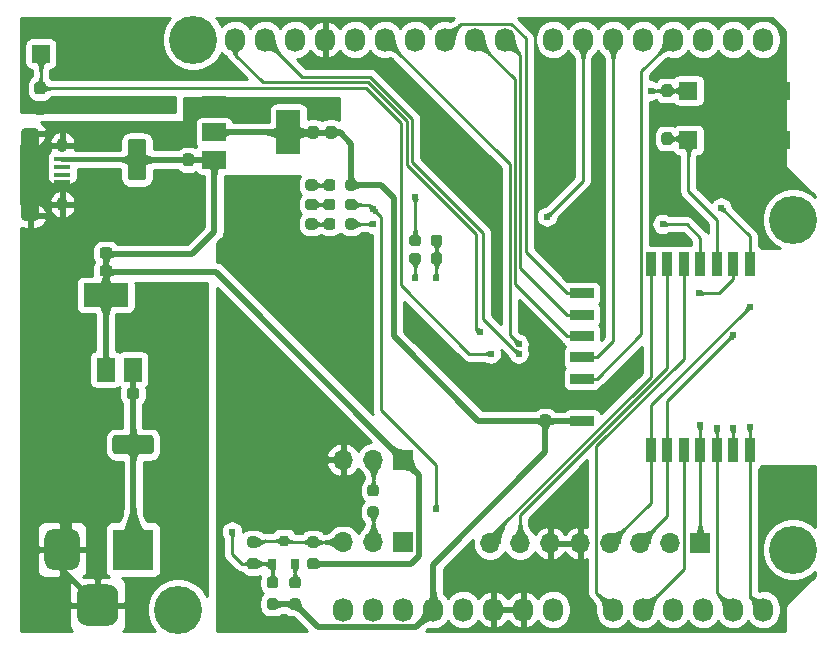
<source format=gbr>
%TF.GenerationSoftware,KiCad,Pcbnew,(5.1.9)-1*%
%TF.CreationDate,2021-05-30T19:53:41+08:00*%
%TF.ProjectId,Tuya_RGB,54757961-5f52-4474-922e-6b696361645f,rev?*%
%TF.SameCoordinates,Original*%
%TF.FileFunction,Copper,L1,Top*%
%TF.FilePolarity,Positive*%
%FSLAX46Y46*%
G04 Gerber Fmt 4.6, Leading zero omitted, Abs format (unit mm)*
G04 Created by KiCad (PCBNEW (5.1.9)-1) date 2021-05-30 19:53:41*
%MOMM*%
%LPD*%
G01*
G04 APERTURE LIST*
%TA.AperFunction,ComponentPad*%
%ADD10R,3.500000X3.500000*%
%TD*%
%TA.AperFunction,SMDPad,CuDef*%
%ADD11R,0.800000X0.900000*%
%TD*%
%TA.AperFunction,ComponentPad*%
%ADD12O,1.700000X1.700000*%
%TD*%
%TA.AperFunction,ComponentPad*%
%ADD13R,1.700000X1.700000*%
%TD*%
%TA.AperFunction,SMDPad,CuDef*%
%ADD14R,2.000000X0.900000*%
%TD*%
%TA.AperFunction,SMDPad,CuDef*%
%ADD15R,0.900000X2.000000*%
%TD*%
%TA.AperFunction,SMDPad,CuDef*%
%ADD16R,2.000000X1.500000*%
%TD*%
%TA.AperFunction,SMDPad,CuDef*%
%ADD17R,2.000000X3.800000*%
%TD*%
%TA.AperFunction,SMDPad,CuDef*%
%ADD18R,1.500000X2.000000*%
%TD*%
%TA.AperFunction,SMDPad,CuDef*%
%ADD19R,3.800000X2.000000*%
%TD*%
%TA.AperFunction,SMDPad,CuDef*%
%ADD20R,1.500000X1.500000*%
%TD*%
%TA.AperFunction,ComponentPad*%
%ADD21O,1.550000X0.890000*%
%TD*%
%TA.AperFunction,SMDPad,CuDef*%
%ADD22R,1.550000X1.200000*%
%TD*%
%TA.AperFunction,SMDPad,CuDef*%
%ADD23R,1.550000X1.500000*%
%TD*%
%TA.AperFunction,ComponentPad*%
%ADD24O,0.950000X1.250000*%
%TD*%
%TA.AperFunction,SMDPad,CuDef*%
%ADD25R,1.350000X0.400000*%
%TD*%
%TA.AperFunction,ComponentPad*%
%ADD26O,1.727200X2.032000*%
%TD*%
%TA.AperFunction,ComponentPad*%
%ADD27C,4.064000*%
%TD*%
%TA.AperFunction,ViaPad*%
%ADD28C,0.609600*%
%TD*%
%TA.AperFunction,Conductor*%
%ADD29C,0.254000*%
%TD*%
%TA.AperFunction,Conductor*%
%ADD30C,0.508000*%
%TD*%
%TA.AperFunction,Conductor*%
%ADD31C,0.381000*%
%TD*%
%TA.AperFunction,Conductor*%
%ADD32C,0.100000*%
%TD*%
%TA.AperFunction,Conductor*%
%ADD33C,0.025400*%
%TD*%
G04 APERTURE END LIST*
%TO.P,R4,2*%
%TO.N,/11(\u002A\u002A/MOSI)*%
%TA.AperFunction,SMDPad,CuDef*%
G36*
G01*
X145521500Y-92345500D02*
X145521500Y-92820500D01*
G75*
G02*
X145284000Y-93058000I-237500J0D01*
G01*
X144784000Y-93058000D01*
G75*
G02*
X144546500Y-92820500I0J237500D01*
G01*
X144546500Y-92345500D01*
G75*
G02*
X144784000Y-92108000I237500J0D01*
G01*
X145284000Y-92108000D01*
G75*
G02*
X145521500Y-92345500I0J-237500D01*
G01*
G37*
%TD.AperFunction*%
%TO.P,R4,1*%
%TO.N,/P16*%
%TA.AperFunction,SMDPad,CuDef*%
G36*
G01*
X147346500Y-92345500D02*
X147346500Y-92820500D01*
G75*
G02*
X147109000Y-93058000I-237500J0D01*
G01*
X146609000Y-93058000D01*
G75*
G02*
X146371500Y-92820500I0J237500D01*
G01*
X146371500Y-92345500D01*
G75*
G02*
X146609000Y-92108000I237500J0D01*
G01*
X147109000Y-92108000D01*
G75*
G02*
X147346500Y-92345500I0J-237500D01*
G01*
G37*
%TD.AperFunction*%
%TD*%
%TO.P,R3,2*%
%TO.N,/P16*%
%TA.AperFunction,SMDPad,CuDef*%
G36*
G01*
X146371500Y-94344500D02*
X146371500Y-93869500D01*
G75*
G02*
X146609000Y-93632000I237500J0D01*
G01*
X147109000Y-93632000D01*
G75*
G02*
X147346500Y-93869500I0J-237500D01*
G01*
X147346500Y-94344500D01*
G75*
G02*
X147109000Y-94582000I-237500J0D01*
G01*
X146609000Y-94582000D01*
G75*
G02*
X146371500Y-94344500I0J237500D01*
G01*
G37*
%TD.AperFunction*%
%TO.P,R3,1*%
%TO.N,/OUT_DATA*%
%TA.AperFunction,SMDPad,CuDef*%
G36*
G01*
X144546500Y-94344500D02*
X144546500Y-93869500D01*
G75*
G02*
X144784000Y-93632000I237500J0D01*
G01*
X145284000Y-93632000D01*
G75*
G02*
X145521500Y-93869500I0J-237500D01*
G01*
X145521500Y-94344500D01*
G75*
G02*
X145284000Y-94582000I-237500J0D01*
G01*
X144784000Y-94582000D01*
G75*
G02*
X144546500Y-94344500I0J237500D01*
G01*
G37*
%TD.AperFunction*%
%TD*%
%TO.P,J2,3*%
%TO.N,GNDREF*%
%TA.AperFunction,ComponentPad*%
G36*
G01*
X116408000Y-124320000D02*
X116408000Y-122570000D01*
G75*
G02*
X117283000Y-121695000I875000J0D01*
G01*
X119033000Y-121695000D01*
G75*
G02*
X119908000Y-122570000I0J-875000D01*
G01*
X119908000Y-124320000D01*
G75*
G02*
X119033000Y-125195000I-875000J0D01*
G01*
X117283000Y-125195000D01*
G75*
G02*
X116408000Y-124320000I0J875000D01*
G01*
G37*
%TD.AperFunction*%
%TO.P,J2,2*%
%TA.AperFunction,ComponentPad*%
G36*
G01*
X113658000Y-119745000D02*
X113658000Y-117745000D01*
G75*
G02*
X114408000Y-116995000I750000J0D01*
G01*
X115908000Y-116995000D01*
G75*
G02*
X116658000Y-117745000I0J-750000D01*
G01*
X116658000Y-119745000D01*
G75*
G02*
X115908000Y-120495000I-750000J0D01*
G01*
X114408000Y-120495000D01*
G75*
G02*
X113658000Y-119745000I0J750000D01*
G01*
G37*
%TD.AperFunction*%
D10*
%TO.P,J2,1*%
%TO.N,VCC*%
X121158000Y-118745000D03*
%TD*%
%TO.P,R1,2*%
%TO.N,Net-(D1-Pad2)*%
%TA.AperFunction,SMDPad,CuDef*%
G36*
G01*
X138282500Y-87646500D02*
X138282500Y-88121500D01*
G75*
G02*
X138045000Y-88359000I-237500J0D01*
G01*
X137545000Y-88359000D01*
G75*
G02*
X137307500Y-88121500I0J237500D01*
G01*
X137307500Y-87646500D01*
G75*
G02*
X137545000Y-87409000I237500J0D01*
G01*
X138045000Y-87409000D01*
G75*
G02*
X138282500Y-87646500I0J-237500D01*
G01*
G37*
%TD.AperFunction*%
%TO.P,R1,1*%
%TO.N,+3V3*%
%TA.AperFunction,SMDPad,CuDef*%
G36*
G01*
X140107500Y-87646500D02*
X140107500Y-88121500D01*
G75*
G02*
X139870000Y-88359000I-237500J0D01*
G01*
X139370000Y-88359000D01*
G75*
G02*
X139132500Y-88121500I0J237500D01*
G01*
X139132500Y-87646500D01*
G75*
G02*
X139370000Y-87409000I237500J0D01*
G01*
X139870000Y-87409000D01*
G75*
G02*
X140107500Y-87646500I0J-237500D01*
G01*
G37*
%TD.AperFunction*%
%TD*%
%TO.P,D1,2*%
%TO.N,Net-(D1-Pad2)*%
%TA.AperFunction,SMDPad,CuDef*%
G36*
G01*
X135746000Y-88121500D02*
X135746000Y-87646500D01*
G75*
G02*
X135983500Y-87409000I237500J0D01*
G01*
X136558500Y-87409000D01*
G75*
G02*
X136796000Y-87646500I0J-237500D01*
G01*
X136796000Y-88121500D01*
G75*
G02*
X136558500Y-88359000I-237500J0D01*
G01*
X135983500Y-88359000D01*
G75*
G02*
X135746000Y-88121500I0J237500D01*
G01*
G37*
%TD.AperFunction*%
%TO.P,D1,1*%
%TO.N,GND*%
%TA.AperFunction,SMDPad,CuDef*%
G36*
G01*
X133996000Y-88121500D02*
X133996000Y-87646500D01*
G75*
G02*
X134233500Y-87409000I237500J0D01*
G01*
X134808500Y-87409000D01*
G75*
G02*
X135046000Y-87646500I0J-237500D01*
G01*
X135046000Y-88121500D01*
G75*
G02*
X134808500Y-88359000I-237500J0D01*
G01*
X134233500Y-88359000D01*
G75*
G02*
X133996000Y-88121500I0J237500D01*
G01*
G37*
%TD.AperFunction*%
%TD*%
D11*
%TO.P,Q1,3*%
%TO.N,/OUT_RGB_CBU*%
X133908800Y-117999000D03*
%TO.P,Q1,2*%
%TO.N,Net-(Q1-Pad2)*%
X134858800Y-119999000D03*
%TO.P,Q1,1*%
%TO.N,/OUT_DATA*%
X132958800Y-119999000D03*
%TD*%
D12*
%TO.P,J3,3*%
%TO.N,/OUT_RGB_CBU*%
X138958000Y-118110000D03*
%TO.P,J3,2*%
%TO.N,/OUT_RGB_ARD*%
X141498000Y-118110000D03*
D13*
%TO.P,J3,1*%
%TO.N,/6(\u002A\u002A)*%
X144038000Y-118110000D03*
%TD*%
D14*
%TO.P,U3,11*%
%TO.N,/5(\u002A\u002A)*%
X159181800Y-102463600D03*
%TO.P,U3,10*%
%TO.N,/9(\u002A\u002A)*%
X159181800Y-100663600D03*
%TO.P,U3,8*%
%TO.N,/10(\u002A\u002A/SS)*%
X159181800Y-97063600D03*
%TO.P,U3,12*%
%TO.N,/3(\u002A\u002A)*%
X159181800Y-104263600D03*
%TO.P,U3,13*%
%TO.N,GND*%
X159181800Y-106063600D03*
%TO.P,U3,9*%
%TO.N,/8*%
X159181800Y-98863600D03*
%TO.P,U3,14*%
%TO.N,+3V3*%
X159181800Y-107863600D03*
D15*
%TO.P,U3,7*%
%TO.N,/TX2*%
X164981800Y-94569600D03*
%TO.P,U3,6*%
%TO.N,/RX2*%
X166381800Y-94569600D03*
%TO.P,U3,5*%
%TO.N,/A0*%
X167781800Y-94569600D03*
%TO.P,U3,4*%
%TO.N,/P22*%
X169181800Y-94569600D03*
%TO.P,U3,3*%
%TO.N,/KEY*%
X170581800Y-94569600D03*
%TO.P,U3,1*%
%TO.N,/13(SCK)*%
X173381800Y-94569600D03*
%TO.P,U3,2*%
%TO.N,/P16*%
X171981800Y-94569600D03*
%TO.P,U3,20*%
%TO.N,/12(MISO)*%
X171981800Y-110357600D03*
%TO.P,U3,21*%
%TO.N,/A5(SCL)*%
X173381800Y-110357600D03*
%TO.P,U3,19*%
%TO.N,/A4(SDA)*%
X170581800Y-110357600D03*
%TO.P,U3,17*%
%TO.N,/A1*%
X167781800Y-110357600D03*
%TO.P,U3,18*%
%TO.N,/RST*%
X169181800Y-110357600D03*
%TO.P,U3,16*%
%TO.N,/1(Tx)*%
X166381800Y-110357600D03*
%TO.P,U3,15*%
%TO.N,/0(Rx)*%
X164981800Y-110357600D03*
%TD*%
D16*
%TO.P,U2,1*%
%TO.N,GNDREF*%
X128016000Y-81125000D03*
%TO.P,U2,3*%
%TO.N,+5V*%
X128016000Y-85725000D03*
%TO.P,U2,2*%
%TO.N,+3V3*%
X128016000Y-83425000D03*
D17*
X134316000Y-83425000D03*
%TD*%
D18*
%TO.P,U1,1*%
%TO.N,GNDREF*%
X116532600Y-103505000D03*
%TO.P,U1,3*%
%TO.N,VCC*%
X121132600Y-103505000D03*
%TO.P,U1,2*%
%TO.N,+5V*%
X118832600Y-103505000D03*
D19*
X118832600Y-97205000D03*
%TD*%
D20*
%TO.P,SW3,2*%
%TO.N,GND*%
X175985000Y-84074000D03*
%TO.P,SW3,1*%
%TO.N,/KEY*%
X168185000Y-84074000D03*
%TD*%
%TO.P,SW2,2*%
%TO.N,GND*%
X121146400Y-76758800D03*
%TO.P,SW2,1*%
%TO.N,/RST*%
X113346400Y-76758800D03*
%TD*%
%TO.P,SW1,2*%
%TO.N,GND*%
X175985000Y-79883000D03*
%TO.P,SW1,1*%
%TO.N,/7*%
X168185000Y-79883000D03*
%TD*%
%TO.P,R11,2*%
%TO.N,Net-(J5-Pad2)*%
%TA.AperFunction,SMDPad,CuDef*%
G36*
G01*
X141715500Y-114232500D02*
X141240500Y-114232500D01*
G75*
G02*
X141003000Y-113995000I0J237500D01*
G01*
X141003000Y-113495000D01*
G75*
G02*
X141240500Y-113257500I237500J0D01*
G01*
X141715500Y-113257500D01*
G75*
G02*
X141953000Y-113495000I0J-237500D01*
G01*
X141953000Y-113995000D01*
G75*
G02*
X141715500Y-114232500I-237500J0D01*
G01*
G37*
%TD.AperFunction*%
%TO.P,R11,1*%
%TO.N,/OUT_RGB_ARD*%
%TA.AperFunction,SMDPad,CuDef*%
G36*
G01*
X141715500Y-116057500D02*
X141240500Y-116057500D01*
G75*
G02*
X141003000Y-115820000I0J237500D01*
G01*
X141003000Y-115320000D01*
G75*
G02*
X141240500Y-115082500I237500J0D01*
G01*
X141715500Y-115082500D01*
G75*
G02*
X141953000Y-115320000I0J-237500D01*
G01*
X141953000Y-115820000D01*
G75*
G02*
X141715500Y-116057500I-237500J0D01*
G01*
G37*
%TD.AperFunction*%
%TD*%
%TO.P,R10,2*%
%TO.N,/OUT_RGB_CBU*%
%TA.AperFunction,SMDPad,CuDef*%
G36*
G01*
X136635500Y-118597500D02*
X136160500Y-118597500D01*
G75*
G02*
X135923000Y-118360000I0J237500D01*
G01*
X135923000Y-117860000D01*
G75*
G02*
X136160500Y-117622500I237500J0D01*
G01*
X136635500Y-117622500D01*
G75*
G02*
X136873000Y-117860000I0J-237500D01*
G01*
X136873000Y-118360000D01*
G75*
G02*
X136635500Y-118597500I-237500J0D01*
G01*
G37*
%TD.AperFunction*%
%TO.P,R10,1*%
%TO.N,+5V*%
%TA.AperFunction,SMDPad,CuDef*%
G36*
G01*
X136635500Y-120422500D02*
X136160500Y-120422500D01*
G75*
G02*
X135923000Y-120185000I0J237500D01*
G01*
X135923000Y-119685000D01*
G75*
G02*
X136160500Y-119447500I237500J0D01*
G01*
X136635500Y-119447500D01*
G75*
G02*
X136873000Y-119685000I0J-237500D01*
G01*
X136873000Y-120185000D01*
G75*
G02*
X136635500Y-120422500I-237500J0D01*
G01*
G37*
%TD.AperFunction*%
%TD*%
%TO.P,R9,2*%
%TO.N,/OUT_RGB_CBU*%
%TA.AperFunction,SMDPad,CuDef*%
G36*
G01*
X131555500Y-118597500D02*
X131080500Y-118597500D01*
G75*
G02*
X130843000Y-118360000I0J237500D01*
G01*
X130843000Y-117860000D01*
G75*
G02*
X131080500Y-117622500I237500J0D01*
G01*
X131555500Y-117622500D01*
G75*
G02*
X131793000Y-117860000I0J-237500D01*
G01*
X131793000Y-118360000D01*
G75*
G02*
X131555500Y-118597500I-237500J0D01*
G01*
G37*
%TD.AperFunction*%
%TO.P,R9,1*%
%TO.N,/OUT_DATA*%
%TA.AperFunction,SMDPad,CuDef*%
G36*
G01*
X131555500Y-120422500D02*
X131080500Y-120422500D01*
G75*
G02*
X130843000Y-120185000I0J237500D01*
G01*
X130843000Y-119685000D01*
G75*
G02*
X131080500Y-119447500I237500J0D01*
G01*
X131555500Y-119447500D01*
G75*
G02*
X131793000Y-119685000I0J-237500D01*
G01*
X131793000Y-120185000D01*
G75*
G02*
X131555500Y-120422500I-237500J0D01*
G01*
G37*
%TD.AperFunction*%
%TD*%
%TO.P,R8,2*%
%TO.N,Net-(Q1-Pad2)*%
%TA.AperFunction,SMDPad,CuDef*%
G36*
G01*
X135111500Y-122026500D02*
X134636500Y-122026500D01*
G75*
G02*
X134399000Y-121789000I0J237500D01*
G01*
X134399000Y-121289000D01*
G75*
G02*
X134636500Y-121051500I237500J0D01*
G01*
X135111500Y-121051500D01*
G75*
G02*
X135349000Y-121289000I0J-237500D01*
G01*
X135349000Y-121789000D01*
G75*
G02*
X135111500Y-122026500I-237500J0D01*
G01*
G37*
%TD.AperFunction*%
%TO.P,R8,1*%
%TO.N,+3V3*%
%TA.AperFunction,SMDPad,CuDef*%
G36*
G01*
X135111500Y-123851500D02*
X134636500Y-123851500D01*
G75*
G02*
X134399000Y-123614000I0J237500D01*
G01*
X134399000Y-123114000D01*
G75*
G02*
X134636500Y-122876500I237500J0D01*
G01*
X135111500Y-122876500D01*
G75*
G02*
X135349000Y-123114000I0J-237500D01*
G01*
X135349000Y-123614000D01*
G75*
G02*
X135111500Y-123851500I-237500J0D01*
G01*
G37*
%TD.AperFunction*%
%TD*%
%TO.P,R7,2*%
%TO.N,/OUT_DATA*%
%TA.AperFunction,SMDPad,CuDef*%
G36*
G01*
X133206500Y-122026500D02*
X132731500Y-122026500D01*
G75*
G02*
X132494000Y-121789000I0J237500D01*
G01*
X132494000Y-121289000D01*
G75*
G02*
X132731500Y-121051500I237500J0D01*
G01*
X133206500Y-121051500D01*
G75*
G02*
X133444000Y-121289000I0J-237500D01*
G01*
X133444000Y-121789000D01*
G75*
G02*
X133206500Y-122026500I-237500J0D01*
G01*
G37*
%TD.AperFunction*%
%TO.P,R7,1*%
%TO.N,+3V3*%
%TA.AperFunction,SMDPad,CuDef*%
G36*
G01*
X133206500Y-123851500D02*
X132731500Y-123851500D01*
G75*
G02*
X132494000Y-123614000I0J237500D01*
G01*
X132494000Y-123114000D01*
G75*
G02*
X132731500Y-122876500I237500J0D01*
G01*
X133206500Y-122876500D01*
G75*
G02*
X133444000Y-123114000I0J-237500D01*
G01*
X133444000Y-123614000D01*
G75*
G02*
X133206500Y-123851500I-237500J0D01*
G01*
G37*
%TD.AperFunction*%
%TD*%
%TO.P,R6,2*%
%TO.N,Net-(D3-Pad2)*%
%TA.AperFunction,SMDPad,CuDef*%
G36*
G01*
X138282500Y-90948500D02*
X138282500Y-91423500D01*
G75*
G02*
X138045000Y-91661000I-237500J0D01*
G01*
X137545000Y-91661000D01*
G75*
G02*
X137307500Y-91423500I0J237500D01*
G01*
X137307500Y-90948500D01*
G75*
G02*
X137545000Y-90711000I237500J0D01*
G01*
X138045000Y-90711000D01*
G75*
G02*
X138282500Y-90948500I0J-237500D01*
G01*
G37*
%TD.AperFunction*%
%TO.P,R6,1*%
%TO.N,/P22*%
%TA.AperFunction,SMDPad,CuDef*%
G36*
G01*
X140107500Y-90948500D02*
X140107500Y-91423500D01*
G75*
G02*
X139870000Y-91661000I-237500J0D01*
G01*
X139370000Y-91661000D01*
G75*
G02*
X139132500Y-91423500I0J237500D01*
G01*
X139132500Y-90948500D01*
G75*
G02*
X139370000Y-90711000I237500J0D01*
G01*
X139870000Y-90711000D01*
G75*
G02*
X140107500Y-90948500I0J-237500D01*
G01*
G37*
%TD.AperFunction*%
%TD*%
%TO.P,R5,2*%
%TO.N,Net-(D2-Pad2)*%
%TA.AperFunction,SMDPad,CuDef*%
G36*
G01*
X138282500Y-89297500D02*
X138282500Y-89772500D01*
G75*
G02*
X138045000Y-90010000I-237500J0D01*
G01*
X137545000Y-90010000D01*
G75*
G02*
X137307500Y-89772500I0J237500D01*
G01*
X137307500Y-89297500D01*
G75*
G02*
X137545000Y-89060000I237500J0D01*
G01*
X138045000Y-89060000D01*
G75*
G02*
X138282500Y-89297500I0J-237500D01*
G01*
G37*
%TD.AperFunction*%
%TO.P,R5,1*%
%TO.N,/6(\u002A\u002A)*%
%TA.AperFunction,SMDPad,CuDef*%
G36*
G01*
X140107500Y-89297500D02*
X140107500Y-89772500D01*
G75*
G02*
X139870000Y-90010000I-237500J0D01*
G01*
X139370000Y-90010000D01*
G75*
G02*
X139132500Y-89772500I0J237500D01*
G01*
X139132500Y-89297500D01*
G75*
G02*
X139370000Y-89060000I237500J0D01*
G01*
X139870000Y-89060000D01*
G75*
G02*
X140107500Y-89297500I0J-237500D01*
G01*
G37*
%TD.AperFunction*%
%TD*%
%TO.P,R2,2*%
%TO.N,GND*%
%TA.AperFunction,SMDPad,CuDef*%
G36*
G01*
X124619200Y-80788500D02*
X124619200Y-81263500D01*
G75*
G02*
X124381700Y-81501000I-237500J0D01*
G01*
X123881700Y-81501000D01*
G75*
G02*
X123644200Y-81263500I0J237500D01*
G01*
X123644200Y-80788500D01*
G75*
G02*
X123881700Y-80551000I237500J0D01*
G01*
X124381700Y-80551000D01*
G75*
G02*
X124619200Y-80788500I0J-237500D01*
G01*
G37*
%TD.AperFunction*%
%TO.P,R2,1*%
%TO.N,GNDREF*%
%TA.AperFunction,SMDPad,CuDef*%
G36*
G01*
X126444200Y-80788500D02*
X126444200Y-81263500D01*
G75*
G02*
X126206700Y-81501000I-237500J0D01*
G01*
X125706700Y-81501000D01*
G75*
G02*
X125469200Y-81263500I0J237500D01*
G01*
X125469200Y-80788500D01*
G75*
G02*
X125706700Y-80551000I237500J0D01*
G01*
X126206700Y-80551000D01*
G75*
G02*
X126444200Y-80788500I0J-237500D01*
G01*
G37*
%TD.AperFunction*%
%TD*%
D12*
%TO.P,J5,3*%
%TO.N,GND*%
X138958000Y-111125000D03*
%TO.P,J5,2*%
%TO.N,Net-(J5-Pad2)*%
X141498000Y-111125000D03*
D13*
%TO.P,J5,1*%
%TO.N,+5V*%
X144038000Y-111125000D03*
%TD*%
D12*
%TO.P,J4,8*%
%TO.N,/TX2*%
X151384000Y-118209000D03*
%TO.P,J4,7*%
%TO.N,/RX2*%
X153924000Y-118209000D03*
%TO.P,J4,6*%
%TO.N,GND*%
X156464000Y-118209000D03*
%TO.P,J4,5*%
X159004000Y-118209000D03*
%TO.P,J4,4*%
%TO.N,/0(Rx)*%
X161544000Y-118209000D03*
%TO.P,J4,3*%
%TO.N,/1(Tx)*%
X164084000Y-118209000D03*
%TO.P,J4,2*%
%TO.N,+3V3*%
X166624000Y-118209000D03*
D13*
%TO.P,J4,1*%
%TO.N,/RST*%
X169164000Y-118209000D03*
%TD*%
D21*
%TO.P,J1,6*%
%TO.N,GNDREF*%
X112471200Y-90504400D03*
X112471200Y-83504400D03*
D22*
X112471200Y-89904400D03*
X112471200Y-84104400D03*
D23*
X112471200Y-88004400D03*
X112471200Y-86004400D03*
D24*
X115171200Y-89504400D03*
X115171200Y-84504400D03*
D25*
%TO.P,J1,5*%
X115171200Y-88304400D03*
%TO.P,J1,4*%
X115171200Y-87654400D03*
%TO.P,J1,3*%
%TO.N,N/C*%
X115171200Y-87004400D03*
%TO.P,J1,2*%
X115171200Y-86354400D03*
%TO.P,J1,1*%
%TO.N,+5V*%
X115171200Y-85704400D03*
%TD*%
%TO.P,D3,2*%
%TO.N,Net-(D3-Pad2)*%
%TA.AperFunction,SMDPad,CuDef*%
G36*
G01*
X135746000Y-91423500D02*
X135746000Y-90948500D01*
G75*
G02*
X135983500Y-90711000I237500J0D01*
G01*
X136558500Y-90711000D01*
G75*
G02*
X136796000Y-90948500I0J-237500D01*
G01*
X136796000Y-91423500D01*
G75*
G02*
X136558500Y-91661000I-237500J0D01*
G01*
X135983500Y-91661000D01*
G75*
G02*
X135746000Y-91423500I0J237500D01*
G01*
G37*
%TD.AperFunction*%
%TO.P,D3,1*%
%TO.N,GND*%
%TA.AperFunction,SMDPad,CuDef*%
G36*
G01*
X133996000Y-91423500D02*
X133996000Y-90948500D01*
G75*
G02*
X134233500Y-90711000I237500J0D01*
G01*
X134808500Y-90711000D01*
G75*
G02*
X135046000Y-90948500I0J-237500D01*
G01*
X135046000Y-91423500D01*
G75*
G02*
X134808500Y-91661000I-237500J0D01*
G01*
X134233500Y-91661000D01*
G75*
G02*
X133996000Y-91423500I0J237500D01*
G01*
G37*
%TD.AperFunction*%
%TD*%
%TO.P,D2,2*%
%TO.N,Net-(D2-Pad2)*%
%TA.AperFunction,SMDPad,CuDef*%
G36*
G01*
X135746000Y-89772500D02*
X135746000Y-89297500D01*
G75*
G02*
X135983500Y-89060000I237500J0D01*
G01*
X136558500Y-89060000D01*
G75*
G02*
X136796000Y-89297500I0J-237500D01*
G01*
X136796000Y-89772500D01*
G75*
G02*
X136558500Y-90010000I-237500J0D01*
G01*
X135983500Y-90010000D01*
G75*
G02*
X135746000Y-89772500I0J237500D01*
G01*
G37*
%TD.AperFunction*%
%TO.P,D2,1*%
%TO.N,GND*%
%TA.AperFunction,SMDPad,CuDef*%
G36*
G01*
X133996000Y-89772500D02*
X133996000Y-89297500D01*
G75*
G02*
X134233500Y-89060000I237500J0D01*
G01*
X134808500Y-89060000D01*
G75*
G02*
X135046000Y-89297500I0J-237500D01*
G01*
X135046000Y-89772500D01*
G75*
G02*
X134808500Y-90010000I-237500J0D01*
G01*
X134233500Y-90010000D01*
G75*
G02*
X133996000Y-89772500I0J237500D01*
G01*
G37*
%TD.AperFunction*%
%TD*%
%TO.P,C12,2*%
%TO.N,GND*%
%TA.AperFunction,SMDPad,CuDef*%
G36*
G01*
X156295100Y-106660900D02*
X155820100Y-106660900D01*
G75*
G02*
X155582600Y-106423400I0J237500D01*
G01*
X155582600Y-105823400D01*
G75*
G02*
X155820100Y-105585900I237500J0D01*
G01*
X156295100Y-105585900D01*
G75*
G02*
X156532600Y-105823400I0J-237500D01*
G01*
X156532600Y-106423400D01*
G75*
G02*
X156295100Y-106660900I-237500J0D01*
G01*
G37*
%TD.AperFunction*%
%TO.P,C12,1*%
%TO.N,+3V3*%
%TA.AperFunction,SMDPad,CuDef*%
G36*
G01*
X156295100Y-108385900D02*
X155820100Y-108385900D01*
G75*
G02*
X155582600Y-108148400I0J237500D01*
G01*
X155582600Y-107548400D01*
G75*
G02*
X155820100Y-107310900I237500J0D01*
G01*
X156295100Y-107310900D01*
G75*
G02*
X156532600Y-107548400I0J-237500D01*
G01*
X156532600Y-108148400D01*
G75*
G02*
X156295100Y-108385900I-237500J0D01*
G01*
G37*
%TD.AperFunction*%
%TD*%
%TO.P,C11,2*%
%TO.N,GND*%
%TA.AperFunction,SMDPad,CuDef*%
G36*
G01*
X166132500Y-85134500D02*
X166607500Y-85134500D01*
G75*
G02*
X166845000Y-85372000I0J-237500D01*
G01*
X166845000Y-85972000D01*
G75*
G02*
X166607500Y-86209500I-237500J0D01*
G01*
X166132500Y-86209500D01*
G75*
G02*
X165895000Y-85972000I0J237500D01*
G01*
X165895000Y-85372000D01*
G75*
G02*
X166132500Y-85134500I237500J0D01*
G01*
G37*
%TD.AperFunction*%
%TO.P,C11,1*%
%TO.N,/KEY*%
%TA.AperFunction,SMDPad,CuDef*%
G36*
G01*
X166132500Y-83409500D02*
X166607500Y-83409500D01*
G75*
G02*
X166845000Y-83647000I0J-237500D01*
G01*
X166845000Y-84247000D01*
G75*
G02*
X166607500Y-84484500I-237500J0D01*
G01*
X166132500Y-84484500D01*
G75*
G02*
X165895000Y-84247000I0J237500D01*
G01*
X165895000Y-83647000D01*
G75*
G02*
X166132500Y-83409500I237500J0D01*
G01*
G37*
%TD.AperFunction*%
%TD*%
%TO.P,C10,2*%
%TO.N,GND*%
%TA.AperFunction,SMDPad,CuDef*%
G36*
G01*
X113046500Y-80867300D02*
X113521500Y-80867300D01*
G75*
G02*
X113759000Y-81104800I0J-237500D01*
G01*
X113759000Y-81704800D01*
G75*
G02*
X113521500Y-81942300I-237500J0D01*
G01*
X113046500Y-81942300D01*
G75*
G02*
X112809000Y-81704800I0J237500D01*
G01*
X112809000Y-81104800D01*
G75*
G02*
X113046500Y-80867300I237500J0D01*
G01*
G37*
%TD.AperFunction*%
%TO.P,C10,1*%
%TO.N,/RST*%
%TA.AperFunction,SMDPad,CuDef*%
G36*
G01*
X113046500Y-79142300D02*
X113521500Y-79142300D01*
G75*
G02*
X113759000Y-79379800I0J-237500D01*
G01*
X113759000Y-79979800D01*
G75*
G02*
X113521500Y-80217300I-237500J0D01*
G01*
X113046500Y-80217300D01*
G75*
G02*
X112809000Y-79979800I0J237500D01*
G01*
X112809000Y-79379800D01*
G75*
G02*
X113046500Y-79142300I237500J0D01*
G01*
G37*
%TD.AperFunction*%
%TD*%
%TO.P,C9,2*%
%TO.N,GND*%
%TA.AperFunction,SMDPad,CuDef*%
G36*
G01*
X166132500Y-81070500D02*
X166607500Y-81070500D01*
G75*
G02*
X166845000Y-81308000I0J-237500D01*
G01*
X166845000Y-81908000D01*
G75*
G02*
X166607500Y-82145500I-237500J0D01*
G01*
X166132500Y-82145500D01*
G75*
G02*
X165895000Y-81908000I0J237500D01*
G01*
X165895000Y-81308000D01*
G75*
G02*
X166132500Y-81070500I237500J0D01*
G01*
G37*
%TD.AperFunction*%
%TO.P,C9,1*%
%TO.N,/7*%
%TA.AperFunction,SMDPad,CuDef*%
G36*
G01*
X166132500Y-79345500D02*
X166607500Y-79345500D01*
G75*
G02*
X166845000Y-79583000I0J-237500D01*
G01*
X166845000Y-80183000D01*
G75*
G02*
X166607500Y-80420500I-237500J0D01*
G01*
X166132500Y-80420500D01*
G75*
G02*
X165895000Y-80183000I0J237500D01*
G01*
X165895000Y-79583000D01*
G75*
G02*
X166132500Y-79345500I237500J0D01*
G01*
G37*
%TD.AperFunction*%
%TD*%
%TO.P,C8,2*%
%TO.N,GNDREF*%
%TA.AperFunction,SMDPad,CuDef*%
G36*
G01*
X136635500Y-82225000D02*
X136160500Y-82225000D01*
G75*
G02*
X135923000Y-81987500I0J237500D01*
G01*
X135923000Y-81387500D01*
G75*
G02*
X136160500Y-81150000I237500J0D01*
G01*
X136635500Y-81150000D01*
G75*
G02*
X136873000Y-81387500I0J-237500D01*
G01*
X136873000Y-81987500D01*
G75*
G02*
X136635500Y-82225000I-237500J0D01*
G01*
G37*
%TD.AperFunction*%
%TO.P,C8,1*%
%TO.N,+3V3*%
%TA.AperFunction,SMDPad,CuDef*%
G36*
G01*
X136635500Y-83950000D02*
X136160500Y-83950000D01*
G75*
G02*
X135923000Y-83712500I0J237500D01*
G01*
X135923000Y-83112500D01*
G75*
G02*
X136160500Y-82875000I237500J0D01*
G01*
X136635500Y-82875000D01*
G75*
G02*
X136873000Y-83112500I0J-237500D01*
G01*
X136873000Y-83712500D01*
G75*
G02*
X136635500Y-83950000I-237500J0D01*
G01*
G37*
%TD.AperFunction*%
%TD*%
%TO.P,C7,2*%
%TO.N,GNDREF*%
%TA.AperFunction,SMDPad,CuDef*%
G36*
G01*
X117683400Y-93386900D02*
X117683400Y-93861900D01*
G75*
G02*
X117445900Y-94099400I-237500J0D01*
G01*
X116845900Y-94099400D01*
G75*
G02*
X116608400Y-93861900I0J237500D01*
G01*
X116608400Y-93386900D01*
G75*
G02*
X116845900Y-93149400I237500J0D01*
G01*
X117445900Y-93149400D01*
G75*
G02*
X117683400Y-93386900I0J-237500D01*
G01*
G37*
%TD.AperFunction*%
%TO.P,C7,1*%
%TO.N,+5V*%
%TA.AperFunction,SMDPad,CuDef*%
G36*
G01*
X119408400Y-93386900D02*
X119408400Y-93861900D01*
G75*
G02*
X119170900Y-94099400I-237500J0D01*
G01*
X118570900Y-94099400D01*
G75*
G02*
X118333400Y-93861900I0J237500D01*
G01*
X118333400Y-93386900D01*
G75*
G02*
X118570900Y-93149400I237500J0D01*
G01*
X119170900Y-93149400D01*
G75*
G02*
X119408400Y-93386900I0J-237500D01*
G01*
G37*
%TD.AperFunction*%
%TD*%
%TO.P,C6,2*%
%TO.N,GNDREF*%
%TA.AperFunction,SMDPad,CuDef*%
G36*
G01*
X119970500Y-105299500D02*
X119970500Y-105774500D01*
G75*
G02*
X119733000Y-106012000I-237500J0D01*
G01*
X119133000Y-106012000D01*
G75*
G02*
X118895500Y-105774500I0J237500D01*
G01*
X118895500Y-105299500D01*
G75*
G02*
X119133000Y-105062000I237500J0D01*
G01*
X119733000Y-105062000D01*
G75*
G02*
X119970500Y-105299500I0J-237500D01*
G01*
G37*
%TD.AperFunction*%
%TO.P,C6,1*%
%TO.N,VCC*%
%TA.AperFunction,SMDPad,CuDef*%
G36*
G01*
X121695500Y-105299500D02*
X121695500Y-105774500D01*
G75*
G02*
X121458000Y-106012000I-237500J0D01*
G01*
X120858000Y-106012000D01*
G75*
G02*
X120620500Y-105774500I0J237500D01*
G01*
X120620500Y-105299500D01*
G75*
G02*
X120858000Y-105062000I237500J0D01*
G01*
X121458000Y-105062000D01*
G75*
G02*
X121695500Y-105299500I0J-237500D01*
G01*
G37*
%TD.AperFunction*%
%TD*%
%TO.P,C5,2*%
%TO.N,GNDREF*%
%TA.AperFunction,SMDPad,CuDef*%
G36*
G01*
X125594100Y-86937900D02*
X126069100Y-86937900D01*
G75*
G02*
X126306600Y-87175400I0J-237500D01*
G01*
X126306600Y-87775400D01*
G75*
G02*
X126069100Y-88012900I-237500J0D01*
G01*
X125594100Y-88012900D01*
G75*
G02*
X125356600Y-87775400I0J237500D01*
G01*
X125356600Y-87175400D01*
G75*
G02*
X125594100Y-86937900I237500J0D01*
G01*
G37*
%TD.AperFunction*%
%TO.P,C5,1*%
%TO.N,+5V*%
%TA.AperFunction,SMDPad,CuDef*%
G36*
G01*
X125594100Y-85212900D02*
X126069100Y-85212900D01*
G75*
G02*
X126306600Y-85450400I0J-237500D01*
G01*
X126306600Y-86050400D01*
G75*
G02*
X126069100Y-86287900I-237500J0D01*
G01*
X125594100Y-86287900D01*
G75*
G02*
X125356600Y-86050400I0J237500D01*
G01*
X125356600Y-85450400D01*
G75*
G02*
X125594100Y-85212900I237500J0D01*
G01*
G37*
%TD.AperFunction*%
%TD*%
%TO.P,C4,2*%
%TO.N,GNDREF*%
%TA.AperFunction,SMDPad,CuDef*%
G36*
G01*
X138159500Y-82225000D02*
X137684500Y-82225000D01*
G75*
G02*
X137447000Y-81987500I0J237500D01*
G01*
X137447000Y-81387500D01*
G75*
G02*
X137684500Y-81150000I237500J0D01*
G01*
X138159500Y-81150000D01*
G75*
G02*
X138397000Y-81387500I0J-237500D01*
G01*
X138397000Y-81987500D01*
G75*
G02*
X138159500Y-82225000I-237500J0D01*
G01*
G37*
%TD.AperFunction*%
%TO.P,C4,1*%
%TO.N,+3V3*%
%TA.AperFunction,SMDPad,CuDef*%
G36*
G01*
X138159500Y-83950000D02*
X137684500Y-83950000D01*
G75*
G02*
X137447000Y-83712500I0J237500D01*
G01*
X137447000Y-83112500D01*
G75*
G02*
X137684500Y-82875000I237500J0D01*
G01*
X138159500Y-82875000D01*
G75*
G02*
X138397000Y-83112500I0J-237500D01*
G01*
X138397000Y-83712500D01*
G75*
G02*
X138159500Y-83950000I-237500J0D01*
G01*
G37*
%TD.AperFunction*%
%TD*%
%TO.P,C3,2*%
%TO.N,GNDREF*%
%TA.AperFunction,SMDPad,CuDef*%
G36*
G01*
X117683400Y-94910900D02*
X117683400Y-95385900D01*
G75*
G02*
X117445900Y-95623400I-237500J0D01*
G01*
X116845900Y-95623400D01*
G75*
G02*
X116608400Y-95385900I0J237500D01*
G01*
X116608400Y-94910900D01*
G75*
G02*
X116845900Y-94673400I237500J0D01*
G01*
X117445900Y-94673400D01*
G75*
G02*
X117683400Y-94910900I0J-237500D01*
G01*
G37*
%TD.AperFunction*%
%TO.P,C3,1*%
%TO.N,+5V*%
%TA.AperFunction,SMDPad,CuDef*%
G36*
G01*
X119408400Y-94910900D02*
X119408400Y-95385900D01*
G75*
G02*
X119170900Y-95623400I-237500J0D01*
G01*
X118570900Y-95623400D01*
G75*
G02*
X118333400Y-95385900I0J237500D01*
G01*
X118333400Y-94910900D01*
G75*
G02*
X118570900Y-94673400I237500J0D01*
G01*
X119170900Y-94673400D01*
G75*
G02*
X119408400Y-94910900I0J-237500D01*
G01*
G37*
%TD.AperFunction*%
%TD*%
%TO.P,C2,2*%
%TO.N,GNDREF*%
%TA.AperFunction,SMDPad,CuDef*%
G36*
G01*
X117508000Y-109305000D02*
X117508000Y-110405000D01*
G75*
G02*
X117258000Y-110655000I-250000J0D01*
G01*
X114258000Y-110655000D01*
G75*
G02*
X114008000Y-110405000I0J250000D01*
G01*
X114008000Y-109305000D01*
G75*
G02*
X114258000Y-109055000I250000J0D01*
G01*
X117258000Y-109055000D01*
G75*
G02*
X117508000Y-109305000I0J-250000D01*
G01*
G37*
%TD.AperFunction*%
%TO.P,C2,1*%
%TO.N,VCC*%
%TA.AperFunction,SMDPad,CuDef*%
G36*
G01*
X122908000Y-109305000D02*
X122908000Y-110405000D01*
G75*
G02*
X122658000Y-110655000I-250000J0D01*
G01*
X119658000Y-110655000D01*
G75*
G02*
X119408000Y-110405000I0J250000D01*
G01*
X119408000Y-109305000D01*
G75*
G02*
X119658000Y-109055000I250000J0D01*
G01*
X122658000Y-109055000D01*
G75*
G02*
X122908000Y-109305000I0J-250000D01*
G01*
G37*
%TD.AperFunction*%
%TD*%
%TO.P,C1,2*%
%TO.N,GNDREF*%
%TA.AperFunction,SMDPad,CuDef*%
G36*
G01*
X120938200Y-89375000D02*
X122038200Y-89375000D01*
G75*
G02*
X122288200Y-89625000I0J-250000D01*
G01*
X122288200Y-92625000D01*
G75*
G02*
X122038200Y-92875000I-250000J0D01*
G01*
X120938200Y-92875000D01*
G75*
G02*
X120688200Y-92625000I0J250000D01*
G01*
X120688200Y-89625000D01*
G75*
G02*
X120938200Y-89375000I250000J0D01*
G01*
G37*
%TD.AperFunction*%
%TO.P,C1,1*%
%TO.N,+5V*%
%TA.AperFunction,SMDPad,CuDef*%
G36*
G01*
X120938200Y-83975000D02*
X122038200Y-83975000D01*
G75*
G02*
X122288200Y-84225000I0J-250000D01*
G01*
X122288200Y-87225000D01*
G75*
G02*
X122038200Y-87475000I-250000J0D01*
G01*
X120938200Y-87475000D01*
G75*
G02*
X120688200Y-87225000I0J250000D01*
G01*
X120688200Y-84225000D01*
G75*
G02*
X120938200Y-83975000I250000J0D01*
G01*
G37*
%TD.AperFunction*%
%TD*%
D26*
%TO.P,P1,1*%
%TO.N,N/C*%
X138938000Y-123825000D03*
%TO.P,P1,2*%
X141478000Y-123825000D03*
%TO.P,P1,3*%
X144018000Y-123825000D03*
%TO.P,P1,4*%
%TO.N,+3V3*%
X146558000Y-123825000D03*
%TO.P,P1,5*%
%TO.N,+5V*%
X149098000Y-123825000D03*
%TO.P,P1,6*%
%TO.N,GND*%
X151638000Y-123825000D03*
%TO.P,P1,7*%
X154178000Y-123825000D03*
%TO.P,P1,8*%
%TO.N,+5V*%
X156718000Y-123825000D03*
%TD*%
%TO.P,P2,1*%
%TO.N,/A0*%
X161798000Y-123825000D03*
%TO.P,P2,2*%
%TO.N,/A1*%
X164338000Y-123825000D03*
%TO.P,P2,3*%
%TO.N,N/C*%
X166878000Y-123825000D03*
%TO.P,P2,4*%
X169418000Y-123825000D03*
%TO.P,P2,5*%
%TO.N,/A4(SDA)*%
X171958000Y-123825000D03*
%TO.P,P2,6*%
%TO.N,/A5(SCL)*%
X174498000Y-123825000D03*
%TD*%
%TO.P,P3,1*%
%TO.N,/A5(SCL)*%
X129794000Y-75565000D03*
%TO.P,P3,2*%
%TO.N,/A4(SDA)*%
X132334000Y-75565000D03*
%TO.P,P3,3*%
%TO.N,N/C*%
X134874000Y-75565000D03*
%TO.P,P3,4*%
%TO.N,GND*%
X137414000Y-75565000D03*
%TO.P,P3,5*%
%TO.N,/13(SCK)*%
X139954000Y-75565000D03*
%TO.P,P3,6*%
%TO.N,/12(MISO)*%
X142494000Y-75565000D03*
%TO.P,P3,7*%
%TO.N,/11(\u002A\u002A/MOSI)*%
X145034000Y-75565000D03*
%TO.P,P3,8*%
%TO.N,/10(\u002A\u002A/SS)*%
X147574000Y-75565000D03*
%TO.P,P3,9*%
%TO.N,/9(\u002A\u002A)*%
X150114000Y-75565000D03*
%TO.P,P3,10*%
%TO.N,/8*%
X152654000Y-75565000D03*
%TD*%
%TO.P,P4,1*%
%TO.N,/7*%
X156718000Y-75565000D03*
%TO.P,P4,2*%
%TO.N,/6(\u002A\u002A)*%
X159258000Y-75565000D03*
%TO.P,P4,3*%
%TO.N,/5(\u002A\u002A)*%
X161798000Y-75565000D03*
%TO.P,P4,4*%
%TO.N,N/C*%
X164338000Y-75565000D03*
%TO.P,P4,5*%
%TO.N,/3(\u002A\u002A)*%
X166878000Y-75565000D03*
%TO.P,P4,6*%
%TO.N,N/C*%
X169418000Y-75565000D03*
%TO.P,P4,7*%
%TO.N,/1(Tx)*%
X171958000Y-75565000D03*
%TO.P,P4,8*%
%TO.N,/0(Rx)*%
X174498000Y-75565000D03*
%TD*%
D27*
%TO.P,P5,1*%
%TO.N,N/C*%
X124968000Y-123825000D03*
%TD*%
%TO.P,P6,1*%
%TO.N,N/C*%
X177038000Y-118745000D03*
%TD*%
%TO.P,P7,1*%
%TO.N,N/C*%
X126238000Y-75565000D03*
%TD*%
%TO.P,P8,1*%
%TO.N,N/C*%
X177038000Y-90805000D03*
%TD*%
D28*
%TO.N,GND*%
X134239000Y-87630000D03*
X169545000Y-91186000D03*
X152019000Y-93980000D03*
X149733000Y-103886000D03*
%TO.N,/A4(SDA)*%
X170561000Y-108458000D03*
X153797000Y-102155613D03*
%TO.N,/A5(SCL)*%
X150495000Y-100330000D03*
X173355000Y-108331000D03*
%TO.N,/7*%
X164973000Y-79883000D03*
%TO.N,/6(\u002A\u002A)*%
X156210000Y-90551000D03*
X141478000Y-89916000D03*
X146812000Y-115316000D03*
%TO.N,/1(Tx)*%
X171958000Y-100584000D03*
%TO.N,/0(Rx)*%
X173355000Y-98171000D03*
%TO.N,/13(SCK)*%
X170942000Y-89789000D03*
%TO.N,/12(MISO)*%
X171958000Y-108458000D03*
X153799258Y-101343742D03*
%TO.N,/11(\u002A\u002A/MOSI)*%
X145034000Y-88900000D03*
%TO.N,/RST*%
X169164000Y-108204000D03*
X151450660Y-102168340D03*
%TO.N,/OUT_DATA*%
X145034000Y-95758000D03*
X129540000Y-117221000D03*
%TO.N,/P22*%
X141478000Y-91186000D03*
X165989000Y-91186000D03*
%TO.N,/P16*%
X169037000Y-97028000D03*
X146812000Y-95758000D03*
%TD*%
D29*
%TO.N,+5V*%
X121513600Y-85750400D02*
X121488200Y-85725000D01*
X125831600Y-85750400D02*
X121513600Y-85750400D01*
D30*
X118872000Y-97165600D02*
X118832600Y-97205000D01*
X118872000Y-93726000D02*
X118872000Y-97165600D01*
D31*
X121467600Y-85704400D02*
X121488200Y-85725000D01*
X115171200Y-85704400D02*
X121467600Y-85704400D01*
D30*
X121488200Y-85725000D02*
X128016000Y-85725000D01*
X118872000Y-93726000D02*
X126111000Y-93726000D01*
X128016000Y-91821000D02*
X128016000Y-85725000D01*
X126111000Y-93726000D02*
X128016000Y-91821000D01*
X144038000Y-111125000D02*
X128163000Y-95250000D01*
X128163000Y-95250000D02*
X118872000Y-95250000D01*
X145342001Y-112429001D02*
X144038000Y-111125000D01*
X145342001Y-119323201D02*
X145342001Y-112429001D01*
X144730202Y-119935000D02*
X145342001Y-119323201D01*
X136398000Y-119935000D02*
X144730202Y-119935000D01*
X118832600Y-97205000D02*
X118832600Y-103505000D01*
%TO.N,GND*%
X156117400Y-106063600D02*
X156057600Y-106123400D01*
X159181800Y-106063600D02*
X156117400Y-106063600D01*
D29*
%TO.N,/A0*%
X167781800Y-102586338D02*
X167781800Y-94569600D01*
X160366999Y-110001139D02*
X167781800Y-102586338D01*
X160366999Y-122393999D02*
X160366999Y-110001139D01*
X161798000Y-123825000D02*
X160366999Y-122393999D01*
%TO.N,/A1*%
X167801001Y-120361999D02*
X164338000Y-123825000D01*
X167801001Y-110376801D02*
X167801001Y-120361999D01*
X167781800Y-110357600D02*
X167801001Y-110376801D01*
%TO.N,/A4(SDA)*%
X170581800Y-122448800D02*
X171958000Y-123825000D01*
X170581800Y-110357600D02*
X170581800Y-122448800D01*
X170561000Y-110336800D02*
X170581800Y-110357600D01*
X170561000Y-108458000D02*
X170561000Y-110336800D01*
X135489979Y-78720979D02*
X141219115Y-78720979D01*
X141219115Y-78720979D02*
X144799021Y-82300885D01*
X132334000Y-75565000D02*
X135489979Y-78720979D01*
X144799021Y-82300885D02*
X144799021Y-85944545D01*
X153797000Y-102155613D02*
X153717613Y-102155613D01*
X150775738Y-99213738D02*
X150775738Y-91921262D01*
X144799021Y-85944545D02*
X150775738Y-91921262D01*
X153717613Y-102155613D02*
X150775738Y-99213738D01*
%TO.N,/A5(SCL)*%
X173381800Y-122708800D02*
X174498000Y-123825000D01*
X173355000Y-111506000D02*
X173381800Y-111532800D01*
X173355000Y-108331000D02*
X173355000Y-111506000D01*
X173381800Y-111532800D02*
X173381800Y-122708800D01*
X173381800Y-110357600D02*
X173381800Y-111532800D01*
X144345010Y-82488942D02*
X144345010Y-86179010D01*
X129794000Y-75565000D02*
X129794000Y-76835000D01*
X129794000Y-76835000D02*
X132133990Y-79174990D01*
X132133990Y-79174990D02*
X141031058Y-79174990D01*
X144345010Y-86179010D02*
X150190201Y-92024201D01*
X141031058Y-79174990D02*
X144345010Y-82488942D01*
X150190201Y-100025201D02*
X150495000Y-100330000D01*
X150190201Y-92024201D02*
X150190201Y-100025201D01*
%TO.N,/9(\u002A\u002A)*%
X157927800Y-100663600D02*
X159181800Y-100663600D01*
X153489011Y-96224811D02*
X157927800Y-100663600D01*
X153489011Y-78940011D02*
X153489011Y-96224811D01*
X150114000Y-75565000D02*
X153489011Y-78940011D01*
%TO.N,/8*%
X159181800Y-98863600D02*
X157927800Y-98863600D01*
X157927800Y-98863600D02*
X153943022Y-94878822D01*
X152654000Y-75565000D02*
X153943022Y-76854022D01*
X153943022Y-94878822D02*
X153943022Y-76854022D01*
%TO.N,/7*%
X168185000Y-79883000D02*
X166370000Y-79883000D01*
X166370000Y-79883000D02*
X164973000Y-79883000D01*
%TO.N,/6(\u002A\u002A)*%
X159258000Y-87503000D02*
X156210000Y-90551000D01*
X159258000Y-75565000D02*
X159258000Y-87503000D01*
X141478000Y-89916000D02*
X141097000Y-89535000D01*
X141097000Y-89535000D02*
X139620000Y-89535000D01*
X141478000Y-89916000D02*
X142113000Y-90551000D01*
X142113000Y-106911398D02*
X146812000Y-111610398D01*
X142113000Y-90551000D02*
X142113000Y-106911398D01*
X146812000Y-111610398D02*
X146812000Y-115316000D01*
%TO.N,/5(\u002A\u002A)*%
X161798000Y-101101400D02*
X161798000Y-75565000D01*
X160435800Y-102463600D02*
X161798000Y-101101400D01*
X159181800Y-102463600D02*
X160435800Y-102463600D01*
%TO.N,/3(\u002A\u002A)*%
X164204799Y-78238201D02*
X166878000Y-75565000D01*
X164204799Y-100494601D02*
X164204799Y-78238201D01*
X160435800Y-104263600D02*
X164204799Y-100494601D01*
X159181800Y-104263600D02*
X160435800Y-104263600D01*
%TO.N,/1(Tx)*%
X166381800Y-115911200D02*
X166381800Y-110357600D01*
X164084000Y-118209000D02*
X166381800Y-115911200D01*
X166381800Y-106160200D02*
X171958000Y-100584000D01*
X166381800Y-110357600D02*
X166381800Y-106160200D01*
%TO.N,/0(Rx)*%
X164981800Y-114771200D02*
X161544000Y-118209000D01*
X164981800Y-110357600D02*
X164981800Y-114771200D01*
X164981800Y-106544200D02*
X173355000Y-98171000D01*
X164981800Y-110357600D02*
X164981800Y-106544200D01*
%TO.N,/13(SCK)*%
X173381800Y-92228800D02*
X170942000Y-89789000D01*
X173381800Y-94569600D02*
X173381800Y-92228800D01*
%TO.N,/10(\u002A\u002A/SS)*%
X148917010Y-74221990D02*
X147574000Y-75565000D01*
X153147166Y-74221990D02*
X148917010Y-74221990D01*
X159181800Y-97063600D02*
X157896600Y-97063600D01*
X154397588Y-93564588D02*
X154397588Y-75472412D01*
X157896600Y-97063600D02*
X154397588Y-93564588D01*
X154397588Y-75472412D02*
X153147166Y-74221990D01*
D30*
%TO.N,+3V3*%
X156072800Y-107863600D02*
X156057600Y-107848400D01*
X159181800Y-107863600D02*
X156072800Y-107863600D01*
X128016000Y-83425000D02*
X134316000Y-83425000D01*
X134330000Y-83439000D02*
X134316000Y-83425000D01*
X137922000Y-83439000D02*
X134330000Y-83439000D01*
X137922000Y-83412500D02*
X138657500Y-83412500D01*
X139620000Y-84375000D02*
X139620000Y-87884000D01*
X138657500Y-83412500D02*
X139620000Y-84375000D01*
X134874000Y-123364000D02*
X132969000Y-123364000D01*
X145087990Y-125295010D02*
X146558000Y-123825000D01*
X136805010Y-125295010D02*
X145087990Y-125295010D01*
X134874000Y-123364000D02*
X136805010Y-125295010D01*
X143230600Y-89001600D02*
X142113000Y-87884000D01*
X142113000Y-87884000D02*
X139620000Y-87884000D01*
X143230600Y-100685600D02*
X143230600Y-89001600D01*
X150393400Y-107848400D02*
X143230600Y-100685600D01*
X156057600Y-107848400D02*
X150393400Y-107848400D01*
X156057600Y-107848400D02*
X156057600Y-110515400D01*
X146558000Y-120015000D02*
X146558000Y-120904000D01*
X156057600Y-110515400D02*
X146558000Y-120015000D01*
X146558000Y-120904000D02*
X146558000Y-123825000D01*
D29*
%TO.N,/12(MISO)*%
X171958000Y-110333800D02*
X171981800Y-110357600D01*
X171958000Y-108458000D02*
X171958000Y-110333800D01*
X153035000Y-86106000D02*
X153035000Y-100579484D01*
X142494000Y-75565000D02*
X153035000Y-86106000D01*
X153035000Y-100579484D02*
X153799258Y-101343742D01*
%TO.N,/11(\u002A\u002A/MOSI)*%
X145034000Y-89154000D02*
X145161000Y-89027000D01*
X145034000Y-92329000D02*
X145034000Y-88900000D01*
D30*
%TO.N,GNDREF*%
X115758000Y-118145000D02*
X115158000Y-118745000D01*
X115758000Y-109855000D02*
X115758000Y-118145000D01*
X115158000Y-120445000D02*
X118158000Y-123445000D01*
X115158000Y-118745000D02*
X115158000Y-120445000D01*
%TO.N,VCC*%
X121158000Y-118745000D02*
X121158000Y-109855000D01*
X121146600Y-109843600D02*
X121158000Y-109855000D01*
X121146600Y-103277200D02*
X121146600Y-109843600D01*
D29*
%TO.N,/RST*%
X169181800Y-110357600D02*
X169181800Y-116568200D01*
X169164000Y-116586000D02*
X169164000Y-118209000D01*
X169181800Y-116568200D02*
X169164000Y-116586000D01*
X113346400Y-79617400D02*
X113284000Y-79679800D01*
X113346400Y-76758800D02*
X113346400Y-79617400D01*
X169164000Y-110339800D02*
X169181800Y-110357600D01*
X169164000Y-108204000D02*
X169164000Y-110339800D01*
X151019608Y-102168340D02*
X151450660Y-102168340D01*
X143837009Y-96385077D02*
X149620272Y-102168340D01*
X149620272Y-102168340D02*
X151019608Y-102168340D01*
X143837009Y-86306009D02*
X143837009Y-87302991D01*
X143837009Y-87302991D02*
X143837009Y-96385077D01*
X143837009Y-82623009D02*
X143837009Y-86560009D01*
X140893800Y-79679800D02*
X143837009Y-82623009D01*
X113284000Y-79679800D02*
X140893800Y-79679800D01*
X143837009Y-86560009D02*
X143837009Y-87302991D01*
%TO.N,Net-(D1-Pad2)*%
X137795000Y-87884000D02*
X136271000Y-87884000D01*
%TO.N,Net-(D2-Pad2)*%
X136271000Y-89535000D02*
X137795000Y-89535000D01*
%TO.N,/OUT_RGB_CBU*%
X138958000Y-118110000D02*
X136398000Y-118110000D01*
X131556000Y-117999000D02*
X131445000Y-118110000D01*
X133908800Y-117999000D02*
X131556000Y-117999000D01*
X134019800Y-118110000D02*
X133908800Y-117999000D01*
X136398000Y-118110000D02*
X134019800Y-118110000D01*
%TO.N,/OUT_RGB_ARD*%
X141478000Y-118090000D02*
X141498000Y-118110000D01*
X141478000Y-115570000D02*
X141478000Y-118090000D01*
%TO.N,/TX2*%
X151384000Y-117700002D02*
X151384000Y-118209000D01*
X164981800Y-104102202D02*
X151384000Y-117700002D01*
X164981800Y-94569600D02*
X164981800Y-104102202D01*
%TO.N,/RX2*%
X153924000Y-115802070D02*
X153924000Y-118209000D01*
X166381800Y-103344270D02*
X153924000Y-115802070D01*
X166381800Y-94569600D02*
X166381800Y-103344270D01*
%TO.N,Net-(J5-Pad2)*%
X141498000Y-113725000D02*
X141478000Y-113745000D01*
X141498000Y-111125000D02*
X141498000Y-113725000D01*
%TO.N,/OUT_DATA*%
X132894800Y-119935000D02*
X132958800Y-119999000D01*
X131445000Y-119935000D02*
X132894800Y-119935000D01*
X132958800Y-121528800D02*
X132969000Y-121539000D01*
X132958800Y-119999000D02*
X132958800Y-121528800D01*
X145034000Y-94107000D02*
X145034000Y-95758000D01*
X129540000Y-117221000D02*
X129540000Y-119126000D01*
X130349000Y-119935000D02*
X131445000Y-119935000D01*
X129540000Y-119126000D02*
X130349000Y-119935000D01*
%TO.N,Net-(Q1-Pad2)*%
X134858800Y-121523800D02*
X134874000Y-121539000D01*
X134858800Y-119999000D02*
X134858800Y-121523800D01*
%TO.N,/P22*%
X139620000Y-91186000D02*
X141478000Y-91186000D01*
X165989000Y-91186000D02*
X168021000Y-91186000D01*
X169181800Y-92346800D02*
X169181800Y-94569600D01*
X168021000Y-91186000D02*
X169181800Y-92346800D01*
%TO.N,Net-(D3-Pad2)*%
X136271000Y-91186000D02*
X137795000Y-91186000D01*
%TO.N,/KEY*%
X170581800Y-94569600D02*
X170581800Y-90825800D01*
X168185000Y-88429000D02*
X168185000Y-83947000D01*
X170581800Y-90825800D02*
X168185000Y-88429000D01*
X168185000Y-83947000D02*
X166370000Y-83947000D01*
%TO.N,/P16*%
X146859000Y-92583000D02*
X146859000Y-94107000D01*
X171981800Y-95823600D02*
X170777400Y-97028000D01*
X171981800Y-94569600D02*
X171981800Y-95823600D01*
X170777400Y-97028000D02*
X169037000Y-97028000D01*
X146812000Y-94154000D02*
X146859000Y-94107000D01*
X146812000Y-95758000D02*
X146812000Y-94154000D01*
%TD*%
%TO.N,GNDREF*%
X138553467Y-80521533D02*
X138557000Y-80534718D01*
X138557000Y-82336948D01*
X138494567Y-82303577D01*
X138330316Y-82253752D01*
X138159500Y-82236928D01*
X137684500Y-82236928D01*
X137513684Y-82253752D01*
X137349433Y-82303577D01*
X137198058Y-82384488D01*
X137160000Y-82415722D01*
X137121942Y-82384488D01*
X136970567Y-82303577D01*
X136806316Y-82253752D01*
X136635500Y-82236928D01*
X136160500Y-82236928D01*
X135989684Y-82253752D01*
X135954072Y-82264555D01*
X135954072Y-81525000D01*
X135941812Y-81400518D01*
X135905502Y-81280820D01*
X135846537Y-81170506D01*
X135767185Y-81073815D01*
X135670494Y-80994463D01*
X135560180Y-80935498D01*
X135440482Y-80899188D01*
X135316000Y-80886928D01*
X133316000Y-80886928D01*
X133191518Y-80899188D01*
X133071820Y-80935498D01*
X132961506Y-80994463D01*
X132864815Y-81073815D01*
X132785463Y-81170506D01*
X132726498Y-81280820D01*
X132690188Y-81400518D01*
X132677928Y-81525000D01*
X132677928Y-82523696D01*
X132673726Y-82524481D01*
X132597509Y-82532735D01*
X132556771Y-82534156D01*
X132542521Y-82536000D01*
X129637408Y-82536000D01*
X129605502Y-82430820D01*
X129546537Y-82320506D01*
X129467185Y-82223815D01*
X129370494Y-82144463D01*
X129260180Y-82085498D01*
X129140482Y-82049188D01*
X129016000Y-82036928D01*
X127016000Y-82036928D01*
X126891518Y-82049188D01*
X126771820Y-82085498D01*
X126661506Y-82144463D01*
X126564815Y-82223815D01*
X126485463Y-82320506D01*
X126426498Y-82430820D01*
X126390188Y-82550518D01*
X126377928Y-82675000D01*
X126377928Y-84175000D01*
X126390188Y-84299482D01*
X126426498Y-84419180D01*
X126485463Y-84529494D01*
X126522809Y-84575000D01*
X126485463Y-84620506D01*
X126458679Y-84670614D01*
X126404167Y-84641477D01*
X126239916Y-84591652D01*
X126069100Y-84574828D01*
X125594100Y-84574828D01*
X125423284Y-84591652D01*
X125259033Y-84641477D01*
X125107658Y-84722388D01*
X124974977Y-84831277D01*
X124971101Y-84836000D01*
X122926272Y-84836000D01*
X122926272Y-84225000D01*
X122909208Y-84051746D01*
X122858672Y-83885150D01*
X122776605Y-83731614D01*
X122666162Y-83597038D01*
X122531586Y-83486595D01*
X122378050Y-83404528D01*
X122211454Y-83353992D01*
X122038200Y-83336928D01*
X120938200Y-83336928D01*
X120764946Y-83353992D01*
X120598350Y-83404528D01*
X120444814Y-83486595D01*
X120310238Y-83597038D01*
X120199795Y-83731614D01*
X120117728Y-83885150D01*
X120067192Y-84051746D01*
X120050128Y-84225000D01*
X120050128Y-84878900D01*
X116254898Y-84878900D01*
X116272430Y-84805531D01*
X116123764Y-84631400D01*
X115298200Y-84631400D01*
X115298200Y-84651400D01*
X115044200Y-84651400D01*
X115044200Y-84631400D01*
X114218636Y-84631400D01*
X114069970Y-84805531D01*
X114115361Y-84995484D01*
X114045015Y-85053215D01*
X113965663Y-85149906D01*
X113906698Y-85260220D01*
X113870388Y-85379918D01*
X113858128Y-85504400D01*
X113858128Y-85904400D01*
X113870388Y-86028882D01*
X113870545Y-86029400D01*
X113870388Y-86029918D01*
X113858128Y-86154400D01*
X113858128Y-86554400D01*
X113870388Y-86678882D01*
X113870545Y-86679400D01*
X113870388Y-86679918D01*
X113858128Y-86804400D01*
X113858128Y-87204400D01*
X113870388Y-87328882D01*
X113906698Y-87448580D01*
X113965663Y-87558894D01*
X114045015Y-87655585D01*
X114141706Y-87734937D01*
X114252020Y-87793902D01*
X114371718Y-87830212D01*
X114496200Y-87842472D01*
X115846200Y-87842472D01*
X115970682Y-87830212D01*
X116090380Y-87793902D01*
X116200694Y-87734937D01*
X116297385Y-87655585D01*
X116376737Y-87558894D01*
X116435702Y-87448580D01*
X116472012Y-87328882D01*
X116484272Y-87204400D01*
X116484272Y-86804400D01*
X116472012Y-86679918D01*
X116471855Y-86679400D01*
X116472012Y-86678882D01*
X116484272Y-86554400D01*
X116484272Y-86529900D01*
X119993585Y-86529900D01*
X120007109Y-86532185D01*
X120040497Y-86534499D01*
X120050128Y-86535827D01*
X120050128Y-87225000D01*
X120067192Y-87398254D01*
X120117728Y-87564850D01*
X120199795Y-87718386D01*
X120310238Y-87852962D01*
X120444814Y-87963405D01*
X120598350Y-88045472D01*
X120764946Y-88096008D01*
X120938200Y-88113072D01*
X122038200Y-88113072D01*
X122211454Y-88096008D01*
X122378050Y-88045472D01*
X122531586Y-87963405D01*
X122666162Y-87852962D01*
X122776605Y-87718386D01*
X122858672Y-87564850D01*
X122909208Y-87398254D01*
X122926272Y-87225000D01*
X122926272Y-86614000D01*
X124929410Y-86614000D01*
X124974977Y-86669523D01*
X125107658Y-86778412D01*
X125259033Y-86859323D01*
X125423284Y-86909148D01*
X125594100Y-86925972D01*
X126069100Y-86925972D01*
X126239916Y-86909148D01*
X126404167Y-86859323D01*
X126479799Y-86818897D01*
X126485463Y-86829494D01*
X126564815Y-86926185D01*
X126661506Y-87005537D01*
X126771820Y-87064502D01*
X126891518Y-87100812D01*
X127016000Y-87113072D01*
X127127001Y-87113072D01*
X127127000Y-91452764D01*
X125742765Y-92837000D01*
X119846833Y-92837000D01*
X119790023Y-92767777D01*
X119657342Y-92658888D01*
X119505967Y-92577977D01*
X119341716Y-92528152D01*
X119170900Y-92511328D01*
X118570900Y-92511328D01*
X118400084Y-92528152D01*
X118235833Y-92577977D01*
X118084458Y-92658888D01*
X117951777Y-92767777D01*
X117842888Y-92900458D01*
X117761977Y-93051833D01*
X117712152Y-93216084D01*
X117695328Y-93386900D01*
X117695328Y-93861900D01*
X117712152Y-94032716D01*
X117761977Y-94196967D01*
X117842888Y-94348342D01*
X117874122Y-94386400D01*
X117842888Y-94424458D01*
X117761977Y-94575833D01*
X117712152Y-94740084D01*
X117695328Y-94910900D01*
X117695328Y-95385900D01*
X117712152Y-95556716D01*
X117715250Y-95566928D01*
X116932600Y-95566928D01*
X116808118Y-95579188D01*
X116688420Y-95615498D01*
X116578106Y-95674463D01*
X116481415Y-95753815D01*
X116402063Y-95850506D01*
X116343098Y-95960820D01*
X116306788Y-96080518D01*
X116294528Y-96205000D01*
X116294528Y-98205000D01*
X116306788Y-98329482D01*
X116343098Y-98449180D01*
X116402063Y-98559494D01*
X116481415Y-98656185D01*
X116578106Y-98735537D01*
X116688420Y-98794502D01*
X116808118Y-98830812D01*
X116932600Y-98843072D01*
X117931295Y-98843072D01*
X117932081Y-98847276D01*
X117940335Y-98923490D01*
X117941756Y-98964229D01*
X117943600Y-98978480D01*
X117943601Y-101883592D01*
X117838420Y-101915498D01*
X117728106Y-101974463D01*
X117631415Y-102053815D01*
X117552063Y-102150506D01*
X117493098Y-102260820D01*
X117456788Y-102380518D01*
X117444528Y-102505000D01*
X117444528Y-104505000D01*
X117456788Y-104629482D01*
X117493098Y-104749180D01*
X117552063Y-104859494D01*
X117631415Y-104956185D01*
X117728106Y-105035537D01*
X117838420Y-105094502D01*
X117958118Y-105130812D01*
X118082600Y-105143072D01*
X119582600Y-105143072D01*
X119707082Y-105130812D01*
X119826780Y-105094502D01*
X119937094Y-105035537D01*
X119982600Y-104998191D01*
X120027627Y-105035144D01*
X119999252Y-105128684D01*
X119982428Y-105299500D01*
X119982428Y-105774500D01*
X119999252Y-105945316D01*
X120049077Y-106109567D01*
X120129988Y-106260942D01*
X120238877Y-106393623D01*
X120257600Y-106408989D01*
X120257601Y-108416928D01*
X119658000Y-108416928D01*
X119484746Y-108433992D01*
X119318150Y-108484528D01*
X119164614Y-108566595D01*
X119030038Y-108677038D01*
X118919595Y-108811614D01*
X118837528Y-108965150D01*
X118786992Y-109131746D01*
X118769928Y-109305000D01*
X118769928Y-110405000D01*
X118786992Y-110578254D01*
X118837528Y-110744850D01*
X118919595Y-110898386D01*
X119030038Y-111032962D01*
X119164614Y-111143405D01*
X119318150Y-111225472D01*
X119484746Y-111276008D01*
X119658000Y-111293072D01*
X120269001Y-111293072D01*
X120269000Y-115209984D01*
X120265100Y-115233705D01*
X120260493Y-115365339D01*
X120236513Y-115586191D01*
X120197174Y-115796142D01*
X120142783Y-115996149D01*
X120073448Y-116187179D01*
X119995165Y-116356928D01*
X119408000Y-116356928D01*
X119283518Y-116369188D01*
X119163820Y-116405498D01*
X119053506Y-116464463D01*
X118956815Y-116543815D01*
X118877463Y-116640506D01*
X118818498Y-116750820D01*
X118782188Y-116870518D01*
X118769928Y-116995000D01*
X118769928Y-120495000D01*
X118782188Y-120619482D01*
X118818498Y-120739180D01*
X118877463Y-120849494D01*
X118956815Y-120946185D01*
X119053506Y-121025537D01*
X119115345Y-121058591D01*
X118443750Y-121060000D01*
X118285000Y-121218750D01*
X118285000Y-123318000D01*
X120384250Y-123318000D01*
X120543000Y-123159250D01*
X120546072Y-121695000D01*
X120533812Y-121570518D01*
X120497502Y-121450820D01*
X120438537Y-121340506D01*
X120359185Y-121243815D01*
X120262494Y-121164463D01*
X120203767Y-121133072D01*
X122908000Y-121133072D01*
X123032482Y-121120812D01*
X123152180Y-121084502D01*
X123262494Y-121025537D01*
X123359185Y-120946185D01*
X123438537Y-120849494D01*
X123497502Y-120739180D01*
X123533812Y-120619482D01*
X123546072Y-120495000D01*
X123546072Y-116995000D01*
X123533812Y-116870518D01*
X123497502Y-116750820D01*
X123438537Y-116640506D01*
X123359185Y-116543815D01*
X123262494Y-116464463D01*
X123152180Y-116405498D01*
X123032482Y-116369188D01*
X122908000Y-116356928D01*
X122320835Y-116356928D01*
X122242552Y-116187179D01*
X122173217Y-115996149D01*
X122118826Y-115796142D01*
X122079487Y-115586191D01*
X122055507Y-115365339D01*
X122050900Y-115233705D01*
X122047000Y-115209986D01*
X122047000Y-111293072D01*
X122658000Y-111293072D01*
X122831254Y-111276008D01*
X122997850Y-111225472D01*
X123151386Y-111143405D01*
X123285962Y-111032962D01*
X123396405Y-110898386D01*
X123478472Y-110744850D01*
X123529008Y-110578254D01*
X123546072Y-110405000D01*
X123546072Y-109305000D01*
X123529008Y-109131746D01*
X123478472Y-108965150D01*
X123396405Y-108811614D01*
X123285962Y-108677038D01*
X123151386Y-108566595D01*
X122997850Y-108484528D01*
X122831254Y-108433992D01*
X122658000Y-108416928D01*
X122035600Y-108416928D01*
X122035600Y-106427700D01*
X122077123Y-106393623D01*
X122186012Y-106260942D01*
X122266923Y-106109567D01*
X122316748Y-105945316D01*
X122333572Y-105774500D01*
X122333572Y-105299500D01*
X122316748Y-105128684D01*
X122278247Y-105001764D01*
X122333785Y-104956185D01*
X122413137Y-104859494D01*
X122472102Y-104749180D01*
X122508412Y-104629482D01*
X122520672Y-104505000D01*
X122520672Y-102505000D01*
X122508412Y-102380518D01*
X122472102Y-102260820D01*
X122413137Y-102150506D01*
X122333785Y-102053815D01*
X122237094Y-101974463D01*
X122126780Y-101915498D01*
X122007082Y-101879188D01*
X121882600Y-101866928D01*
X120382600Y-101866928D01*
X120258118Y-101879188D01*
X120138420Y-101915498D01*
X120028106Y-101974463D01*
X119982600Y-102011809D01*
X119937094Y-101974463D01*
X119826780Y-101915498D01*
X119721600Y-101883592D01*
X119721600Y-98978006D01*
X119723444Y-98964229D01*
X119724865Y-98923490D01*
X119733119Y-98847276D01*
X119733905Y-98843072D01*
X120732600Y-98843072D01*
X120857082Y-98830812D01*
X120976780Y-98794502D01*
X121087094Y-98735537D01*
X121183785Y-98656185D01*
X121263137Y-98559494D01*
X121322102Y-98449180D01*
X121358412Y-98329482D01*
X121370672Y-98205000D01*
X121370672Y-96205000D01*
X121364172Y-96139000D01*
X127381000Y-96139000D01*
X127381000Y-122681292D01*
X127331464Y-122561702D01*
X127039594Y-122124887D01*
X126668113Y-121753406D01*
X126231298Y-121461536D01*
X125745935Y-121260492D01*
X125230677Y-121158000D01*
X124705323Y-121158000D01*
X124190065Y-121260492D01*
X123704702Y-121461536D01*
X123267887Y-121753406D01*
X122896406Y-122124887D01*
X122604536Y-122561702D01*
X122403492Y-123047065D01*
X122301000Y-123562323D01*
X122301000Y-124087677D01*
X122403492Y-124602935D01*
X122604536Y-125088298D01*
X122896406Y-125525113D01*
X123026293Y-125655000D01*
X120348444Y-125655000D01*
X120359185Y-125646185D01*
X120438537Y-125549494D01*
X120497502Y-125439180D01*
X120533812Y-125319482D01*
X120546072Y-125195000D01*
X120543000Y-123730750D01*
X120384250Y-123572000D01*
X118285000Y-123572000D01*
X118285000Y-123592000D01*
X118031000Y-123592000D01*
X118031000Y-123572000D01*
X115931750Y-123572000D01*
X115773000Y-123730750D01*
X115769928Y-125195000D01*
X115782188Y-125319482D01*
X115818498Y-125439180D01*
X115877463Y-125549494D01*
X115956815Y-125646185D01*
X115967556Y-125655000D01*
X111708000Y-125655000D01*
X111708000Y-120495000D01*
X113019928Y-120495000D01*
X113032188Y-120619482D01*
X113068498Y-120739180D01*
X113127463Y-120849494D01*
X113206815Y-120946185D01*
X113303506Y-121025537D01*
X113413820Y-121084502D01*
X113533518Y-121120812D01*
X113658000Y-121133072D01*
X114872250Y-121130000D01*
X115031000Y-120971250D01*
X115031000Y-118872000D01*
X115285000Y-118872000D01*
X115285000Y-120971250D01*
X115443750Y-121130000D01*
X116114805Y-121131698D01*
X116053506Y-121164463D01*
X115956815Y-121243815D01*
X115877463Y-121340506D01*
X115818498Y-121450820D01*
X115782188Y-121570518D01*
X115769928Y-121695000D01*
X115773000Y-123159250D01*
X115931750Y-123318000D01*
X118031000Y-123318000D01*
X118031000Y-121218750D01*
X117872250Y-121060000D01*
X116951633Y-121058069D01*
X117012494Y-121025537D01*
X117109185Y-120946185D01*
X117188537Y-120849494D01*
X117247502Y-120739180D01*
X117283812Y-120619482D01*
X117296072Y-120495000D01*
X117293000Y-119030750D01*
X117134250Y-118872000D01*
X115285000Y-118872000D01*
X115031000Y-118872000D01*
X113181750Y-118872000D01*
X113023000Y-119030750D01*
X113019928Y-120495000D01*
X111708000Y-120495000D01*
X111708000Y-116995000D01*
X113019928Y-116995000D01*
X113023000Y-118459250D01*
X113181750Y-118618000D01*
X115031000Y-118618000D01*
X115031000Y-116518750D01*
X115285000Y-116518750D01*
X115285000Y-118618000D01*
X117134250Y-118618000D01*
X117293000Y-118459250D01*
X117296072Y-116995000D01*
X117283812Y-116870518D01*
X117247502Y-116750820D01*
X117188537Y-116640506D01*
X117109185Y-116543815D01*
X117012494Y-116464463D01*
X116902180Y-116405498D01*
X116782482Y-116369188D01*
X116658000Y-116356928D01*
X115443750Y-116360000D01*
X115285000Y-116518750D01*
X115031000Y-116518750D01*
X114872250Y-116360000D01*
X113658000Y-116356928D01*
X113533518Y-116369188D01*
X113413820Y-116405498D01*
X113303506Y-116464463D01*
X113206815Y-116543815D01*
X113127463Y-116640506D01*
X113068498Y-116750820D01*
X113032188Y-116870518D01*
X113019928Y-116995000D01*
X111708000Y-116995000D01*
X111708000Y-91496119D01*
X111805943Y-91538872D01*
X112014200Y-91584400D01*
X112344200Y-91584400D01*
X112344200Y-90631400D01*
X112598200Y-90631400D01*
X112598200Y-91584400D01*
X112928200Y-91584400D01*
X113136457Y-91538872D01*
X113331831Y-91453590D01*
X113506813Y-91331831D01*
X113654679Y-91178274D01*
X113769746Y-90998820D01*
X113840635Y-90797613D01*
X113713654Y-90631400D01*
X112598200Y-90631400D01*
X112344200Y-90631400D01*
X112324200Y-90631400D01*
X112324200Y-90377400D01*
X112344200Y-90377400D01*
X112344200Y-89424400D01*
X112598200Y-89424400D01*
X112598200Y-90377400D01*
X113713654Y-90377400D01*
X113840635Y-90211187D01*
X113769746Y-90009980D01*
X113654679Y-89830526D01*
X113630611Y-89805531D01*
X114069970Y-89805531D01*
X114120614Y-90017466D01*
X114211631Y-90215449D01*
X114339524Y-90391871D01*
X114499378Y-90539953D01*
X114685050Y-90654003D01*
X114873262Y-90723668D01*
X115044200Y-90597134D01*
X115044200Y-89631400D01*
X115298200Y-89631400D01*
X115298200Y-90597134D01*
X115469138Y-90723668D01*
X115657350Y-90654003D01*
X115843022Y-90539953D01*
X116002876Y-90391871D01*
X116130769Y-90215449D01*
X116221786Y-90017466D01*
X116272430Y-89805531D01*
X116123764Y-89631400D01*
X115298200Y-89631400D01*
X115044200Y-89631400D01*
X114218636Y-89631400D01*
X114069970Y-89805531D01*
X113630611Y-89805531D01*
X113506813Y-89676969D01*
X113331831Y-89555210D01*
X113136457Y-89469928D01*
X112928200Y-89424400D01*
X112598200Y-89424400D01*
X112344200Y-89424400D01*
X112014200Y-89424400D01*
X111805943Y-89469928D01*
X111708000Y-89512681D01*
X111708000Y-89203269D01*
X114069970Y-89203269D01*
X114218636Y-89377400D01*
X115044200Y-89377400D01*
X115044200Y-88411666D01*
X115298200Y-88411666D01*
X115298200Y-89377400D01*
X116123764Y-89377400D01*
X116272430Y-89203269D01*
X116221786Y-88991334D01*
X116130769Y-88793351D01*
X116002876Y-88616929D01*
X115843022Y-88468847D01*
X115657350Y-88354797D01*
X115469138Y-88285132D01*
X115298200Y-88411666D01*
X115044200Y-88411666D01*
X114873262Y-88285132D01*
X114685050Y-88354797D01*
X114499378Y-88468847D01*
X114339524Y-88616929D01*
X114211631Y-88793351D01*
X114120614Y-88991334D01*
X114069970Y-89203269D01*
X111708000Y-89203269D01*
X111708000Y-84496119D01*
X111805943Y-84538872D01*
X112014200Y-84584400D01*
X112344200Y-84584400D01*
X112344200Y-83631400D01*
X112598200Y-83631400D01*
X112598200Y-84584400D01*
X112928200Y-84584400D01*
X113136457Y-84538872D01*
X113331831Y-84453590D01*
X113506813Y-84331831D01*
X113630610Y-84203269D01*
X114069970Y-84203269D01*
X114218636Y-84377400D01*
X115044200Y-84377400D01*
X115044200Y-83411666D01*
X115298200Y-83411666D01*
X115298200Y-84377400D01*
X116123764Y-84377400D01*
X116272430Y-84203269D01*
X116221786Y-83991334D01*
X116130769Y-83793351D01*
X116002876Y-83616929D01*
X115843022Y-83468847D01*
X115657350Y-83354797D01*
X115469138Y-83285132D01*
X115298200Y-83411666D01*
X115044200Y-83411666D01*
X114873262Y-83285132D01*
X114685050Y-83354797D01*
X114499378Y-83468847D01*
X114339524Y-83616929D01*
X114211631Y-83793351D01*
X114120614Y-83991334D01*
X114069970Y-84203269D01*
X113630610Y-84203269D01*
X113654679Y-84178274D01*
X113769746Y-83998820D01*
X113840635Y-83797613D01*
X113713654Y-83631400D01*
X112598200Y-83631400D01*
X112344200Y-83631400D01*
X112324200Y-83631400D01*
X112324200Y-83377400D01*
X112344200Y-83377400D01*
X112344200Y-83357400D01*
X112598200Y-83357400D01*
X112598200Y-83377400D01*
X113713654Y-83377400D01*
X113840635Y-83211187D01*
X113769746Y-83009980D01*
X113654679Y-82830526D01*
X113506813Y-82676969D01*
X113367992Y-82580372D01*
X113521500Y-82580372D01*
X113692316Y-82563548D01*
X113736978Y-82550000D01*
X125222000Y-82550000D01*
X125254870Y-82545672D01*
X125318370Y-82528657D01*
X125341671Y-82519888D01*
X125362813Y-82506741D01*
X125375303Y-82495788D01*
X125421788Y-82449303D01*
X125437582Y-82430057D01*
X125449318Y-82408101D01*
X125454657Y-82392370D01*
X125471672Y-82328870D01*
X125476000Y-82296000D01*
X125476000Y-80534718D01*
X125479533Y-80521533D01*
X125492718Y-80518000D01*
X138540282Y-80518000D01*
X138553467Y-80521533D01*
%TA.AperFunction,Conductor*%
D32*
G36*
X138553467Y-80521533D02*
G01*
X138557000Y-80534718D01*
X138557000Y-82336948D01*
X138494567Y-82303577D01*
X138330316Y-82253752D01*
X138159500Y-82236928D01*
X137684500Y-82236928D01*
X137513684Y-82253752D01*
X137349433Y-82303577D01*
X137198058Y-82384488D01*
X137160000Y-82415722D01*
X137121942Y-82384488D01*
X136970567Y-82303577D01*
X136806316Y-82253752D01*
X136635500Y-82236928D01*
X136160500Y-82236928D01*
X135989684Y-82253752D01*
X135954072Y-82264555D01*
X135954072Y-81525000D01*
X135941812Y-81400518D01*
X135905502Y-81280820D01*
X135846537Y-81170506D01*
X135767185Y-81073815D01*
X135670494Y-80994463D01*
X135560180Y-80935498D01*
X135440482Y-80899188D01*
X135316000Y-80886928D01*
X133316000Y-80886928D01*
X133191518Y-80899188D01*
X133071820Y-80935498D01*
X132961506Y-80994463D01*
X132864815Y-81073815D01*
X132785463Y-81170506D01*
X132726498Y-81280820D01*
X132690188Y-81400518D01*
X132677928Y-81525000D01*
X132677928Y-82523696D01*
X132673726Y-82524481D01*
X132597509Y-82532735D01*
X132556771Y-82534156D01*
X132542521Y-82536000D01*
X129637408Y-82536000D01*
X129605502Y-82430820D01*
X129546537Y-82320506D01*
X129467185Y-82223815D01*
X129370494Y-82144463D01*
X129260180Y-82085498D01*
X129140482Y-82049188D01*
X129016000Y-82036928D01*
X127016000Y-82036928D01*
X126891518Y-82049188D01*
X126771820Y-82085498D01*
X126661506Y-82144463D01*
X126564815Y-82223815D01*
X126485463Y-82320506D01*
X126426498Y-82430820D01*
X126390188Y-82550518D01*
X126377928Y-82675000D01*
X126377928Y-84175000D01*
X126390188Y-84299482D01*
X126426498Y-84419180D01*
X126485463Y-84529494D01*
X126522809Y-84575000D01*
X126485463Y-84620506D01*
X126458679Y-84670614D01*
X126404167Y-84641477D01*
X126239916Y-84591652D01*
X126069100Y-84574828D01*
X125594100Y-84574828D01*
X125423284Y-84591652D01*
X125259033Y-84641477D01*
X125107658Y-84722388D01*
X124974977Y-84831277D01*
X124971101Y-84836000D01*
X122926272Y-84836000D01*
X122926272Y-84225000D01*
X122909208Y-84051746D01*
X122858672Y-83885150D01*
X122776605Y-83731614D01*
X122666162Y-83597038D01*
X122531586Y-83486595D01*
X122378050Y-83404528D01*
X122211454Y-83353992D01*
X122038200Y-83336928D01*
X120938200Y-83336928D01*
X120764946Y-83353992D01*
X120598350Y-83404528D01*
X120444814Y-83486595D01*
X120310238Y-83597038D01*
X120199795Y-83731614D01*
X120117728Y-83885150D01*
X120067192Y-84051746D01*
X120050128Y-84225000D01*
X120050128Y-84878900D01*
X116254898Y-84878900D01*
X116272430Y-84805531D01*
X116123764Y-84631400D01*
X115298200Y-84631400D01*
X115298200Y-84651400D01*
X115044200Y-84651400D01*
X115044200Y-84631400D01*
X114218636Y-84631400D01*
X114069970Y-84805531D01*
X114115361Y-84995484D01*
X114045015Y-85053215D01*
X113965663Y-85149906D01*
X113906698Y-85260220D01*
X113870388Y-85379918D01*
X113858128Y-85504400D01*
X113858128Y-85904400D01*
X113870388Y-86028882D01*
X113870545Y-86029400D01*
X113870388Y-86029918D01*
X113858128Y-86154400D01*
X113858128Y-86554400D01*
X113870388Y-86678882D01*
X113870545Y-86679400D01*
X113870388Y-86679918D01*
X113858128Y-86804400D01*
X113858128Y-87204400D01*
X113870388Y-87328882D01*
X113906698Y-87448580D01*
X113965663Y-87558894D01*
X114045015Y-87655585D01*
X114141706Y-87734937D01*
X114252020Y-87793902D01*
X114371718Y-87830212D01*
X114496200Y-87842472D01*
X115846200Y-87842472D01*
X115970682Y-87830212D01*
X116090380Y-87793902D01*
X116200694Y-87734937D01*
X116297385Y-87655585D01*
X116376737Y-87558894D01*
X116435702Y-87448580D01*
X116472012Y-87328882D01*
X116484272Y-87204400D01*
X116484272Y-86804400D01*
X116472012Y-86679918D01*
X116471855Y-86679400D01*
X116472012Y-86678882D01*
X116484272Y-86554400D01*
X116484272Y-86529900D01*
X119993585Y-86529900D01*
X120007109Y-86532185D01*
X120040497Y-86534499D01*
X120050128Y-86535827D01*
X120050128Y-87225000D01*
X120067192Y-87398254D01*
X120117728Y-87564850D01*
X120199795Y-87718386D01*
X120310238Y-87852962D01*
X120444814Y-87963405D01*
X120598350Y-88045472D01*
X120764946Y-88096008D01*
X120938200Y-88113072D01*
X122038200Y-88113072D01*
X122211454Y-88096008D01*
X122378050Y-88045472D01*
X122531586Y-87963405D01*
X122666162Y-87852962D01*
X122776605Y-87718386D01*
X122858672Y-87564850D01*
X122909208Y-87398254D01*
X122926272Y-87225000D01*
X122926272Y-86614000D01*
X124929410Y-86614000D01*
X124974977Y-86669523D01*
X125107658Y-86778412D01*
X125259033Y-86859323D01*
X125423284Y-86909148D01*
X125594100Y-86925972D01*
X126069100Y-86925972D01*
X126239916Y-86909148D01*
X126404167Y-86859323D01*
X126479799Y-86818897D01*
X126485463Y-86829494D01*
X126564815Y-86926185D01*
X126661506Y-87005537D01*
X126771820Y-87064502D01*
X126891518Y-87100812D01*
X127016000Y-87113072D01*
X127127001Y-87113072D01*
X127127000Y-91452764D01*
X125742765Y-92837000D01*
X119846833Y-92837000D01*
X119790023Y-92767777D01*
X119657342Y-92658888D01*
X119505967Y-92577977D01*
X119341716Y-92528152D01*
X119170900Y-92511328D01*
X118570900Y-92511328D01*
X118400084Y-92528152D01*
X118235833Y-92577977D01*
X118084458Y-92658888D01*
X117951777Y-92767777D01*
X117842888Y-92900458D01*
X117761977Y-93051833D01*
X117712152Y-93216084D01*
X117695328Y-93386900D01*
X117695328Y-93861900D01*
X117712152Y-94032716D01*
X117761977Y-94196967D01*
X117842888Y-94348342D01*
X117874122Y-94386400D01*
X117842888Y-94424458D01*
X117761977Y-94575833D01*
X117712152Y-94740084D01*
X117695328Y-94910900D01*
X117695328Y-95385900D01*
X117712152Y-95556716D01*
X117715250Y-95566928D01*
X116932600Y-95566928D01*
X116808118Y-95579188D01*
X116688420Y-95615498D01*
X116578106Y-95674463D01*
X116481415Y-95753815D01*
X116402063Y-95850506D01*
X116343098Y-95960820D01*
X116306788Y-96080518D01*
X116294528Y-96205000D01*
X116294528Y-98205000D01*
X116306788Y-98329482D01*
X116343098Y-98449180D01*
X116402063Y-98559494D01*
X116481415Y-98656185D01*
X116578106Y-98735537D01*
X116688420Y-98794502D01*
X116808118Y-98830812D01*
X116932600Y-98843072D01*
X117931295Y-98843072D01*
X117932081Y-98847276D01*
X117940335Y-98923490D01*
X117941756Y-98964229D01*
X117943600Y-98978480D01*
X117943601Y-101883592D01*
X117838420Y-101915498D01*
X117728106Y-101974463D01*
X117631415Y-102053815D01*
X117552063Y-102150506D01*
X117493098Y-102260820D01*
X117456788Y-102380518D01*
X117444528Y-102505000D01*
X117444528Y-104505000D01*
X117456788Y-104629482D01*
X117493098Y-104749180D01*
X117552063Y-104859494D01*
X117631415Y-104956185D01*
X117728106Y-105035537D01*
X117838420Y-105094502D01*
X117958118Y-105130812D01*
X118082600Y-105143072D01*
X119582600Y-105143072D01*
X119707082Y-105130812D01*
X119826780Y-105094502D01*
X119937094Y-105035537D01*
X119982600Y-104998191D01*
X120027627Y-105035144D01*
X119999252Y-105128684D01*
X119982428Y-105299500D01*
X119982428Y-105774500D01*
X119999252Y-105945316D01*
X120049077Y-106109567D01*
X120129988Y-106260942D01*
X120238877Y-106393623D01*
X120257600Y-106408989D01*
X120257601Y-108416928D01*
X119658000Y-108416928D01*
X119484746Y-108433992D01*
X119318150Y-108484528D01*
X119164614Y-108566595D01*
X119030038Y-108677038D01*
X118919595Y-108811614D01*
X118837528Y-108965150D01*
X118786992Y-109131746D01*
X118769928Y-109305000D01*
X118769928Y-110405000D01*
X118786992Y-110578254D01*
X118837528Y-110744850D01*
X118919595Y-110898386D01*
X119030038Y-111032962D01*
X119164614Y-111143405D01*
X119318150Y-111225472D01*
X119484746Y-111276008D01*
X119658000Y-111293072D01*
X120269001Y-111293072D01*
X120269000Y-115209984D01*
X120265100Y-115233705D01*
X120260493Y-115365339D01*
X120236513Y-115586191D01*
X120197174Y-115796142D01*
X120142783Y-115996149D01*
X120073448Y-116187179D01*
X119995165Y-116356928D01*
X119408000Y-116356928D01*
X119283518Y-116369188D01*
X119163820Y-116405498D01*
X119053506Y-116464463D01*
X118956815Y-116543815D01*
X118877463Y-116640506D01*
X118818498Y-116750820D01*
X118782188Y-116870518D01*
X118769928Y-116995000D01*
X118769928Y-120495000D01*
X118782188Y-120619482D01*
X118818498Y-120739180D01*
X118877463Y-120849494D01*
X118956815Y-120946185D01*
X119053506Y-121025537D01*
X119115345Y-121058591D01*
X118443750Y-121060000D01*
X118285000Y-121218750D01*
X118285000Y-123318000D01*
X120384250Y-123318000D01*
X120543000Y-123159250D01*
X120546072Y-121695000D01*
X120533812Y-121570518D01*
X120497502Y-121450820D01*
X120438537Y-121340506D01*
X120359185Y-121243815D01*
X120262494Y-121164463D01*
X120203767Y-121133072D01*
X122908000Y-121133072D01*
X123032482Y-121120812D01*
X123152180Y-121084502D01*
X123262494Y-121025537D01*
X123359185Y-120946185D01*
X123438537Y-120849494D01*
X123497502Y-120739180D01*
X123533812Y-120619482D01*
X123546072Y-120495000D01*
X123546072Y-116995000D01*
X123533812Y-116870518D01*
X123497502Y-116750820D01*
X123438537Y-116640506D01*
X123359185Y-116543815D01*
X123262494Y-116464463D01*
X123152180Y-116405498D01*
X123032482Y-116369188D01*
X122908000Y-116356928D01*
X122320835Y-116356928D01*
X122242552Y-116187179D01*
X122173217Y-115996149D01*
X122118826Y-115796142D01*
X122079487Y-115586191D01*
X122055507Y-115365339D01*
X122050900Y-115233705D01*
X122047000Y-115209986D01*
X122047000Y-111293072D01*
X122658000Y-111293072D01*
X122831254Y-111276008D01*
X122997850Y-111225472D01*
X123151386Y-111143405D01*
X123285962Y-111032962D01*
X123396405Y-110898386D01*
X123478472Y-110744850D01*
X123529008Y-110578254D01*
X123546072Y-110405000D01*
X123546072Y-109305000D01*
X123529008Y-109131746D01*
X123478472Y-108965150D01*
X123396405Y-108811614D01*
X123285962Y-108677038D01*
X123151386Y-108566595D01*
X122997850Y-108484528D01*
X122831254Y-108433992D01*
X122658000Y-108416928D01*
X122035600Y-108416928D01*
X122035600Y-106427700D01*
X122077123Y-106393623D01*
X122186012Y-106260942D01*
X122266923Y-106109567D01*
X122316748Y-105945316D01*
X122333572Y-105774500D01*
X122333572Y-105299500D01*
X122316748Y-105128684D01*
X122278247Y-105001764D01*
X122333785Y-104956185D01*
X122413137Y-104859494D01*
X122472102Y-104749180D01*
X122508412Y-104629482D01*
X122520672Y-104505000D01*
X122520672Y-102505000D01*
X122508412Y-102380518D01*
X122472102Y-102260820D01*
X122413137Y-102150506D01*
X122333785Y-102053815D01*
X122237094Y-101974463D01*
X122126780Y-101915498D01*
X122007082Y-101879188D01*
X121882600Y-101866928D01*
X120382600Y-101866928D01*
X120258118Y-101879188D01*
X120138420Y-101915498D01*
X120028106Y-101974463D01*
X119982600Y-102011809D01*
X119937094Y-101974463D01*
X119826780Y-101915498D01*
X119721600Y-101883592D01*
X119721600Y-98978006D01*
X119723444Y-98964229D01*
X119724865Y-98923490D01*
X119733119Y-98847276D01*
X119733905Y-98843072D01*
X120732600Y-98843072D01*
X120857082Y-98830812D01*
X120976780Y-98794502D01*
X121087094Y-98735537D01*
X121183785Y-98656185D01*
X121263137Y-98559494D01*
X121322102Y-98449180D01*
X121358412Y-98329482D01*
X121370672Y-98205000D01*
X121370672Y-96205000D01*
X121364172Y-96139000D01*
X127381000Y-96139000D01*
X127381000Y-122681292D01*
X127331464Y-122561702D01*
X127039594Y-122124887D01*
X126668113Y-121753406D01*
X126231298Y-121461536D01*
X125745935Y-121260492D01*
X125230677Y-121158000D01*
X124705323Y-121158000D01*
X124190065Y-121260492D01*
X123704702Y-121461536D01*
X123267887Y-121753406D01*
X122896406Y-122124887D01*
X122604536Y-122561702D01*
X122403492Y-123047065D01*
X122301000Y-123562323D01*
X122301000Y-124087677D01*
X122403492Y-124602935D01*
X122604536Y-125088298D01*
X122896406Y-125525113D01*
X123026293Y-125655000D01*
X120348444Y-125655000D01*
X120359185Y-125646185D01*
X120438537Y-125549494D01*
X120497502Y-125439180D01*
X120533812Y-125319482D01*
X120546072Y-125195000D01*
X120543000Y-123730750D01*
X120384250Y-123572000D01*
X118285000Y-123572000D01*
X118285000Y-123592000D01*
X118031000Y-123592000D01*
X118031000Y-123572000D01*
X115931750Y-123572000D01*
X115773000Y-123730750D01*
X115769928Y-125195000D01*
X115782188Y-125319482D01*
X115818498Y-125439180D01*
X115877463Y-125549494D01*
X115956815Y-125646185D01*
X115967556Y-125655000D01*
X111708000Y-125655000D01*
X111708000Y-120495000D01*
X113019928Y-120495000D01*
X113032188Y-120619482D01*
X113068498Y-120739180D01*
X113127463Y-120849494D01*
X113206815Y-120946185D01*
X113303506Y-121025537D01*
X113413820Y-121084502D01*
X113533518Y-121120812D01*
X113658000Y-121133072D01*
X114872250Y-121130000D01*
X115031000Y-120971250D01*
X115031000Y-118872000D01*
X115285000Y-118872000D01*
X115285000Y-120971250D01*
X115443750Y-121130000D01*
X116114805Y-121131698D01*
X116053506Y-121164463D01*
X115956815Y-121243815D01*
X115877463Y-121340506D01*
X115818498Y-121450820D01*
X115782188Y-121570518D01*
X115769928Y-121695000D01*
X115773000Y-123159250D01*
X115931750Y-123318000D01*
X118031000Y-123318000D01*
X118031000Y-121218750D01*
X117872250Y-121060000D01*
X116951633Y-121058069D01*
X117012494Y-121025537D01*
X117109185Y-120946185D01*
X117188537Y-120849494D01*
X117247502Y-120739180D01*
X117283812Y-120619482D01*
X117296072Y-120495000D01*
X117293000Y-119030750D01*
X117134250Y-118872000D01*
X115285000Y-118872000D01*
X115031000Y-118872000D01*
X113181750Y-118872000D01*
X113023000Y-119030750D01*
X113019928Y-120495000D01*
X111708000Y-120495000D01*
X111708000Y-116995000D01*
X113019928Y-116995000D01*
X113023000Y-118459250D01*
X113181750Y-118618000D01*
X115031000Y-118618000D01*
X115031000Y-116518750D01*
X115285000Y-116518750D01*
X115285000Y-118618000D01*
X117134250Y-118618000D01*
X117293000Y-118459250D01*
X117296072Y-116995000D01*
X117283812Y-116870518D01*
X117247502Y-116750820D01*
X117188537Y-116640506D01*
X117109185Y-116543815D01*
X117012494Y-116464463D01*
X116902180Y-116405498D01*
X116782482Y-116369188D01*
X116658000Y-116356928D01*
X115443750Y-116360000D01*
X115285000Y-116518750D01*
X115031000Y-116518750D01*
X114872250Y-116360000D01*
X113658000Y-116356928D01*
X113533518Y-116369188D01*
X113413820Y-116405498D01*
X113303506Y-116464463D01*
X113206815Y-116543815D01*
X113127463Y-116640506D01*
X113068498Y-116750820D01*
X113032188Y-116870518D01*
X113019928Y-116995000D01*
X111708000Y-116995000D01*
X111708000Y-91496119D01*
X111805943Y-91538872D01*
X112014200Y-91584400D01*
X112344200Y-91584400D01*
X112344200Y-90631400D01*
X112598200Y-90631400D01*
X112598200Y-91584400D01*
X112928200Y-91584400D01*
X113136457Y-91538872D01*
X113331831Y-91453590D01*
X113506813Y-91331831D01*
X113654679Y-91178274D01*
X113769746Y-90998820D01*
X113840635Y-90797613D01*
X113713654Y-90631400D01*
X112598200Y-90631400D01*
X112344200Y-90631400D01*
X112324200Y-90631400D01*
X112324200Y-90377400D01*
X112344200Y-90377400D01*
X112344200Y-89424400D01*
X112598200Y-89424400D01*
X112598200Y-90377400D01*
X113713654Y-90377400D01*
X113840635Y-90211187D01*
X113769746Y-90009980D01*
X113654679Y-89830526D01*
X113630611Y-89805531D01*
X114069970Y-89805531D01*
X114120614Y-90017466D01*
X114211631Y-90215449D01*
X114339524Y-90391871D01*
X114499378Y-90539953D01*
X114685050Y-90654003D01*
X114873262Y-90723668D01*
X115044200Y-90597134D01*
X115044200Y-89631400D01*
X115298200Y-89631400D01*
X115298200Y-90597134D01*
X115469138Y-90723668D01*
X115657350Y-90654003D01*
X115843022Y-90539953D01*
X116002876Y-90391871D01*
X116130769Y-90215449D01*
X116221786Y-90017466D01*
X116272430Y-89805531D01*
X116123764Y-89631400D01*
X115298200Y-89631400D01*
X115044200Y-89631400D01*
X114218636Y-89631400D01*
X114069970Y-89805531D01*
X113630611Y-89805531D01*
X113506813Y-89676969D01*
X113331831Y-89555210D01*
X113136457Y-89469928D01*
X112928200Y-89424400D01*
X112598200Y-89424400D01*
X112344200Y-89424400D01*
X112014200Y-89424400D01*
X111805943Y-89469928D01*
X111708000Y-89512681D01*
X111708000Y-89203269D01*
X114069970Y-89203269D01*
X114218636Y-89377400D01*
X115044200Y-89377400D01*
X115044200Y-88411666D01*
X115298200Y-88411666D01*
X115298200Y-89377400D01*
X116123764Y-89377400D01*
X116272430Y-89203269D01*
X116221786Y-88991334D01*
X116130769Y-88793351D01*
X116002876Y-88616929D01*
X115843022Y-88468847D01*
X115657350Y-88354797D01*
X115469138Y-88285132D01*
X115298200Y-88411666D01*
X115044200Y-88411666D01*
X114873262Y-88285132D01*
X114685050Y-88354797D01*
X114499378Y-88468847D01*
X114339524Y-88616929D01*
X114211631Y-88793351D01*
X114120614Y-88991334D01*
X114069970Y-89203269D01*
X111708000Y-89203269D01*
X111708000Y-84496119D01*
X111805943Y-84538872D01*
X112014200Y-84584400D01*
X112344200Y-84584400D01*
X112344200Y-83631400D01*
X112598200Y-83631400D01*
X112598200Y-84584400D01*
X112928200Y-84584400D01*
X113136457Y-84538872D01*
X113331831Y-84453590D01*
X113506813Y-84331831D01*
X113630610Y-84203269D01*
X114069970Y-84203269D01*
X114218636Y-84377400D01*
X115044200Y-84377400D01*
X115044200Y-83411666D01*
X115298200Y-83411666D01*
X115298200Y-84377400D01*
X116123764Y-84377400D01*
X116272430Y-84203269D01*
X116221786Y-83991334D01*
X116130769Y-83793351D01*
X116002876Y-83616929D01*
X115843022Y-83468847D01*
X115657350Y-83354797D01*
X115469138Y-83285132D01*
X115298200Y-83411666D01*
X115044200Y-83411666D01*
X114873262Y-83285132D01*
X114685050Y-83354797D01*
X114499378Y-83468847D01*
X114339524Y-83616929D01*
X114211631Y-83793351D01*
X114120614Y-83991334D01*
X114069970Y-84203269D01*
X113630610Y-84203269D01*
X113654679Y-84178274D01*
X113769746Y-83998820D01*
X113840635Y-83797613D01*
X113713654Y-83631400D01*
X112598200Y-83631400D01*
X112344200Y-83631400D01*
X112324200Y-83631400D01*
X112324200Y-83377400D01*
X112344200Y-83377400D01*
X112344200Y-83357400D01*
X112598200Y-83357400D01*
X112598200Y-83377400D01*
X113713654Y-83377400D01*
X113840635Y-83211187D01*
X113769746Y-83009980D01*
X113654679Y-82830526D01*
X113506813Y-82676969D01*
X113367992Y-82580372D01*
X113521500Y-82580372D01*
X113692316Y-82563548D01*
X113736978Y-82550000D01*
X125222000Y-82550000D01*
X125254870Y-82545672D01*
X125318370Y-82528657D01*
X125341671Y-82519888D01*
X125362813Y-82506741D01*
X125375303Y-82495788D01*
X125421788Y-82449303D01*
X125437582Y-82430057D01*
X125449318Y-82408101D01*
X125454657Y-82392370D01*
X125471672Y-82328870D01*
X125476000Y-82296000D01*
X125476000Y-80534718D01*
X125479533Y-80521533D01*
X125492718Y-80518000D01*
X138540282Y-80518000D01*
X138553467Y-80521533D01*
G37*
%TD.AperFunction*%
%TD*%
D29*
%TO.N,GND*%
X141305052Y-109649287D02*
X141064842Y-109697068D01*
X140794589Y-109809010D01*
X140551368Y-109971525D01*
X140344525Y-110178368D01*
X140222805Y-110360534D01*
X140153178Y-110243645D01*
X139958269Y-110027412D01*
X139724920Y-109853359D01*
X139462099Y-109728175D01*
X139314890Y-109683524D01*
X139085000Y-109804845D01*
X139085000Y-110998000D01*
X139105000Y-110998000D01*
X139105000Y-111252000D01*
X139085000Y-111252000D01*
X139085000Y-112445155D01*
X139314890Y-112566476D01*
X139462099Y-112521825D01*
X139724920Y-112396641D01*
X139958269Y-112222588D01*
X140153178Y-112006355D01*
X140222805Y-111889466D01*
X140344525Y-112071632D01*
X140478938Y-112206045D01*
X140486255Y-112215479D01*
X140513727Y-112244508D01*
X140561583Y-112303681D01*
X140602417Y-112363476D01*
X140637064Y-112424532D01*
X140666192Y-112487696D01*
X140690261Y-112554012D01*
X140709436Y-112624528D01*
X140723632Y-112700300D01*
X140732521Y-112782173D01*
X140732606Y-112784594D01*
X140621377Y-112875877D01*
X140512488Y-113008558D01*
X140431577Y-113159933D01*
X140381752Y-113324184D01*
X140364928Y-113495000D01*
X140364928Y-113995000D01*
X140381752Y-114165816D01*
X140431577Y-114330067D01*
X140512488Y-114481442D01*
X140621377Y-114614123D01*
X140674232Y-114657500D01*
X140621377Y-114700877D01*
X140512488Y-114833558D01*
X140431577Y-114984933D01*
X140381752Y-115149184D01*
X140364928Y-115320000D01*
X140364928Y-115820000D01*
X140381752Y-115990816D01*
X140431577Y-116155067D01*
X140512488Y-116306442D01*
X140621377Y-116439123D01*
X140710652Y-116512389D01*
X140708496Y-116539276D01*
X140696117Y-116616882D01*
X140678611Y-116688317D01*
X140656226Y-116754629D01*
X140628862Y-116817109D01*
X140596154Y-116876877D01*
X140557377Y-116935040D01*
X140511638Y-116992374D01*
X140485201Y-117020431D01*
X140473994Y-117033899D01*
X140344525Y-117163368D01*
X140228000Y-117337760D01*
X140111475Y-117163368D01*
X139904632Y-116956525D01*
X139661411Y-116794010D01*
X139391158Y-116682068D01*
X139104260Y-116625000D01*
X138811740Y-116625000D01*
X138524842Y-116682068D01*
X138254589Y-116794010D01*
X138011368Y-116956525D01*
X137876955Y-117090938D01*
X137867521Y-117098255D01*
X137838498Y-117125722D01*
X137779318Y-117173583D01*
X137719523Y-117214417D01*
X137658467Y-117249064D01*
X137595303Y-117278192D01*
X137528987Y-117302261D01*
X137458471Y-117321436D01*
X137382699Y-117335632D01*
X137336503Y-117340647D01*
X137254623Y-117240877D01*
X137121942Y-117131988D01*
X136970567Y-117051077D01*
X136806316Y-117001252D01*
X136635500Y-116984428D01*
X136160500Y-116984428D01*
X135989684Y-117001252D01*
X135825433Y-117051077D01*
X135674058Y-117131988D01*
X135541377Y-117240877D01*
X135453463Y-117348000D01*
X134911401Y-117348000D01*
X134898302Y-117304820D01*
X134839337Y-117194506D01*
X134759985Y-117097815D01*
X134663294Y-117018463D01*
X134552980Y-116959498D01*
X134433282Y-116923188D01*
X134308800Y-116910928D01*
X133508800Y-116910928D01*
X133384318Y-116923188D01*
X133264620Y-116959498D01*
X133154306Y-117018463D01*
X133057615Y-117097815D01*
X132978263Y-117194506D01*
X132955549Y-117237000D01*
X132169899Y-117237000D01*
X132041942Y-117131988D01*
X131890567Y-117051077D01*
X131726316Y-117001252D01*
X131555500Y-116984428D01*
X131080500Y-116984428D01*
X130909684Y-117001252D01*
X130745433Y-117051077D01*
X130594058Y-117131988D01*
X130479800Y-117225758D01*
X130479800Y-117128438D01*
X130443684Y-116946871D01*
X130372840Y-116775838D01*
X130269990Y-116621913D01*
X130139087Y-116491010D01*
X129985162Y-116388160D01*
X129814129Y-116317316D01*
X129632562Y-116281200D01*
X129447438Y-116281200D01*
X129265871Y-116317316D01*
X129094838Y-116388160D01*
X128940913Y-116491010D01*
X128810010Y-116621913D01*
X128707160Y-116775838D01*
X128636316Y-116946871D01*
X128600200Y-117128438D01*
X128600200Y-117313562D01*
X128636316Y-117495129D01*
X128707160Y-117666162D01*
X128778000Y-117772181D01*
X128778001Y-119088567D01*
X128774314Y-119126000D01*
X128789027Y-119275378D01*
X128832599Y-119419015D01*
X128903355Y-119551392D01*
X128974679Y-119638300D01*
X128998579Y-119667422D01*
X129027649Y-119691279D01*
X129783720Y-120447351D01*
X129807578Y-120476422D01*
X129836648Y-120500279D01*
X129923607Y-120571645D01*
X129974920Y-120599072D01*
X130055985Y-120642402D01*
X130199622Y-120685974D01*
X130311574Y-120697000D01*
X130311577Y-120697000D01*
X130349000Y-120700686D01*
X130374432Y-120698181D01*
X130461377Y-120804123D01*
X130594058Y-120913012D01*
X130745433Y-120993923D01*
X130909684Y-121043748D01*
X131080500Y-121060572D01*
X131555500Y-121060572D01*
X131726316Y-121043748D01*
X131890567Y-120993923D01*
X131914293Y-120981241D01*
X131872752Y-121118184D01*
X131855928Y-121289000D01*
X131855928Y-121789000D01*
X131872752Y-121959816D01*
X131922577Y-122124067D01*
X132003488Y-122275442D01*
X132112377Y-122408123D01*
X132165232Y-122451500D01*
X132112377Y-122494877D01*
X132003488Y-122627558D01*
X131922577Y-122778933D01*
X131872752Y-122943184D01*
X131855928Y-123114000D01*
X131855928Y-123614000D01*
X131872752Y-123784816D01*
X131922577Y-123949067D01*
X132003488Y-124100442D01*
X132112377Y-124233123D01*
X132245058Y-124342012D01*
X132396433Y-124422923D01*
X132560684Y-124472748D01*
X132731500Y-124489572D01*
X133206500Y-124489572D01*
X133377316Y-124472748D01*
X133541567Y-124422923D01*
X133692942Y-124342012D01*
X133801403Y-124253000D01*
X134041597Y-124253000D01*
X134150058Y-124342012D01*
X134301433Y-124422923D01*
X134465684Y-124472748D01*
X134636500Y-124489572D01*
X134742337Y-124489572D01*
X135907764Y-125655000D01*
X128270000Y-125655000D01*
X128270000Y-111481891D01*
X137516519Y-111481891D01*
X137613843Y-111756252D01*
X137762822Y-112006355D01*
X137957731Y-112222588D01*
X138191080Y-112396641D01*
X138453901Y-112521825D01*
X138601110Y-112566476D01*
X138831000Y-112445155D01*
X138831000Y-111252000D01*
X137637186Y-111252000D01*
X137516519Y-111481891D01*
X128270000Y-111481891D01*
X128270000Y-110768109D01*
X137516519Y-110768109D01*
X137637186Y-110998000D01*
X138831000Y-110998000D01*
X138831000Y-109804845D01*
X138601110Y-109683524D01*
X138453901Y-109728175D01*
X138191080Y-109853359D01*
X137957731Y-110027412D01*
X137762822Y-110243645D01*
X137613843Y-110493748D01*
X137516519Y-110768109D01*
X128270000Y-110768109D01*
X128270000Y-96614235D01*
X141305052Y-109649287D01*
%TA.AperFunction,Conductor*%
D32*
G36*
X141305052Y-109649287D02*
G01*
X141064842Y-109697068D01*
X140794589Y-109809010D01*
X140551368Y-109971525D01*
X140344525Y-110178368D01*
X140222805Y-110360534D01*
X140153178Y-110243645D01*
X139958269Y-110027412D01*
X139724920Y-109853359D01*
X139462099Y-109728175D01*
X139314890Y-109683524D01*
X139085000Y-109804845D01*
X139085000Y-110998000D01*
X139105000Y-110998000D01*
X139105000Y-111252000D01*
X139085000Y-111252000D01*
X139085000Y-112445155D01*
X139314890Y-112566476D01*
X139462099Y-112521825D01*
X139724920Y-112396641D01*
X139958269Y-112222588D01*
X140153178Y-112006355D01*
X140222805Y-111889466D01*
X140344525Y-112071632D01*
X140478938Y-112206045D01*
X140486255Y-112215479D01*
X140513727Y-112244508D01*
X140561583Y-112303681D01*
X140602417Y-112363476D01*
X140637064Y-112424532D01*
X140666192Y-112487696D01*
X140690261Y-112554012D01*
X140709436Y-112624528D01*
X140723632Y-112700300D01*
X140732521Y-112782173D01*
X140732606Y-112784594D01*
X140621377Y-112875877D01*
X140512488Y-113008558D01*
X140431577Y-113159933D01*
X140381752Y-113324184D01*
X140364928Y-113495000D01*
X140364928Y-113995000D01*
X140381752Y-114165816D01*
X140431577Y-114330067D01*
X140512488Y-114481442D01*
X140621377Y-114614123D01*
X140674232Y-114657500D01*
X140621377Y-114700877D01*
X140512488Y-114833558D01*
X140431577Y-114984933D01*
X140381752Y-115149184D01*
X140364928Y-115320000D01*
X140364928Y-115820000D01*
X140381752Y-115990816D01*
X140431577Y-116155067D01*
X140512488Y-116306442D01*
X140621377Y-116439123D01*
X140710652Y-116512389D01*
X140708496Y-116539276D01*
X140696117Y-116616882D01*
X140678611Y-116688317D01*
X140656226Y-116754629D01*
X140628862Y-116817109D01*
X140596154Y-116876877D01*
X140557377Y-116935040D01*
X140511638Y-116992374D01*
X140485201Y-117020431D01*
X140473994Y-117033899D01*
X140344525Y-117163368D01*
X140228000Y-117337760D01*
X140111475Y-117163368D01*
X139904632Y-116956525D01*
X139661411Y-116794010D01*
X139391158Y-116682068D01*
X139104260Y-116625000D01*
X138811740Y-116625000D01*
X138524842Y-116682068D01*
X138254589Y-116794010D01*
X138011368Y-116956525D01*
X137876955Y-117090938D01*
X137867521Y-117098255D01*
X137838498Y-117125722D01*
X137779318Y-117173583D01*
X137719523Y-117214417D01*
X137658467Y-117249064D01*
X137595303Y-117278192D01*
X137528987Y-117302261D01*
X137458471Y-117321436D01*
X137382699Y-117335632D01*
X137336503Y-117340647D01*
X137254623Y-117240877D01*
X137121942Y-117131988D01*
X136970567Y-117051077D01*
X136806316Y-117001252D01*
X136635500Y-116984428D01*
X136160500Y-116984428D01*
X135989684Y-117001252D01*
X135825433Y-117051077D01*
X135674058Y-117131988D01*
X135541377Y-117240877D01*
X135453463Y-117348000D01*
X134911401Y-117348000D01*
X134898302Y-117304820D01*
X134839337Y-117194506D01*
X134759985Y-117097815D01*
X134663294Y-117018463D01*
X134552980Y-116959498D01*
X134433282Y-116923188D01*
X134308800Y-116910928D01*
X133508800Y-116910928D01*
X133384318Y-116923188D01*
X133264620Y-116959498D01*
X133154306Y-117018463D01*
X133057615Y-117097815D01*
X132978263Y-117194506D01*
X132955549Y-117237000D01*
X132169899Y-117237000D01*
X132041942Y-117131988D01*
X131890567Y-117051077D01*
X131726316Y-117001252D01*
X131555500Y-116984428D01*
X131080500Y-116984428D01*
X130909684Y-117001252D01*
X130745433Y-117051077D01*
X130594058Y-117131988D01*
X130479800Y-117225758D01*
X130479800Y-117128438D01*
X130443684Y-116946871D01*
X130372840Y-116775838D01*
X130269990Y-116621913D01*
X130139087Y-116491010D01*
X129985162Y-116388160D01*
X129814129Y-116317316D01*
X129632562Y-116281200D01*
X129447438Y-116281200D01*
X129265871Y-116317316D01*
X129094838Y-116388160D01*
X128940913Y-116491010D01*
X128810010Y-116621913D01*
X128707160Y-116775838D01*
X128636316Y-116946871D01*
X128600200Y-117128438D01*
X128600200Y-117313562D01*
X128636316Y-117495129D01*
X128707160Y-117666162D01*
X128778000Y-117772181D01*
X128778001Y-119088567D01*
X128774314Y-119126000D01*
X128789027Y-119275378D01*
X128832599Y-119419015D01*
X128903355Y-119551392D01*
X128974679Y-119638300D01*
X128998579Y-119667422D01*
X129027649Y-119691279D01*
X129783720Y-120447351D01*
X129807578Y-120476422D01*
X129836648Y-120500279D01*
X129923607Y-120571645D01*
X129974920Y-120599072D01*
X130055985Y-120642402D01*
X130199622Y-120685974D01*
X130311574Y-120697000D01*
X130311577Y-120697000D01*
X130349000Y-120700686D01*
X130374432Y-120698181D01*
X130461377Y-120804123D01*
X130594058Y-120913012D01*
X130745433Y-120993923D01*
X130909684Y-121043748D01*
X131080500Y-121060572D01*
X131555500Y-121060572D01*
X131726316Y-121043748D01*
X131890567Y-120993923D01*
X131914293Y-120981241D01*
X131872752Y-121118184D01*
X131855928Y-121289000D01*
X131855928Y-121789000D01*
X131872752Y-121959816D01*
X131922577Y-122124067D01*
X132003488Y-122275442D01*
X132112377Y-122408123D01*
X132165232Y-122451500D01*
X132112377Y-122494877D01*
X132003488Y-122627558D01*
X131922577Y-122778933D01*
X131872752Y-122943184D01*
X131855928Y-123114000D01*
X131855928Y-123614000D01*
X131872752Y-123784816D01*
X131922577Y-123949067D01*
X132003488Y-124100442D01*
X132112377Y-124233123D01*
X132245058Y-124342012D01*
X132396433Y-124422923D01*
X132560684Y-124472748D01*
X132731500Y-124489572D01*
X133206500Y-124489572D01*
X133377316Y-124472748D01*
X133541567Y-124422923D01*
X133692942Y-124342012D01*
X133801403Y-124253000D01*
X134041597Y-124253000D01*
X134150058Y-124342012D01*
X134301433Y-124422923D01*
X134465684Y-124472748D01*
X134636500Y-124489572D01*
X134742337Y-124489572D01*
X135907764Y-125655000D01*
X128270000Y-125655000D01*
X128270000Y-111481891D01*
X137516519Y-111481891D01*
X137613843Y-111756252D01*
X137762822Y-112006355D01*
X137957731Y-112222588D01*
X138191080Y-112396641D01*
X138453901Y-112521825D01*
X138601110Y-112566476D01*
X138831000Y-112445155D01*
X138831000Y-111252000D01*
X137637186Y-111252000D01*
X137516519Y-111481891D01*
X128270000Y-111481891D01*
X128270000Y-110768109D01*
X137516519Y-110768109D01*
X137637186Y-110998000D01*
X138831000Y-110998000D01*
X138831000Y-109804845D01*
X138601110Y-109683524D01*
X138453901Y-109728175D01*
X138191080Y-109853359D01*
X137957731Y-110027412D01*
X137762822Y-110243645D01*
X137613843Y-110493748D01*
X137516519Y-110768109D01*
X128270000Y-110768109D01*
X128270000Y-96614235D01*
X141305052Y-109649287D01*
G37*
%TD.AperFunction*%
D29*
X159604999Y-116858330D02*
X159508099Y-116812175D01*
X159360890Y-116767524D01*
X159131000Y-116888845D01*
X159131000Y-118082000D01*
X159151000Y-118082000D01*
X159151000Y-118336000D01*
X159131000Y-118336000D01*
X159131000Y-119529155D01*
X159360890Y-119650476D01*
X159508099Y-119605825D01*
X159604999Y-119559671D01*
X159604999Y-122356576D01*
X159601313Y-122393999D01*
X159604999Y-122431422D01*
X159604999Y-122431424D01*
X159616025Y-122543376D01*
X159659597Y-122687013D01*
X159676953Y-122719484D01*
X159730354Y-122819391D01*
X159743980Y-122835994D01*
X159825577Y-122935421D01*
X159854653Y-122959283D01*
X160023721Y-123128351D01*
X160032859Y-123140316D01*
X160063558Y-123173242D01*
X160116819Y-123239477D01*
X160161820Y-123305231D01*
X160199378Y-123370846D01*
X160230314Y-123437031D01*
X160255246Y-123504642D01*
X160274581Y-123574710D01*
X160288457Y-123648358D01*
X160296732Y-123726618D01*
X160297868Y-123767875D01*
X160299400Y-123784954D01*
X160299400Y-124051019D01*
X160321084Y-124271177D01*
X160406775Y-124553664D01*
X160545931Y-124814006D01*
X160733203Y-125042197D01*
X160961395Y-125229469D01*
X161221737Y-125368625D01*
X161504224Y-125454316D01*
X161798000Y-125483251D01*
X162091777Y-125454316D01*
X162374264Y-125368625D01*
X162634606Y-125229469D01*
X162862797Y-125042197D01*
X163050069Y-124814006D01*
X163068000Y-124780459D01*
X163085931Y-124814006D01*
X163273203Y-125042197D01*
X163501395Y-125229469D01*
X163761737Y-125368625D01*
X164044224Y-125454316D01*
X164338000Y-125483251D01*
X164631777Y-125454316D01*
X164914264Y-125368625D01*
X165174606Y-125229469D01*
X165402797Y-125042197D01*
X165590069Y-124814006D01*
X165608000Y-124780459D01*
X165625931Y-124814006D01*
X165813203Y-125042197D01*
X166041395Y-125229469D01*
X166301737Y-125368625D01*
X166584224Y-125454316D01*
X166878000Y-125483251D01*
X167171777Y-125454316D01*
X167454264Y-125368625D01*
X167714606Y-125229469D01*
X167942797Y-125042197D01*
X168130069Y-124814006D01*
X168148000Y-124780459D01*
X168165931Y-124814006D01*
X168353203Y-125042197D01*
X168581395Y-125229469D01*
X168841737Y-125368625D01*
X169124224Y-125454316D01*
X169418000Y-125483251D01*
X169711777Y-125454316D01*
X169994264Y-125368625D01*
X170254606Y-125229469D01*
X170482797Y-125042197D01*
X170670069Y-124814006D01*
X170688000Y-124780459D01*
X170705931Y-124814006D01*
X170893203Y-125042197D01*
X171121395Y-125229469D01*
X171381737Y-125368625D01*
X171664224Y-125454316D01*
X171958000Y-125483251D01*
X172251777Y-125454316D01*
X172534264Y-125368625D01*
X172794606Y-125229469D01*
X173022797Y-125042197D01*
X173210069Y-124814006D01*
X173228000Y-124780459D01*
X173245931Y-124814006D01*
X173433203Y-125042197D01*
X173661395Y-125229469D01*
X173921737Y-125368625D01*
X174204224Y-125454316D01*
X174498000Y-125483251D01*
X174791777Y-125454316D01*
X175074264Y-125368625D01*
X175334606Y-125229469D01*
X175562797Y-125042197D01*
X175750069Y-124814006D01*
X175889225Y-124553663D01*
X175974916Y-124271176D01*
X175996600Y-124051018D01*
X175996600Y-123598981D01*
X175974916Y-123378823D01*
X175889225Y-123096336D01*
X175750069Y-122835994D01*
X175562797Y-122607803D01*
X175334605Y-122420531D01*
X175074263Y-122281375D01*
X174791776Y-122195684D01*
X174498000Y-122166749D01*
X174204223Y-122195684D01*
X174143800Y-122214013D01*
X174143800Y-111910851D01*
X174186294Y-111888137D01*
X174282985Y-111808785D01*
X174362337Y-111712094D01*
X174404614Y-111633000D01*
X178868000Y-111633000D01*
X178868000Y-116803293D01*
X178738113Y-116673406D01*
X178301298Y-116381536D01*
X177815935Y-116180492D01*
X177300677Y-116078000D01*
X176775323Y-116078000D01*
X176260065Y-116180492D01*
X175774702Y-116381536D01*
X175337887Y-116673406D01*
X174966406Y-117044887D01*
X174674536Y-117481702D01*
X174473492Y-117967065D01*
X174371000Y-118482323D01*
X174371000Y-119007677D01*
X174473492Y-119522935D01*
X174674536Y-120008298D01*
X174966406Y-120445113D01*
X175337887Y-120816594D01*
X175774702Y-121108464D01*
X176260065Y-121309508D01*
X176775323Y-121412000D01*
X177300677Y-121412000D01*
X177815935Y-121309508D01*
X178301298Y-121108464D01*
X178738113Y-120816594D01*
X178868000Y-120686707D01*
X178868000Y-120990908D01*
X176560617Y-123298292D01*
X176533526Y-123320525D01*
X176511293Y-123347616D01*
X176444801Y-123428637D01*
X176378872Y-123551981D01*
X176338274Y-123685816D01*
X176324565Y-123825000D01*
X176328001Y-123859885D01*
X176328000Y-125655000D01*
X145985235Y-125655000D01*
X146158680Y-125481556D01*
X146166873Y-125475296D01*
X146186744Y-125456763D01*
X146210161Y-125437916D01*
X146264224Y-125454316D01*
X146558000Y-125483251D01*
X146851777Y-125454316D01*
X147134264Y-125368625D01*
X147394606Y-125229469D01*
X147622797Y-125042197D01*
X147810069Y-124814006D01*
X147828000Y-124780459D01*
X147845931Y-124814006D01*
X148033203Y-125042197D01*
X148261395Y-125229469D01*
X148521737Y-125368625D01*
X148804224Y-125454316D01*
X149098000Y-125483251D01*
X149391777Y-125454316D01*
X149674264Y-125368625D01*
X149934606Y-125229469D01*
X150162797Y-125042197D01*
X150350069Y-124814006D01*
X150371424Y-124774053D01*
X150519514Y-124976729D01*
X150735965Y-125175733D01*
X150987081Y-125328686D01*
X151263211Y-125429709D01*
X151278974Y-125432358D01*
X151511000Y-125311217D01*
X151511000Y-123952000D01*
X151765000Y-123952000D01*
X151765000Y-125311217D01*
X151997026Y-125432358D01*
X152012789Y-125429709D01*
X152288919Y-125328686D01*
X152540035Y-125175733D01*
X152756486Y-124976729D01*
X152908000Y-124769367D01*
X153059514Y-124976729D01*
X153275965Y-125175733D01*
X153527081Y-125328686D01*
X153803211Y-125429709D01*
X153818974Y-125432358D01*
X154051000Y-125311217D01*
X154051000Y-123952000D01*
X151765000Y-123952000D01*
X151511000Y-123952000D01*
X151491000Y-123952000D01*
X151491000Y-123698000D01*
X151511000Y-123698000D01*
X151511000Y-122338783D01*
X151765000Y-122338783D01*
X151765000Y-123698000D01*
X154051000Y-123698000D01*
X154051000Y-122338783D01*
X154305000Y-122338783D01*
X154305000Y-123698000D01*
X154325000Y-123698000D01*
X154325000Y-123952000D01*
X154305000Y-123952000D01*
X154305000Y-125311217D01*
X154537026Y-125432358D01*
X154552789Y-125429709D01*
X154828919Y-125328686D01*
X155080035Y-125175733D01*
X155296486Y-124976729D01*
X155444576Y-124774053D01*
X155465931Y-124814006D01*
X155653203Y-125042197D01*
X155881395Y-125229469D01*
X156141737Y-125368625D01*
X156424224Y-125454316D01*
X156718000Y-125483251D01*
X157011777Y-125454316D01*
X157294264Y-125368625D01*
X157554606Y-125229469D01*
X157782797Y-125042197D01*
X157970069Y-124814006D01*
X158109225Y-124553663D01*
X158194916Y-124271176D01*
X158216600Y-124051018D01*
X158216600Y-123598981D01*
X158194916Y-123378823D01*
X158109225Y-123096336D01*
X157970069Y-122835994D01*
X157782797Y-122607803D01*
X157554605Y-122420531D01*
X157294263Y-122281375D01*
X157011776Y-122195684D01*
X156718000Y-122166749D01*
X156424223Y-122195684D01*
X156141736Y-122281375D01*
X155881394Y-122420531D01*
X155653203Y-122607803D01*
X155465931Y-122835995D01*
X155444576Y-122875947D01*
X155296486Y-122673271D01*
X155080035Y-122474267D01*
X154828919Y-122321314D01*
X154552789Y-122220291D01*
X154537026Y-122217642D01*
X154305000Y-122338783D01*
X154051000Y-122338783D01*
X153818974Y-122217642D01*
X153803211Y-122220291D01*
X153527081Y-122321314D01*
X153275965Y-122474267D01*
X153059514Y-122673271D01*
X152908000Y-122880633D01*
X152756486Y-122673271D01*
X152540035Y-122474267D01*
X152288919Y-122321314D01*
X152012789Y-122220291D01*
X151997026Y-122217642D01*
X151765000Y-122338783D01*
X151511000Y-122338783D01*
X151278974Y-122217642D01*
X151263211Y-122220291D01*
X150987081Y-122321314D01*
X150735965Y-122474267D01*
X150519514Y-122673271D01*
X150371424Y-122875947D01*
X150350069Y-122835994D01*
X150162797Y-122607803D01*
X149934605Y-122420531D01*
X149674263Y-122281375D01*
X149391776Y-122195684D01*
X149098000Y-122166749D01*
X148804223Y-122195684D01*
X148521736Y-122281375D01*
X148261394Y-122420531D01*
X148033203Y-122607803D01*
X147845931Y-122835995D01*
X147828000Y-122869541D01*
X147810069Y-122835994D01*
X147622797Y-122607803D01*
X147457196Y-122471898D01*
X147454715Y-122458609D01*
X147449314Y-122408659D01*
X147448368Y-122381496D01*
X147447000Y-122370922D01*
X147447000Y-120383235D01*
X149931653Y-117898582D01*
X149899000Y-118062740D01*
X149899000Y-118355260D01*
X149956068Y-118642158D01*
X150068010Y-118912411D01*
X150230525Y-119155632D01*
X150437368Y-119362475D01*
X150680589Y-119524990D01*
X150950842Y-119636932D01*
X151237740Y-119694000D01*
X151530260Y-119694000D01*
X151817158Y-119636932D01*
X152087411Y-119524990D01*
X152330632Y-119362475D01*
X152537475Y-119155632D01*
X152654000Y-118981240D01*
X152770525Y-119155632D01*
X152977368Y-119362475D01*
X153220589Y-119524990D01*
X153490842Y-119636932D01*
X153777740Y-119694000D01*
X154070260Y-119694000D01*
X154357158Y-119636932D01*
X154627411Y-119524990D01*
X154870632Y-119362475D01*
X155077475Y-119155632D01*
X155199195Y-118973466D01*
X155268822Y-119090355D01*
X155463731Y-119306588D01*
X155697080Y-119480641D01*
X155959901Y-119605825D01*
X156107110Y-119650476D01*
X156337000Y-119529155D01*
X156337000Y-118336000D01*
X156591000Y-118336000D01*
X156591000Y-119529155D01*
X156820890Y-119650476D01*
X156968099Y-119605825D01*
X157230920Y-119480641D01*
X157464269Y-119306588D01*
X157659178Y-119090355D01*
X157734000Y-118964745D01*
X157808822Y-119090355D01*
X158003731Y-119306588D01*
X158237080Y-119480641D01*
X158499901Y-119605825D01*
X158647110Y-119650476D01*
X158877000Y-119529155D01*
X158877000Y-118336000D01*
X156591000Y-118336000D01*
X156337000Y-118336000D01*
X156317000Y-118336000D01*
X156317000Y-118082000D01*
X156337000Y-118082000D01*
X156337000Y-116888845D01*
X156591000Y-116888845D01*
X156591000Y-118082000D01*
X158877000Y-118082000D01*
X158877000Y-116888845D01*
X158647110Y-116767524D01*
X158499901Y-116812175D01*
X158237080Y-116937359D01*
X158003731Y-117111412D01*
X157808822Y-117327645D01*
X157734000Y-117453255D01*
X157659178Y-117327645D01*
X157464269Y-117111412D01*
X157230920Y-116937359D01*
X156968099Y-116812175D01*
X156820890Y-116767524D01*
X156591000Y-116888845D01*
X156337000Y-116888845D01*
X156107110Y-116767524D01*
X155959901Y-116812175D01*
X155697080Y-116937359D01*
X155463731Y-117111412D01*
X155268822Y-117327645D01*
X155199195Y-117444534D01*
X155077475Y-117262368D01*
X154943062Y-117127955D01*
X154935745Y-117118521D01*
X154908271Y-117089491D01*
X154860416Y-117030318D01*
X154819582Y-116970523D01*
X154784935Y-116909467D01*
X154755807Y-116846303D01*
X154731738Y-116779987D01*
X154712563Y-116709471D01*
X154698367Y-116633701D01*
X154689477Y-116551825D01*
X154687952Y-116508206D01*
X154686000Y-116493132D01*
X154686000Y-116117700D01*
X159605000Y-111198700D01*
X159604999Y-116858330D01*
%TA.AperFunction,Conductor*%
D32*
G36*
X159604999Y-116858330D02*
G01*
X159508099Y-116812175D01*
X159360890Y-116767524D01*
X159131000Y-116888845D01*
X159131000Y-118082000D01*
X159151000Y-118082000D01*
X159151000Y-118336000D01*
X159131000Y-118336000D01*
X159131000Y-119529155D01*
X159360890Y-119650476D01*
X159508099Y-119605825D01*
X159604999Y-119559671D01*
X159604999Y-122356576D01*
X159601313Y-122393999D01*
X159604999Y-122431422D01*
X159604999Y-122431424D01*
X159616025Y-122543376D01*
X159659597Y-122687013D01*
X159676953Y-122719484D01*
X159730354Y-122819391D01*
X159743980Y-122835994D01*
X159825577Y-122935421D01*
X159854653Y-122959283D01*
X160023721Y-123128351D01*
X160032859Y-123140316D01*
X160063558Y-123173242D01*
X160116819Y-123239477D01*
X160161820Y-123305231D01*
X160199378Y-123370846D01*
X160230314Y-123437031D01*
X160255246Y-123504642D01*
X160274581Y-123574710D01*
X160288457Y-123648358D01*
X160296732Y-123726618D01*
X160297868Y-123767875D01*
X160299400Y-123784954D01*
X160299400Y-124051019D01*
X160321084Y-124271177D01*
X160406775Y-124553664D01*
X160545931Y-124814006D01*
X160733203Y-125042197D01*
X160961395Y-125229469D01*
X161221737Y-125368625D01*
X161504224Y-125454316D01*
X161798000Y-125483251D01*
X162091777Y-125454316D01*
X162374264Y-125368625D01*
X162634606Y-125229469D01*
X162862797Y-125042197D01*
X163050069Y-124814006D01*
X163068000Y-124780459D01*
X163085931Y-124814006D01*
X163273203Y-125042197D01*
X163501395Y-125229469D01*
X163761737Y-125368625D01*
X164044224Y-125454316D01*
X164338000Y-125483251D01*
X164631777Y-125454316D01*
X164914264Y-125368625D01*
X165174606Y-125229469D01*
X165402797Y-125042197D01*
X165590069Y-124814006D01*
X165608000Y-124780459D01*
X165625931Y-124814006D01*
X165813203Y-125042197D01*
X166041395Y-125229469D01*
X166301737Y-125368625D01*
X166584224Y-125454316D01*
X166878000Y-125483251D01*
X167171777Y-125454316D01*
X167454264Y-125368625D01*
X167714606Y-125229469D01*
X167942797Y-125042197D01*
X168130069Y-124814006D01*
X168148000Y-124780459D01*
X168165931Y-124814006D01*
X168353203Y-125042197D01*
X168581395Y-125229469D01*
X168841737Y-125368625D01*
X169124224Y-125454316D01*
X169418000Y-125483251D01*
X169711777Y-125454316D01*
X169994264Y-125368625D01*
X170254606Y-125229469D01*
X170482797Y-125042197D01*
X170670069Y-124814006D01*
X170688000Y-124780459D01*
X170705931Y-124814006D01*
X170893203Y-125042197D01*
X171121395Y-125229469D01*
X171381737Y-125368625D01*
X171664224Y-125454316D01*
X171958000Y-125483251D01*
X172251777Y-125454316D01*
X172534264Y-125368625D01*
X172794606Y-125229469D01*
X173022797Y-125042197D01*
X173210069Y-124814006D01*
X173228000Y-124780459D01*
X173245931Y-124814006D01*
X173433203Y-125042197D01*
X173661395Y-125229469D01*
X173921737Y-125368625D01*
X174204224Y-125454316D01*
X174498000Y-125483251D01*
X174791777Y-125454316D01*
X175074264Y-125368625D01*
X175334606Y-125229469D01*
X175562797Y-125042197D01*
X175750069Y-124814006D01*
X175889225Y-124553663D01*
X175974916Y-124271176D01*
X175996600Y-124051018D01*
X175996600Y-123598981D01*
X175974916Y-123378823D01*
X175889225Y-123096336D01*
X175750069Y-122835994D01*
X175562797Y-122607803D01*
X175334605Y-122420531D01*
X175074263Y-122281375D01*
X174791776Y-122195684D01*
X174498000Y-122166749D01*
X174204223Y-122195684D01*
X174143800Y-122214013D01*
X174143800Y-111910851D01*
X174186294Y-111888137D01*
X174282985Y-111808785D01*
X174362337Y-111712094D01*
X174404614Y-111633000D01*
X178868000Y-111633000D01*
X178868000Y-116803293D01*
X178738113Y-116673406D01*
X178301298Y-116381536D01*
X177815935Y-116180492D01*
X177300677Y-116078000D01*
X176775323Y-116078000D01*
X176260065Y-116180492D01*
X175774702Y-116381536D01*
X175337887Y-116673406D01*
X174966406Y-117044887D01*
X174674536Y-117481702D01*
X174473492Y-117967065D01*
X174371000Y-118482323D01*
X174371000Y-119007677D01*
X174473492Y-119522935D01*
X174674536Y-120008298D01*
X174966406Y-120445113D01*
X175337887Y-120816594D01*
X175774702Y-121108464D01*
X176260065Y-121309508D01*
X176775323Y-121412000D01*
X177300677Y-121412000D01*
X177815935Y-121309508D01*
X178301298Y-121108464D01*
X178738113Y-120816594D01*
X178868000Y-120686707D01*
X178868000Y-120990908D01*
X176560617Y-123298292D01*
X176533526Y-123320525D01*
X176511293Y-123347616D01*
X176444801Y-123428637D01*
X176378872Y-123551981D01*
X176338274Y-123685816D01*
X176324565Y-123825000D01*
X176328001Y-123859885D01*
X176328000Y-125655000D01*
X145985235Y-125655000D01*
X146158680Y-125481556D01*
X146166873Y-125475296D01*
X146186744Y-125456763D01*
X146210161Y-125437916D01*
X146264224Y-125454316D01*
X146558000Y-125483251D01*
X146851777Y-125454316D01*
X147134264Y-125368625D01*
X147394606Y-125229469D01*
X147622797Y-125042197D01*
X147810069Y-124814006D01*
X147828000Y-124780459D01*
X147845931Y-124814006D01*
X148033203Y-125042197D01*
X148261395Y-125229469D01*
X148521737Y-125368625D01*
X148804224Y-125454316D01*
X149098000Y-125483251D01*
X149391777Y-125454316D01*
X149674264Y-125368625D01*
X149934606Y-125229469D01*
X150162797Y-125042197D01*
X150350069Y-124814006D01*
X150371424Y-124774053D01*
X150519514Y-124976729D01*
X150735965Y-125175733D01*
X150987081Y-125328686D01*
X151263211Y-125429709D01*
X151278974Y-125432358D01*
X151511000Y-125311217D01*
X151511000Y-123952000D01*
X151765000Y-123952000D01*
X151765000Y-125311217D01*
X151997026Y-125432358D01*
X152012789Y-125429709D01*
X152288919Y-125328686D01*
X152540035Y-125175733D01*
X152756486Y-124976729D01*
X152908000Y-124769367D01*
X153059514Y-124976729D01*
X153275965Y-125175733D01*
X153527081Y-125328686D01*
X153803211Y-125429709D01*
X153818974Y-125432358D01*
X154051000Y-125311217D01*
X154051000Y-123952000D01*
X151765000Y-123952000D01*
X151511000Y-123952000D01*
X151491000Y-123952000D01*
X151491000Y-123698000D01*
X151511000Y-123698000D01*
X151511000Y-122338783D01*
X151765000Y-122338783D01*
X151765000Y-123698000D01*
X154051000Y-123698000D01*
X154051000Y-122338783D01*
X154305000Y-122338783D01*
X154305000Y-123698000D01*
X154325000Y-123698000D01*
X154325000Y-123952000D01*
X154305000Y-123952000D01*
X154305000Y-125311217D01*
X154537026Y-125432358D01*
X154552789Y-125429709D01*
X154828919Y-125328686D01*
X155080035Y-125175733D01*
X155296486Y-124976729D01*
X155444576Y-124774053D01*
X155465931Y-124814006D01*
X155653203Y-125042197D01*
X155881395Y-125229469D01*
X156141737Y-125368625D01*
X156424224Y-125454316D01*
X156718000Y-125483251D01*
X157011777Y-125454316D01*
X157294264Y-125368625D01*
X157554606Y-125229469D01*
X157782797Y-125042197D01*
X157970069Y-124814006D01*
X158109225Y-124553663D01*
X158194916Y-124271176D01*
X158216600Y-124051018D01*
X158216600Y-123598981D01*
X158194916Y-123378823D01*
X158109225Y-123096336D01*
X157970069Y-122835994D01*
X157782797Y-122607803D01*
X157554605Y-122420531D01*
X157294263Y-122281375D01*
X157011776Y-122195684D01*
X156718000Y-122166749D01*
X156424223Y-122195684D01*
X156141736Y-122281375D01*
X155881394Y-122420531D01*
X155653203Y-122607803D01*
X155465931Y-122835995D01*
X155444576Y-122875947D01*
X155296486Y-122673271D01*
X155080035Y-122474267D01*
X154828919Y-122321314D01*
X154552789Y-122220291D01*
X154537026Y-122217642D01*
X154305000Y-122338783D01*
X154051000Y-122338783D01*
X153818974Y-122217642D01*
X153803211Y-122220291D01*
X153527081Y-122321314D01*
X153275965Y-122474267D01*
X153059514Y-122673271D01*
X152908000Y-122880633D01*
X152756486Y-122673271D01*
X152540035Y-122474267D01*
X152288919Y-122321314D01*
X152012789Y-122220291D01*
X151997026Y-122217642D01*
X151765000Y-122338783D01*
X151511000Y-122338783D01*
X151278974Y-122217642D01*
X151263211Y-122220291D01*
X150987081Y-122321314D01*
X150735965Y-122474267D01*
X150519514Y-122673271D01*
X150371424Y-122875947D01*
X150350069Y-122835994D01*
X150162797Y-122607803D01*
X149934605Y-122420531D01*
X149674263Y-122281375D01*
X149391776Y-122195684D01*
X149098000Y-122166749D01*
X148804223Y-122195684D01*
X148521736Y-122281375D01*
X148261394Y-122420531D01*
X148033203Y-122607803D01*
X147845931Y-122835995D01*
X147828000Y-122869541D01*
X147810069Y-122835994D01*
X147622797Y-122607803D01*
X147457196Y-122471898D01*
X147454715Y-122458609D01*
X147449314Y-122408659D01*
X147448368Y-122381496D01*
X147447000Y-122370922D01*
X147447000Y-120383235D01*
X149931653Y-117898582D01*
X149899000Y-118062740D01*
X149899000Y-118355260D01*
X149956068Y-118642158D01*
X150068010Y-118912411D01*
X150230525Y-119155632D01*
X150437368Y-119362475D01*
X150680589Y-119524990D01*
X150950842Y-119636932D01*
X151237740Y-119694000D01*
X151530260Y-119694000D01*
X151817158Y-119636932D01*
X152087411Y-119524990D01*
X152330632Y-119362475D01*
X152537475Y-119155632D01*
X152654000Y-118981240D01*
X152770525Y-119155632D01*
X152977368Y-119362475D01*
X153220589Y-119524990D01*
X153490842Y-119636932D01*
X153777740Y-119694000D01*
X154070260Y-119694000D01*
X154357158Y-119636932D01*
X154627411Y-119524990D01*
X154870632Y-119362475D01*
X155077475Y-119155632D01*
X155199195Y-118973466D01*
X155268822Y-119090355D01*
X155463731Y-119306588D01*
X155697080Y-119480641D01*
X155959901Y-119605825D01*
X156107110Y-119650476D01*
X156337000Y-119529155D01*
X156337000Y-118336000D01*
X156591000Y-118336000D01*
X156591000Y-119529155D01*
X156820890Y-119650476D01*
X156968099Y-119605825D01*
X157230920Y-119480641D01*
X157464269Y-119306588D01*
X157659178Y-119090355D01*
X157734000Y-118964745D01*
X157808822Y-119090355D01*
X158003731Y-119306588D01*
X158237080Y-119480641D01*
X158499901Y-119605825D01*
X158647110Y-119650476D01*
X158877000Y-119529155D01*
X158877000Y-118336000D01*
X156591000Y-118336000D01*
X156337000Y-118336000D01*
X156317000Y-118336000D01*
X156317000Y-118082000D01*
X156337000Y-118082000D01*
X156337000Y-116888845D01*
X156591000Y-116888845D01*
X156591000Y-118082000D01*
X158877000Y-118082000D01*
X158877000Y-116888845D01*
X158647110Y-116767524D01*
X158499901Y-116812175D01*
X158237080Y-116937359D01*
X158003731Y-117111412D01*
X157808822Y-117327645D01*
X157734000Y-117453255D01*
X157659178Y-117327645D01*
X157464269Y-117111412D01*
X157230920Y-116937359D01*
X156968099Y-116812175D01*
X156820890Y-116767524D01*
X156591000Y-116888845D01*
X156337000Y-116888845D01*
X156107110Y-116767524D01*
X155959901Y-116812175D01*
X155697080Y-116937359D01*
X155463731Y-117111412D01*
X155268822Y-117327645D01*
X155199195Y-117444534D01*
X155077475Y-117262368D01*
X154943062Y-117127955D01*
X154935745Y-117118521D01*
X154908271Y-117089491D01*
X154860416Y-117030318D01*
X154819582Y-116970523D01*
X154784935Y-116909467D01*
X154755807Y-116846303D01*
X154731738Y-116779987D01*
X154712563Y-116709471D01*
X154698367Y-116633701D01*
X154689477Y-116551825D01*
X154687952Y-116508206D01*
X154686000Y-116493132D01*
X154686000Y-116117700D01*
X159605000Y-111198700D01*
X159604999Y-116858330D01*
G37*
%TD.AperFunction*%
D29*
X135296101Y-87110571D02*
X135255488Y-87160058D01*
X135174577Y-87311433D01*
X135124752Y-87475684D01*
X135107928Y-87646500D01*
X135107928Y-88121500D01*
X135124752Y-88292316D01*
X135174577Y-88456567D01*
X135255488Y-88607942D01*
X135338835Y-88709500D01*
X135255488Y-88811058D01*
X135174577Y-88962433D01*
X135124752Y-89126684D01*
X135107928Y-89297500D01*
X135107928Y-89772500D01*
X135124752Y-89943316D01*
X135174577Y-90107567D01*
X135255488Y-90258942D01*
X135338835Y-90360500D01*
X135255488Y-90462058D01*
X135174577Y-90613433D01*
X135124752Y-90777684D01*
X135107928Y-90948500D01*
X135107928Y-91423500D01*
X135124752Y-91594316D01*
X135174577Y-91758567D01*
X135255488Y-91909942D01*
X135364377Y-92042623D01*
X135497058Y-92151512D01*
X135648433Y-92232423D01*
X135812684Y-92282248D01*
X135983500Y-92299072D01*
X136558500Y-92299072D01*
X136729316Y-92282248D01*
X136893567Y-92232423D01*
X137044942Y-92151512D01*
X137051750Y-92145925D01*
X137058558Y-92151512D01*
X137209933Y-92232423D01*
X137374184Y-92282248D01*
X137545000Y-92299072D01*
X138045000Y-92299072D01*
X138215816Y-92282248D01*
X138380067Y-92232423D01*
X138531442Y-92151512D01*
X138664123Y-92042623D01*
X138707500Y-91989768D01*
X138750877Y-92042623D01*
X138883558Y-92151512D01*
X139034933Y-92232423D01*
X139199184Y-92282248D01*
X139370000Y-92299072D01*
X139870000Y-92299072D01*
X140040816Y-92282248D01*
X140205067Y-92232423D01*
X140356442Y-92151512D01*
X140489123Y-92042623D01*
X140566778Y-91948000D01*
X140926819Y-91948000D01*
X141032838Y-92018840D01*
X141203871Y-92089684D01*
X141351000Y-92118950D01*
X141351001Y-106873965D01*
X141347314Y-106911398D01*
X141362027Y-107060776D01*
X141405599Y-107204413D01*
X141441138Y-107270903D01*
X128822499Y-94652264D01*
X128794659Y-94618341D01*
X128659291Y-94507247D01*
X128504851Y-94424697D01*
X128337274Y-94373864D01*
X128270000Y-94367238D01*
X128270000Y-92824236D01*
X128613743Y-92480493D01*
X128647659Y-92452659D01*
X128758753Y-92317291D01*
X128841303Y-92162851D01*
X128880111Y-92034917D01*
X128892136Y-91995275D01*
X128896144Y-91954584D01*
X128905000Y-91864667D01*
X128905000Y-91864660D01*
X128909300Y-91821000D01*
X128905000Y-91777340D01*
X128905000Y-87113072D01*
X129016000Y-87113072D01*
X129140482Y-87100812D01*
X129165720Y-87093156D01*
X135296101Y-87110571D01*
%TA.AperFunction,Conductor*%
D32*
G36*
X135296101Y-87110571D02*
G01*
X135255488Y-87160058D01*
X135174577Y-87311433D01*
X135124752Y-87475684D01*
X135107928Y-87646500D01*
X135107928Y-88121500D01*
X135124752Y-88292316D01*
X135174577Y-88456567D01*
X135255488Y-88607942D01*
X135338835Y-88709500D01*
X135255488Y-88811058D01*
X135174577Y-88962433D01*
X135124752Y-89126684D01*
X135107928Y-89297500D01*
X135107928Y-89772500D01*
X135124752Y-89943316D01*
X135174577Y-90107567D01*
X135255488Y-90258942D01*
X135338835Y-90360500D01*
X135255488Y-90462058D01*
X135174577Y-90613433D01*
X135124752Y-90777684D01*
X135107928Y-90948500D01*
X135107928Y-91423500D01*
X135124752Y-91594316D01*
X135174577Y-91758567D01*
X135255488Y-91909942D01*
X135364377Y-92042623D01*
X135497058Y-92151512D01*
X135648433Y-92232423D01*
X135812684Y-92282248D01*
X135983500Y-92299072D01*
X136558500Y-92299072D01*
X136729316Y-92282248D01*
X136893567Y-92232423D01*
X137044942Y-92151512D01*
X137051750Y-92145925D01*
X137058558Y-92151512D01*
X137209933Y-92232423D01*
X137374184Y-92282248D01*
X137545000Y-92299072D01*
X138045000Y-92299072D01*
X138215816Y-92282248D01*
X138380067Y-92232423D01*
X138531442Y-92151512D01*
X138664123Y-92042623D01*
X138707500Y-91989768D01*
X138750877Y-92042623D01*
X138883558Y-92151512D01*
X139034933Y-92232423D01*
X139199184Y-92282248D01*
X139370000Y-92299072D01*
X139870000Y-92299072D01*
X140040816Y-92282248D01*
X140205067Y-92232423D01*
X140356442Y-92151512D01*
X140489123Y-92042623D01*
X140566778Y-91948000D01*
X140926819Y-91948000D01*
X141032838Y-92018840D01*
X141203871Y-92089684D01*
X141351000Y-92118950D01*
X141351001Y-106873965D01*
X141347314Y-106911398D01*
X141362027Y-107060776D01*
X141405599Y-107204413D01*
X141441138Y-107270903D01*
X128822499Y-94652264D01*
X128794659Y-94618341D01*
X128659291Y-94507247D01*
X128504851Y-94424697D01*
X128337274Y-94373864D01*
X128270000Y-94367238D01*
X128270000Y-92824236D01*
X128613743Y-92480493D01*
X128647659Y-92452659D01*
X128758753Y-92317291D01*
X128841303Y-92162851D01*
X128880111Y-92034917D01*
X128892136Y-91995275D01*
X128896144Y-91954584D01*
X128905000Y-91864667D01*
X128905000Y-91864660D01*
X128909300Y-91821000D01*
X128905000Y-91777340D01*
X128905000Y-87113072D01*
X129016000Y-87113072D01*
X129140482Y-87100812D01*
X129165720Y-87093156D01*
X135296101Y-87110571D01*
G37*
%TD.AperFunction*%
D29*
X157362516Y-101175946D02*
X157386378Y-101205022D01*
X157442622Y-101251180D01*
X157502407Y-101300245D01*
X157562831Y-101332542D01*
X157588863Y-101346456D01*
X157592298Y-101357780D01*
X157651263Y-101468094D01*
X157729642Y-101563600D01*
X157651263Y-101659106D01*
X157592298Y-101769420D01*
X157555988Y-101889118D01*
X157543728Y-102013600D01*
X157543728Y-102913600D01*
X157555988Y-103038082D01*
X157592298Y-103157780D01*
X157651263Y-103268094D01*
X157729642Y-103363600D01*
X157651263Y-103459106D01*
X157592298Y-103569420D01*
X157555988Y-103689118D01*
X157543728Y-103813600D01*
X157543728Y-104713600D01*
X157555988Y-104838082D01*
X157592298Y-104957780D01*
X157651263Y-105068094D01*
X157730615Y-105164785D01*
X157827306Y-105244137D01*
X157937620Y-105303102D01*
X158057318Y-105339412D01*
X158181800Y-105351672D01*
X160181800Y-105351672D01*
X160306282Y-105339412D01*
X160425980Y-105303102D01*
X160536294Y-105244137D01*
X160632985Y-105164785D01*
X160712337Y-105068094D01*
X160771302Y-104957780D01*
X160774737Y-104946456D01*
X160861192Y-104900245D01*
X160977222Y-104805022D01*
X161001084Y-104775946D01*
X164219801Y-101557229D01*
X164219801Y-103786570D01*
X160786582Y-107219790D01*
X160771302Y-107169420D01*
X160712337Y-107059106D01*
X160632985Y-106962415D01*
X160536294Y-106883063D01*
X160425980Y-106824098D01*
X160306282Y-106787788D01*
X160181800Y-106775528D01*
X158181800Y-106775528D01*
X158057318Y-106787788D01*
X157937620Y-106824098D01*
X157827306Y-106883063D01*
X157730615Y-106962415D01*
X157720615Y-106974600D01*
X156951419Y-106974600D01*
X156914223Y-106929277D01*
X156781542Y-106820388D01*
X156630167Y-106739477D01*
X156465916Y-106689652D01*
X156295100Y-106672828D01*
X155820100Y-106672828D01*
X155649284Y-106689652D01*
X155485033Y-106739477D01*
X155333658Y-106820388D01*
X155200977Y-106929277D01*
X155176256Y-106959400D01*
X150761636Y-106959400D01*
X144119600Y-100317365D01*
X144119600Y-97745298D01*
X149054993Y-102680692D01*
X149078850Y-102709762D01*
X149107920Y-102733619D01*
X149194879Y-102804985D01*
X149255859Y-102837579D01*
X149327257Y-102875742D01*
X149470894Y-102919314D01*
X149582846Y-102930340D01*
X149582849Y-102930340D01*
X149620272Y-102934026D01*
X149657695Y-102930340D01*
X150899479Y-102930340D01*
X151005498Y-103001180D01*
X151176531Y-103072024D01*
X151358098Y-103108140D01*
X151543222Y-103108140D01*
X151724789Y-103072024D01*
X151895822Y-103001180D01*
X152049747Y-102898330D01*
X152180650Y-102767427D01*
X152283500Y-102613502D01*
X152354344Y-102442469D01*
X152390460Y-102260902D01*
X152390460Y-102075778D01*
X152354344Y-101894211D01*
X152337206Y-101852836D01*
X152888152Y-102403782D01*
X152893316Y-102429742D01*
X152964160Y-102600775D01*
X153067010Y-102754700D01*
X153197913Y-102885603D01*
X153351838Y-102988453D01*
X153522871Y-103059297D01*
X153704438Y-103095413D01*
X153889562Y-103095413D01*
X154071129Y-103059297D01*
X154242162Y-102988453D01*
X154396087Y-102885603D01*
X154526990Y-102754700D01*
X154629840Y-102600775D01*
X154700684Y-102429742D01*
X154736800Y-102248175D01*
X154736800Y-102063051D01*
X154700684Y-101881484D01*
X154647217Y-101752403D01*
X154702942Y-101617871D01*
X154739058Y-101436304D01*
X154739058Y-101251180D01*
X154702942Y-101069613D01*
X154632098Y-100898580D01*
X154529248Y-100744655D01*
X154398345Y-100613752D01*
X154244420Y-100510902D01*
X154073387Y-100440058D01*
X153948329Y-100415182D01*
X153797000Y-100263854D01*
X153797000Y-97610430D01*
X157362516Y-101175946D01*
%TA.AperFunction,Conductor*%
D32*
G36*
X157362516Y-101175946D02*
G01*
X157386378Y-101205022D01*
X157442622Y-101251180D01*
X157502407Y-101300245D01*
X157562831Y-101332542D01*
X157588863Y-101346456D01*
X157592298Y-101357780D01*
X157651263Y-101468094D01*
X157729642Y-101563600D01*
X157651263Y-101659106D01*
X157592298Y-101769420D01*
X157555988Y-101889118D01*
X157543728Y-102013600D01*
X157543728Y-102913600D01*
X157555988Y-103038082D01*
X157592298Y-103157780D01*
X157651263Y-103268094D01*
X157729642Y-103363600D01*
X157651263Y-103459106D01*
X157592298Y-103569420D01*
X157555988Y-103689118D01*
X157543728Y-103813600D01*
X157543728Y-104713600D01*
X157555988Y-104838082D01*
X157592298Y-104957780D01*
X157651263Y-105068094D01*
X157730615Y-105164785D01*
X157827306Y-105244137D01*
X157937620Y-105303102D01*
X158057318Y-105339412D01*
X158181800Y-105351672D01*
X160181800Y-105351672D01*
X160306282Y-105339412D01*
X160425980Y-105303102D01*
X160536294Y-105244137D01*
X160632985Y-105164785D01*
X160712337Y-105068094D01*
X160771302Y-104957780D01*
X160774737Y-104946456D01*
X160861192Y-104900245D01*
X160977222Y-104805022D01*
X161001084Y-104775946D01*
X164219801Y-101557229D01*
X164219801Y-103786570D01*
X160786582Y-107219790D01*
X160771302Y-107169420D01*
X160712337Y-107059106D01*
X160632985Y-106962415D01*
X160536294Y-106883063D01*
X160425980Y-106824098D01*
X160306282Y-106787788D01*
X160181800Y-106775528D01*
X158181800Y-106775528D01*
X158057318Y-106787788D01*
X157937620Y-106824098D01*
X157827306Y-106883063D01*
X157730615Y-106962415D01*
X157720615Y-106974600D01*
X156951419Y-106974600D01*
X156914223Y-106929277D01*
X156781542Y-106820388D01*
X156630167Y-106739477D01*
X156465916Y-106689652D01*
X156295100Y-106672828D01*
X155820100Y-106672828D01*
X155649284Y-106689652D01*
X155485033Y-106739477D01*
X155333658Y-106820388D01*
X155200977Y-106929277D01*
X155176256Y-106959400D01*
X150761636Y-106959400D01*
X144119600Y-100317365D01*
X144119600Y-97745298D01*
X149054993Y-102680692D01*
X149078850Y-102709762D01*
X149107920Y-102733619D01*
X149194879Y-102804985D01*
X149255859Y-102837579D01*
X149327257Y-102875742D01*
X149470894Y-102919314D01*
X149582846Y-102930340D01*
X149582849Y-102930340D01*
X149620272Y-102934026D01*
X149657695Y-102930340D01*
X150899479Y-102930340D01*
X151005498Y-103001180D01*
X151176531Y-103072024D01*
X151358098Y-103108140D01*
X151543222Y-103108140D01*
X151724789Y-103072024D01*
X151895822Y-103001180D01*
X152049747Y-102898330D01*
X152180650Y-102767427D01*
X152283500Y-102613502D01*
X152354344Y-102442469D01*
X152390460Y-102260902D01*
X152390460Y-102075778D01*
X152354344Y-101894211D01*
X152337206Y-101852836D01*
X152888152Y-102403782D01*
X152893316Y-102429742D01*
X152964160Y-102600775D01*
X153067010Y-102754700D01*
X153197913Y-102885603D01*
X153351838Y-102988453D01*
X153522871Y-103059297D01*
X153704438Y-103095413D01*
X153889562Y-103095413D01*
X154071129Y-103059297D01*
X154242162Y-102988453D01*
X154396087Y-102885603D01*
X154526990Y-102754700D01*
X154629840Y-102600775D01*
X154700684Y-102429742D01*
X154736800Y-102248175D01*
X154736800Y-102063051D01*
X154700684Y-101881484D01*
X154647217Y-101752403D01*
X154702942Y-101617871D01*
X154739058Y-101436304D01*
X154739058Y-101251180D01*
X154702942Y-101069613D01*
X154632098Y-100898580D01*
X154529248Y-100744655D01*
X154398345Y-100613752D01*
X154244420Y-100510902D01*
X154073387Y-100440058D01*
X153948329Y-100415182D01*
X153797000Y-100263854D01*
X153797000Y-97610430D01*
X157362516Y-101175946D01*
G37*
%TD.AperFunction*%
D29*
X176328001Y-74843093D02*
X176328000Y-85944125D01*
X176324565Y-85979000D01*
X176328000Y-86013875D01*
X176328000Y-86013876D01*
X176338273Y-86118183D01*
X176378872Y-86252019D01*
X176444800Y-86375362D01*
X176533525Y-86483474D01*
X176560617Y-86505708D01*
X178868001Y-88813093D01*
X178868001Y-88863294D01*
X178738113Y-88733406D01*
X178301298Y-88441536D01*
X177815935Y-88240492D01*
X177300677Y-88138000D01*
X176775323Y-88138000D01*
X176260065Y-88240492D01*
X175774702Y-88441536D01*
X175337887Y-88733406D01*
X174966406Y-89104887D01*
X174674536Y-89541702D01*
X174473492Y-90027065D01*
X174371000Y-90542323D01*
X174371000Y-91067677D01*
X174473492Y-91582935D01*
X174674536Y-92068298D01*
X174966406Y-92505113D01*
X175337887Y-92876594D01*
X175774702Y-93168464D01*
X175894292Y-93218000D01*
X174363884Y-93218000D01*
X174362337Y-93215106D01*
X174282985Y-93118415D01*
X174186294Y-93039063D01*
X174143800Y-93016349D01*
X174143800Y-92266222D01*
X174147486Y-92228799D01*
X174140991Y-92162853D01*
X174132774Y-92079422D01*
X174089202Y-91935785D01*
X174087568Y-91932727D01*
X174057031Y-91875598D01*
X174018445Y-91803408D01*
X173923222Y-91687378D01*
X173894152Y-91663521D01*
X171870560Y-89639930D01*
X171845684Y-89514871D01*
X171774840Y-89343838D01*
X171671990Y-89189913D01*
X171541087Y-89059010D01*
X171387162Y-88956160D01*
X171216129Y-88885316D01*
X171034562Y-88849200D01*
X170849438Y-88849200D01*
X170667871Y-88885316D01*
X170496838Y-88956160D01*
X170342913Y-89059010D01*
X170212010Y-89189913D01*
X170136521Y-89302890D01*
X168947000Y-88113370D01*
X168947000Y-85460890D01*
X169059482Y-85449812D01*
X169179180Y-85413502D01*
X169289494Y-85354537D01*
X169386185Y-85275185D01*
X169465537Y-85178494D01*
X169524502Y-85068180D01*
X169560812Y-84948482D01*
X169573072Y-84824000D01*
X169573072Y-83324000D01*
X169560812Y-83199518D01*
X169524502Y-83079820D01*
X169465537Y-82969506D01*
X169386185Y-82872815D01*
X169289494Y-82793463D01*
X169179180Y-82734498D01*
X169059482Y-82698188D01*
X168935000Y-82685928D01*
X167435000Y-82685928D01*
X167310518Y-82698188D01*
X167190820Y-82734498D01*
X167080506Y-82793463D01*
X166993180Y-82865130D01*
X166942567Y-82838077D01*
X166778316Y-82788252D01*
X166607500Y-82771428D01*
X166132500Y-82771428D01*
X165961684Y-82788252D01*
X165797433Y-82838077D01*
X165646058Y-82918988D01*
X165513377Y-83027877D01*
X165404488Y-83160558D01*
X165323577Y-83311933D01*
X165273752Y-83476184D01*
X165256928Y-83647000D01*
X165256928Y-84247000D01*
X165273752Y-84417816D01*
X165323577Y-84582067D01*
X165404488Y-84733442D01*
X165513377Y-84866123D01*
X165646058Y-84975012D01*
X165797433Y-85055923D01*
X165961684Y-85105748D01*
X166132500Y-85122572D01*
X166607500Y-85122572D01*
X166778316Y-85105748D01*
X166853404Y-85082970D01*
X166904463Y-85178494D01*
X166983815Y-85275185D01*
X167080506Y-85354537D01*
X167190820Y-85413502D01*
X167310518Y-85449812D01*
X167423001Y-85460890D01*
X167423000Y-88391577D01*
X167419314Y-88429000D01*
X167423000Y-88466423D01*
X167423000Y-88466425D01*
X167434026Y-88578377D01*
X167477598Y-88722014D01*
X167504390Y-88772139D01*
X167548355Y-88854392D01*
X167582741Y-88896291D01*
X167643578Y-88970422D01*
X167672654Y-88994284D01*
X169819801Y-91141432D01*
X169819801Y-91923944D01*
X169818445Y-91921408D01*
X169723222Y-91805378D01*
X169694153Y-91781522D01*
X168586284Y-90673654D01*
X168562422Y-90644578D01*
X168446392Y-90549355D01*
X168314015Y-90478598D01*
X168170378Y-90435026D01*
X168058426Y-90424000D01*
X168058423Y-90424000D01*
X168021000Y-90420314D01*
X167983577Y-90424000D01*
X166540181Y-90424000D01*
X166434162Y-90353160D01*
X166263129Y-90282316D01*
X166081562Y-90246200D01*
X165896438Y-90246200D01*
X165714871Y-90282316D01*
X165543838Y-90353160D01*
X165389913Y-90456010D01*
X165259010Y-90586913D01*
X165156160Y-90740838D01*
X165085316Y-90911871D01*
X165049200Y-91093438D01*
X165049200Y-91278562D01*
X165085316Y-91460129D01*
X165156160Y-91631162D01*
X165259010Y-91785087D01*
X165389913Y-91915990D01*
X165543838Y-92018840D01*
X165714871Y-92089684D01*
X165896438Y-92125800D01*
X166081562Y-92125800D01*
X166263129Y-92089684D01*
X166434162Y-92018840D01*
X166540181Y-91948000D01*
X167705370Y-91948000D01*
X168419800Y-92662431D01*
X168419800Y-92963056D01*
X168356282Y-92943788D01*
X168231800Y-92931528D01*
X167331800Y-92931528D01*
X167207318Y-92943788D01*
X167087620Y-92980098D01*
X167081800Y-92983209D01*
X167075980Y-92980098D01*
X166956282Y-92943788D01*
X166831800Y-92931528D01*
X165931800Y-92931528D01*
X165807318Y-92943788D01*
X165687620Y-92980098D01*
X165681800Y-92983209D01*
X165675980Y-92980098D01*
X165556282Y-92943788D01*
X165431800Y-92931528D01*
X164966799Y-92931528D01*
X164966799Y-80822800D01*
X165065562Y-80822800D01*
X165247129Y-80786684D01*
X165418162Y-80715840D01*
X165433923Y-80705309D01*
X165513377Y-80802123D01*
X165646058Y-80911012D01*
X165797433Y-80991923D01*
X165961684Y-81041748D01*
X166132500Y-81058572D01*
X166607500Y-81058572D01*
X166778316Y-81041748D01*
X166914968Y-81000295D01*
X166983815Y-81084185D01*
X167080506Y-81163537D01*
X167190820Y-81222502D01*
X167310518Y-81258812D01*
X167435000Y-81271072D01*
X168935000Y-81271072D01*
X169059482Y-81258812D01*
X169179180Y-81222502D01*
X169289494Y-81163537D01*
X169386185Y-81084185D01*
X169465537Y-80987494D01*
X169524502Y-80877180D01*
X169560812Y-80757482D01*
X169573072Y-80633000D01*
X169573072Y-79133000D01*
X169560812Y-79008518D01*
X169524502Y-78888820D01*
X169465537Y-78778506D01*
X169386185Y-78681815D01*
X169289494Y-78602463D01*
X169179180Y-78543498D01*
X169059482Y-78507188D01*
X168935000Y-78494928D01*
X167435000Y-78494928D01*
X167310518Y-78507188D01*
X167190820Y-78543498D01*
X167080506Y-78602463D01*
X166983815Y-78681815D01*
X166914968Y-78765705D01*
X166778316Y-78724252D01*
X166607500Y-78707428D01*
X166132500Y-78707428D01*
X165961684Y-78724252D01*
X165797433Y-78774077D01*
X165646058Y-78854988D01*
X165513377Y-78963877D01*
X165433923Y-79060691D01*
X165418162Y-79050160D01*
X165247129Y-78979316D01*
X165065562Y-78943200D01*
X164966799Y-78943200D01*
X164966799Y-78553831D01*
X166181356Y-77339274D01*
X166193321Y-77330136D01*
X166226242Y-77299441D01*
X166292477Y-77246180D01*
X166358230Y-77201180D01*
X166423839Y-77163625D01*
X166447142Y-77152733D01*
X166584224Y-77194316D01*
X166878000Y-77223251D01*
X167171777Y-77194316D01*
X167454264Y-77108625D01*
X167714606Y-76969469D01*
X167942797Y-76782197D01*
X168130069Y-76554006D01*
X168148000Y-76520459D01*
X168165931Y-76554006D01*
X168353203Y-76782197D01*
X168581395Y-76969469D01*
X168841737Y-77108625D01*
X169124224Y-77194316D01*
X169418000Y-77223251D01*
X169711777Y-77194316D01*
X169994264Y-77108625D01*
X170254606Y-76969469D01*
X170482797Y-76782197D01*
X170670069Y-76554006D01*
X170688000Y-76520459D01*
X170705931Y-76554006D01*
X170893203Y-76782197D01*
X171121395Y-76969469D01*
X171381737Y-77108625D01*
X171664224Y-77194316D01*
X171958000Y-77223251D01*
X172251777Y-77194316D01*
X172534264Y-77108625D01*
X172794606Y-76969469D01*
X173022797Y-76782197D01*
X173210069Y-76554006D01*
X173228000Y-76520459D01*
X173245931Y-76554006D01*
X173433203Y-76782197D01*
X173661395Y-76969469D01*
X173921737Y-77108625D01*
X174204224Y-77194316D01*
X174498000Y-77223251D01*
X174791777Y-77194316D01*
X175074264Y-77108625D01*
X175334606Y-76969469D01*
X175562797Y-76782197D01*
X175750069Y-76554006D01*
X175889225Y-76293663D01*
X175974916Y-76011176D01*
X175996600Y-75791018D01*
X175996600Y-75338981D01*
X175974916Y-75118823D01*
X175889225Y-74836336D01*
X175750069Y-74575994D01*
X175562797Y-74347803D01*
X175334605Y-74160531D01*
X175074263Y-74021375D01*
X174791776Y-73935684D01*
X174498000Y-73906749D01*
X174204223Y-73935684D01*
X173921736Y-74021375D01*
X173661394Y-74160531D01*
X173433203Y-74347803D01*
X173245931Y-74575995D01*
X173228000Y-74609541D01*
X173210069Y-74575994D01*
X173022797Y-74347803D01*
X172794605Y-74160531D01*
X172534263Y-74021375D01*
X172251776Y-73935684D01*
X171958000Y-73906749D01*
X171664223Y-73935684D01*
X171381736Y-74021375D01*
X171121394Y-74160531D01*
X170893203Y-74347803D01*
X170705931Y-74575995D01*
X170688000Y-74609541D01*
X170670069Y-74575994D01*
X170482797Y-74347803D01*
X170254605Y-74160531D01*
X169994263Y-74021375D01*
X169711776Y-73935684D01*
X169418000Y-73906749D01*
X169124223Y-73935684D01*
X168841736Y-74021375D01*
X168581394Y-74160531D01*
X168353203Y-74347803D01*
X168165931Y-74575995D01*
X168148000Y-74609541D01*
X168130069Y-74575994D01*
X167942797Y-74347803D01*
X167714605Y-74160531D01*
X167454263Y-74021375D01*
X167171776Y-73935684D01*
X166878000Y-73906749D01*
X166584223Y-73935684D01*
X166301736Y-74021375D01*
X166041394Y-74160531D01*
X165813203Y-74347803D01*
X165625931Y-74575995D01*
X165608000Y-74609541D01*
X165590069Y-74575994D01*
X165402797Y-74347803D01*
X165174605Y-74160531D01*
X164914263Y-74021375D01*
X164631776Y-73935684D01*
X164338000Y-73906749D01*
X164044223Y-73935684D01*
X163761736Y-74021375D01*
X163501394Y-74160531D01*
X163273203Y-74347803D01*
X163085931Y-74575995D01*
X163068000Y-74609541D01*
X163050069Y-74575994D01*
X162862797Y-74347803D01*
X162634605Y-74160531D01*
X162374263Y-74021375D01*
X162091776Y-73935684D01*
X161798000Y-73906749D01*
X161504223Y-73935684D01*
X161221736Y-74021375D01*
X160961394Y-74160531D01*
X160733203Y-74347803D01*
X160545931Y-74575995D01*
X160528000Y-74609541D01*
X160510069Y-74575994D01*
X160322797Y-74347803D01*
X160094605Y-74160531D01*
X159834263Y-74021375D01*
X159551776Y-73935684D01*
X159258000Y-73906749D01*
X158964223Y-73935684D01*
X158681736Y-74021375D01*
X158421394Y-74160531D01*
X158193203Y-74347803D01*
X158005931Y-74575995D01*
X157988000Y-74609541D01*
X157970069Y-74575994D01*
X157782797Y-74347803D01*
X157554605Y-74160531D01*
X157294263Y-74021375D01*
X157011776Y-73935684D01*
X156718000Y-73906749D01*
X156424223Y-73935684D01*
X156141736Y-74021375D01*
X155881394Y-74160531D01*
X155653203Y-74347803D01*
X155465931Y-74575995D01*
X155326775Y-74836337D01*
X155241084Y-75118824D01*
X155219400Y-75338982D01*
X155219400Y-75791019D01*
X155241084Y-76011177D01*
X155326775Y-76293664D01*
X155465931Y-76554006D01*
X155653203Y-76782197D01*
X155881395Y-76969469D01*
X156141737Y-77108625D01*
X156424224Y-77194316D01*
X156718000Y-77223251D01*
X157011777Y-77194316D01*
X157294264Y-77108625D01*
X157554606Y-76969469D01*
X157782797Y-76782197D01*
X157970069Y-76554006D01*
X157988000Y-76520459D01*
X158005931Y-76554006D01*
X158193203Y-76782197D01*
X158421395Y-76969469D01*
X158434127Y-76976274D01*
X158448738Y-77016532D01*
X158468586Y-77089519D01*
X158483253Y-77167800D01*
X158492425Y-77252285D01*
X158494000Y-77297285D01*
X158496000Y-77312729D01*
X158496001Y-87187368D01*
X156060930Y-89622440D01*
X155935871Y-89647316D01*
X155764838Y-89718160D01*
X155610913Y-89821010D01*
X155480010Y-89951913D01*
X155377160Y-90105838D01*
X155306316Y-90276871D01*
X155270200Y-90458438D01*
X155270200Y-90643562D01*
X155306316Y-90825129D01*
X155377160Y-90996162D01*
X155480010Y-91150087D01*
X155610913Y-91280990D01*
X155764838Y-91383840D01*
X155935871Y-91454684D01*
X156117438Y-91490800D01*
X156302562Y-91490800D01*
X156484129Y-91454684D01*
X156655162Y-91383840D01*
X156809087Y-91280990D01*
X156939990Y-91150087D01*
X157042840Y-90996162D01*
X157113684Y-90825129D01*
X157138560Y-90700070D01*
X159770352Y-88068279D01*
X159799422Y-88044422D01*
X159832917Y-88003608D01*
X159894645Y-87928393D01*
X159965401Y-87796016D01*
X159965402Y-87796015D01*
X160008974Y-87652378D01*
X160020000Y-87540426D01*
X160020000Y-87540423D01*
X160023686Y-87503000D01*
X160020000Y-87465577D01*
X160020000Y-77312208D01*
X160022000Y-77297275D01*
X160023574Y-77252285D01*
X160032746Y-77167800D01*
X160047415Y-77089511D01*
X160067261Y-77016529D01*
X160081871Y-76976276D01*
X160094606Y-76969469D01*
X160322797Y-76782197D01*
X160510069Y-76554006D01*
X160528000Y-76520459D01*
X160545931Y-76554006D01*
X160733203Y-76782197D01*
X160961395Y-76969469D01*
X160974127Y-76976274D01*
X160988738Y-77016532D01*
X161008586Y-77089519D01*
X161023253Y-77167800D01*
X161032425Y-77252285D01*
X161034000Y-77297285D01*
X161036001Y-77312735D01*
X161036000Y-100785770D01*
X160819872Y-101001898D01*
X160819872Y-100213600D01*
X160807612Y-100089118D01*
X160771302Y-99969420D01*
X160712337Y-99859106D01*
X160633958Y-99763600D01*
X160712337Y-99668094D01*
X160771302Y-99557780D01*
X160807612Y-99438082D01*
X160819872Y-99313600D01*
X160819872Y-98413600D01*
X160807612Y-98289118D01*
X160771302Y-98169420D01*
X160712337Y-98059106D01*
X160633958Y-97963600D01*
X160712337Y-97868094D01*
X160771302Y-97757780D01*
X160807612Y-97638082D01*
X160819872Y-97513600D01*
X160819872Y-96613600D01*
X160807612Y-96489118D01*
X160771302Y-96369420D01*
X160712337Y-96259106D01*
X160632985Y-96162415D01*
X160536294Y-96083063D01*
X160425980Y-96024098D01*
X160306282Y-95987788D01*
X160181800Y-95975528D01*
X158181800Y-95975528D01*
X158057318Y-95987788D01*
X157937620Y-96024098D01*
X157935736Y-96025105D01*
X155159588Y-93248958D01*
X155159588Y-75509835D01*
X155163274Y-75472412D01*
X155156824Y-75406924D01*
X155148562Y-75323034D01*
X155104990Y-75179397D01*
X155068345Y-75110839D01*
X155034233Y-75047019D01*
X154962867Y-74960060D01*
X154939010Y-74930990D01*
X154909940Y-74907133D01*
X153737806Y-73735000D01*
X175219909Y-73735000D01*
X176328001Y-74843093D01*
%TA.AperFunction,Conductor*%
D32*
G36*
X176328001Y-74843093D02*
G01*
X176328000Y-85944125D01*
X176324565Y-85979000D01*
X176328000Y-86013875D01*
X176328000Y-86013876D01*
X176338273Y-86118183D01*
X176378872Y-86252019D01*
X176444800Y-86375362D01*
X176533525Y-86483474D01*
X176560617Y-86505708D01*
X178868001Y-88813093D01*
X178868001Y-88863294D01*
X178738113Y-88733406D01*
X178301298Y-88441536D01*
X177815935Y-88240492D01*
X177300677Y-88138000D01*
X176775323Y-88138000D01*
X176260065Y-88240492D01*
X175774702Y-88441536D01*
X175337887Y-88733406D01*
X174966406Y-89104887D01*
X174674536Y-89541702D01*
X174473492Y-90027065D01*
X174371000Y-90542323D01*
X174371000Y-91067677D01*
X174473492Y-91582935D01*
X174674536Y-92068298D01*
X174966406Y-92505113D01*
X175337887Y-92876594D01*
X175774702Y-93168464D01*
X175894292Y-93218000D01*
X174363884Y-93218000D01*
X174362337Y-93215106D01*
X174282985Y-93118415D01*
X174186294Y-93039063D01*
X174143800Y-93016349D01*
X174143800Y-92266222D01*
X174147486Y-92228799D01*
X174140991Y-92162853D01*
X174132774Y-92079422D01*
X174089202Y-91935785D01*
X174087568Y-91932727D01*
X174057031Y-91875598D01*
X174018445Y-91803408D01*
X173923222Y-91687378D01*
X173894152Y-91663521D01*
X171870560Y-89639930D01*
X171845684Y-89514871D01*
X171774840Y-89343838D01*
X171671990Y-89189913D01*
X171541087Y-89059010D01*
X171387162Y-88956160D01*
X171216129Y-88885316D01*
X171034562Y-88849200D01*
X170849438Y-88849200D01*
X170667871Y-88885316D01*
X170496838Y-88956160D01*
X170342913Y-89059010D01*
X170212010Y-89189913D01*
X170136521Y-89302890D01*
X168947000Y-88113370D01*
X168947000Y-85460890D01*
X169059482Y-85449812D01*
X169179180Y-85413502D01*
X169289494Y-85354537D01*
X169386185Y-85275185D01*
X169465537Y-85178494D01*
X169524502Y-85068180D01*
X169560812Y-84948482D01*
X169573072Y-84824000D01*
X169573072Y-83324000D01*
X169560812Y-83199518D01*
X169524502Y-83079820D01*
X169465537Y-82969506D01*
X169386185Y-82872815D01*
X169289494Y-82793463D01*
X169179180Y-82734498D01*
X169059482Y-82698188D01*
X168935000Y-82685928D01*
X167435000Y-82685928D01*
X167310518Y-82698188D01*
X167190820Y-82734498D01*
X167080506Y-82793463D01*
X166993180Y-82865130D01*
X166942567Y-82838077D01*
X166778316Y-82788252D01*
X166607500Y-82771428D01*
X166132500Y-82771428D01*
X165961684Y-82788252D01*
X165797433Y-82838077D01*
X165646058Y-82918988D01*
X165513377Y-83027877D01*
X165404488Y-83160558D01*
X165323577Y-83311933D01*
X165273752Y-83476184D01*
X165256928Y-83647000D01*
X165256928Y-84247000D01*
X165273752Y-84417816D01*
X165323577Y-84582067D01*
X165404488Y-84733442D01*
X165513377Y-84866123D01*
X165646058Y-84975012D01*
X165797433Y-85055923D01*
X165961684Y-85105748D01*
X166132500Y-85122572D01*
X166607500Y-85122572D01*
X166778316Y-85105748D01*
X166853404Y-85082970D01*
X166904463Y-85178494D01*
X166983815Y-85275185D01*
X167080506Y-85354537D01*
X167190820Y-85413502D01*
X167310518Y-85449812D01*
X167423001Y-85460890D01*
X167423000Y-88391577D01*
X167419314Y-88429000D01*
X167423000Y-88466423D01*
X167423000Y-88466425D01*
X167434026Y-88578377D01*
X167477598Y-88722014D01*
X167504390Y-88772139D01*
X167548355Y-88854392D01*
X167582741Y-88896291D01*
X167643578Y-88970422D01*
X167672654Y-88994284D01*
X169819801Y-91141432D01*
X169819801Y-91923944D01*
X169818445Y-91921408D01*
X169723222Y-91805378D01*
X169694153Y-91781522D01*
X168586284Y-90673654D01*
X168562422Y-90644578D01*
X168446392Y-90549355D01*
X168314015Y-90478598D01*
X168170378Y-90435026D01*
X168058426Y-90424000D01*
X168058423Y-90424000D01*
X168021000Y-90420314D01*
X167983577Y-90424000D01*
X166540181Y-90424000D01*
X166434162Y-90353160D01*
X166263129Y-90282316D01*
X166081562Y-90246200D01*
X165896438Y-90246200D01*
X165714871Y-90282316D01*
X165543838Y-90353160D01*
X165389913Y-90456010D01*
X165259010Y-90586913D01*
X165156160Y-90740838D01*
X165085316Y-90911871D01*
X165049200Y-91093438D01*
X165049200Y-91278562D01*
X165085316Y-91460129D01*
X165156160Y-91631162D01*
X165259010Y-91785087D01*
X165389913Y-91915990D01*
X165543838Y-92018840D01*
X165714871Y-92089684D01*
X165896438Y-92125800D01*
X166081562Y-92125800D01*
X166263129Y-92089684D01*
X166434162Y-92018840D01*
X166540181Y-91948000D01*
X167705370Y-91948000D01*
X168419800Y-92662431D01*
X168419800Y-92963056D01*
X168356282Y-92943788D01*
X168231800Y-92931528D01*
X167331800Y-92931528D01*
X167207318Y-92943788D01*
X167087620Y-92980098D01*
X167081800Y-92983209D01*
X167075980Y-92980098D01*
X166956282Y-92943788D01*
X166831800Y-92931528D01*
X165931800Y-92931528D01*
X165807318Y-92943788D01*
X165687620Y-92980098D01*
X165681800Y-92983209D01*
X165675980Y-92980098D01*
X165556282Y-92943788D01*
X165431800Y-92931528D01*
X164966799Y-92931528D01*
X164966799Y-80822800D01*
X165065562Y-80822800D01*
X165247129Y-80786684D01*
X165418162Y-80715840D01*
X165433923Y-80705309D01*
X165513377Y-80802123D01*
X165646058Y-80911012D01*
X165797433Y-80991923D01*
X165961684Y-81041748D01*
X166132500Y-81058572D01*
X166607500Y-81058572D01*
X166778316Y-81041748D01*
X166914968Y-81000295D01*
X166983815Y-81084185D01*
X167080506Y-81163537D01*
X167190820Y-81222502D01*
X167310518Y-81258812D01*
X167435000Y-81271072D01*
X168935000Y-81271072D01*
X169059482Y-81258812D01*
X169179180Y-81222502D01*
X169289494Y-81163537D01*
X169386185Y-81084185D01*
X169465537Y-80987494D01*
X169524502Y-80877180D01*
X169560812Y-80757482D01*
X169573072Y-80633000D01*
X169573072Y-79133000D01*
X169560812Y-79008518D01*
X169524502Y-78888820D01*
X169465537Y-78778506D01*
X169386185Y-78681815D01*
X169289494Y-78602463D01*
X169179180Y-78543498D01*
X169059482Y-78507188D01*
X168935000Y-78494928D01*
X167435000Y-78494928D01*
X167310518Y-78507188D01*
X167190820Y-78543498D01*
X167080506Y-78602463D01*
X166983815Y-78681815D01*
X166914968Y-78765705D01*
X166778316Y-78724252D01*
X166607500Y-78707428D01*
X166132500Y-78707428D01*
X165961684Y-78724252D01*
X165797433Y-78774077D01*
X165646058Y-78854988D01*
X165513377Y-78963877D01*
X165433923Y-79060691D01*
X165418162Y-79050160D01*
X165247129Y-78979316D01*
X165065562Y-78943200D01*
X164966799Y-78943200D01*
X164966799Y-78553831D01*
X166181356Y-77339274D01*
X166193321Y-77330136D01*
X166226242Y-77299441D01*
X166292477Y-77246180D01*
X166358230Y-77201180D01*
X166423839Y-77163625D01*
X166447142Y-77152733D01*
X166584224Y-77194316D01*
X166878000Y-77223251D01*
X167171777Y-77194316D01*
X167454264Y-77108625D01*
X167714606Y-76969469D01*
X167942797Y-76782197D01*
X168130069Y-76554006D01*
X168148000Y-76520459D01*
X168165931Y-76554006D01*
X168353203Y-76782197D01*
X168581395Y-76969469D01*
X168841737Y-77108625D01*
X169124224Y-77194316D01*
X169418000Y-77223251D01*
X169711777Y-77194316D01*
X169994264Y-77108625D01*
X170254606Y-76969469D01*
X170482797Y-76782197D01*
X170670069Y-76554006D01*
X170688000Y-76520459D01*
X170705931Y-76554006D01*
X170893203Y-76782197D01*
X171121395Y-76969469D01*
X171381737Y-77108625D01*
X171664224Y-77194316D01*
X171958000Y-77223251D01*
X172251777Y-77194316D01*
X172534264Y-77108625D01*
X172794606Y-76969469D01*
X173022797Y-76782197D01*
X173210069Y-76554006D01*
X173228000Y-76520459D01*
X173245931Y-76554006D01*
X173433203Y-76782197D01*
X173661395Y-76969469D01*
X173921737Y-77108625D01*
X174204224Y-77194316D01*
X174498000Y-77223251D01*
X174791777Y-77194316D01*
X175074264Y-77108625D01*
X175334606Y-76969469D01*
X175562797Y-76782197D01*
X175750069Y-76554006D01*
X175889225Y-76293663D01*
X175974916Y-76011176D01*
X175996600Y-75791018D01*
X175996600Y-75338981D01*
X175974916Y-75118823D01*
X175889225Y-74836336D01*
X175750069Y-74575994D01*
X175562797Y-74347803D01*
X175334605Y-74160531D01*
X175074263Y-74021375D01*
X174791776Y-73935684D01*
X174498000Y-73906749D01*
X174204223Y-73935684D01*
X173921736Y-74021375D01*
X173661394Y-74160531D01*
X173433203Y-74347803D01*
X173245931Y-74575995D01*
X173228000Y-74609541D01*
X173210069Y-74575994D01*
X173022797Y-74347803D01*
X172794605Y-74160531D01*
X172534263Y-74021375D01*
X172251776Y-73935684D01*
X171958000Y-73906749D01*
X171664223Y-73935684D01*
X171381736Y-74021375D01*
X171121394Y-74160531D01*
X170893203Y-74347803D01*
X170705931Y-74575995D01*
X170688000Y-74609541D01*
X170670069Y-74575994D01*
X170482797Y-74347803D01*
X170254605Y-74160531D01*
X169994263Y-74021375D01*
X169711776Y-73935684D01*
X169418000Y-73906749D01*
X169124223Y-73935684D01*
X168841736Y-74021375D01*
X168581394Y-74160531D01*
X168353203Y-74347803D01*
X168165931Y-74575995D01*
X168148000Y-74609541D01*
X168130069Y-74575994D01*
X167942797Y-74347803D01*
X167714605Y-74160531D01*
X167454263Y-74021375D01*
X167171776Y-73935684D01*
X166878000Y-73906749D01*
X166584223Y-73935684D01*
X166301736Y-74021375D01*
X166041394Y-74160531D01*
X165813203Y-74347803D01*
X165625931Y-74575995D01*
X165608000Y-74609541D01*
X165590069Y-74575994D01*
X165402797Y-74347803D01*
X165174605Y-74160531D01*
X164914263Y-74021375D01*
X164631776Y-73935684D01*
X164338000Y-73906749D01*
X164044223Y-73935684D01*
X163761736Y-74021375D01*
X163501394Y-74160531D01*
X163273203Y-74347803D01*
X163085931Y-74575995D01*
X163068000Y-74609541D01*
X163050069Y-74575994D01*
X162862797Y-74347803D01*
X162634605Y-74160531D01*
X162374263Y-74021375D01*
X162091776Y-73935684D01*
X161798000Y-73906749D01*
X161504223Y-73935684D01*
X161221736Y-74021375D01*
X160961394Y-74160531D01*
X160733203Y-74347803D01*
X160545931Y-74575995D01*
X160528000Y-74609541D01*
X160510069Y-74575994D01*
X160322797Y-74347803D01*
X160094605Y-74160531D01*
X159834263Y-74021375D01*
X159551776Y-73935684D01*
X159258000Y-73906749D01*
X158964223Y-73935684D01*
X158681736Y-74021375D01*
X158421394Y-74160531D01*
X158193203Y-74347803D01*
X158005931Y-74575995D01*
X157988000Y-74609541D01*
X157970069Y-74575994D01*
X157782797Y-74347803D01*
X157554605Y-74160531D01*
X157294263Y-74021375D01*
X157011776Y-73935684D01*
X156718000Y-73906749D01*
X156424223Y-73935684D01*
X156141736Y-74021375D01*
X155881394Y-74160531D01*
X155653203Y-74347803D01*
X155465931Y-74575995D01*
X155326775Y-74836337D01*
X155241084Y-75118824D01*
X155219400Y-75338982D01*
X155219400Y-75791019D01*
X155241084Y-76011177D01*
X155326775Y-76293664D01*
X155465931Y-76554006D01*
X155653203Y-76782197D01*
X155881395Y-76969469D01*
X156141737Y-77108625D01*
X156424224Y-77194316D01*
X156718000Y-77223251D01*
X157011777Y-77194316D01*
X157294264Y-77108625D01*
X157554606Y-76969469D01*
X157782797Y-76782197D01*
X157970069Y-76554006D01*
X157988000Y-76520459D01*
X158005931Y-76554006D01*
X158193203Y-76782197D01*
X158421395Y-76969469D01*
X158434127Y-76976274D01*
X158448738Y-77016532D01*
X158468586Y-77089519D01*
X158483253Y-77167800D01*
X158492425Y-77252285D01*
X158494000Y-77297285D01*
X158496000Y-77312729D01*
X158496001Y-87187368D01*
X156060930Y-89622440D01*
X155935871Y-89647316D01*
X155764838Y-89718160D01*
X155610913Y-89821010D01*
X155480010Y-89951913D01*
X155377160Y-90105838D01*
X155306316Y-90276871D01*
X155270200Y-90458438D01*
X155270200Y-90643562D01*
X155306316Y-90825129D01*
X155377160Y-90996162D01*
X155480010Y-91150087D01*
X155610913Y-91280990D01*
X155764838Y-91383840D01*
X155935871Y-91454684D01*
X156117438Y-91490800D01*
X156302562Y-91490800D01*
X156484129Y-91454684D01*
X156655162Y-91383840D01*
X156809087Y-91280990D01*
X156939990Y-91150087D01*
X157042840Y-90996162D01*
X157113684Y-90825129D01*
X157138560Y-90700070D01*
X159770352Y-88068279D01*
X159799422Y-88044422D01*
X159832917Y-88003608D01*
X159894645Y-87928393D01*
X159965401Y-87796016D01*
X159965402Y-87796015D01*
X160008974Y-87652378D01*
X160020000Y-87540426D01*
X160020000Y-87540423D01*
X160023686Y-87503000D01*
X160020000Y-87465577D01*
X160020000Y-77312208D01*
X160022000Y-77297275D01*
X160023574Y-77252285D01*
X160032746Y-77167800D01*
X160047415Y-77089511D01*
X160067261Y-77016529D01*
X160081871Y-76976276D01*
X160094606Y-76969469D01*
X160322797Y-76782197D01*
X160510069Y-76554006D01*
X160528000Y-76520459D01*
X160545931Y-76554006D01*
X160733203Y-76782197D01*
X160961395Y-76969469D01*
X160974127Y-76976274D01*
X160988738Y-77016532D01*
X161008586Y-77089519D01*
X161023253Y-77167800D01*
X161032425Y-77252285D01*
X161034000Y-77297285D01*
X161036001Y-77312735D01*
X161036000Y-100785770D01*
X160819872Y-101001898D01*
X160819872Y-100213600D01*
X160807612Y-100089118D01*
X160771302Y-99969420D01*
X160712337Y-99859106D01*
X160633958Y-99763600D01*
X160712337Y-99668094D01*
X160771302Y-99557780D01*
X160807612Y-99438082D01*
X160819872Y-99313600D01*
X160819872Y-98413600D01*
X160807612Y-98289118D01*
X160771302Y-98169420D01*
X160712337Y-98059106D01*
X160633958Y-97963600D01*
X160712337Y-97868094D01*
X160771302Y-97757780D01*
X160807612Y-97638082D01*
X160819872Y-97513600D01*
X160819872Y-96613600D01*
X160807612Y-96489118D01*
X160771302Y-96369420D01*
X160712337Y-96259106D01*
X160632985Y-96162415D01*
X160536294Y-96083063D01*
X160425980Y-96024098D01*
X160306282Y-95987788D01*
X160181800Y-95975528D01*
X158181800Y-95975528D01*
X158057318Y-95987788D01*
X157937620Y-96024098D01*
X157935736Y-96025105D01*
X155159588Y-93248958D01*
X155159588Y-75509835D01*
X155163274Y-75472412D01*
X155156824Y-75406924D01*
X155148562Y-75323034D01*
X155104990Y-75179397D01*
X155068345Y-75110839D01*
X155034233Y-75047019D01*
X154962867Y-74960060D01*
X154939010Y-74930990D01*
X154909940Y-74907133D01*
X153737806Y-73735000D01*
X175219909Y-73735000D01*
X176328001Y-74843093D01*
G37*
%TD.AperFunction*%
D29*
X148270650Y-73790719D02*
X148258689Y-73799854D01*
X148225756Y-73830559D01*
X148159522Y-73883819D01*
X148093768Y-73928820D01*
X148028153Y-73966378D01*
X148004857Y-73977267D01*
X147867776Y-73935684D01*
X147574000Y-73906749D01*
X147280223Y-73935684D01*
X146997736Y-74021375D01*
X146737394Y-74160531D01*
X146509203Y-74347803D01*
X146321931Y-74575995D01*
X146304000Y-74609541D01*
X146286069Y-74575994D01*
X146098797Y-74347803D01*
X145870605Y-74160531D01*
X145610263Y-74021375D01*
X145327776Y-73935684D01*
X145034000Y-73906749D01*
X144740223Y-73935684D01*
X144457736Y-74021375D01*
X144197394Y-74160531D01*
X143969203Y-74347803D01*
X143781931Y-74575995D01*
X143764000Y-74609541D01*
X143746069Y-74575994D01*
X143558797Y-74347803D01*
X143330605Y-74160531D01*
X143070263Y-74021375D01*
X142787776Y-73935684D01*
X142494000Y-73906749D01*
X142200223Y-73935684D01*
X141917736Y-74021375D01*
X141657394Y-74160531D01*
X141429203Y-74347803D01*
X141241931Y-74575995D01*
X141224000Y-74609541D01*
X141206069Y-74575994D01*
X141018797Y-74347803D01*
X140790605Y-74160531D01*
X140530263Y-74021375D01*
X140247776Y-73935684D01*
X139954000Y-73906749D01*
X139660223Y-73935684D01*
X139377736Y-74021375D01*
X139117394Y-74160531D01*
X138889203Y-74347803D01*
X138701931Y-74575995D01*
X138680576Y-74615947D01*
X138532486Y-74413271D01*
X138316035Y-74214267D01*
X138064919Y-74061314D01*
X137788789Y-73960291D01*
X137773026Y-73957642D01*
X137541000Y-74078783D01*
X137541000Y-75438000D01*
X137561000Y-75438000D01*
X137561000Y-75692000D01*
X137541000Y-75692000D01*
X137541000Y-77051217D01*
X137773026Y-77172358D01*
X137788789Y-77169709D01*
X138064919Y-77068686D01*
X138316035Y-76915733D01*
X138532486Y-76716729D01*
X138680576Y-76514053D01*
X138701931Y-76554006D01*
X138889203Y-76782197D01*
X139117395Y-76969469D01*
X139377737Y-77108625D01*
X139660224Y-77194316D01*
X139954000Y-77223251D01*
X140247777Y-77194316D01*
X140530264Y-77108625D01*
X140790606Y-76969469D01*
X141018797Y-76782197D01*
X141206069Y-76554006D01*
X141224000Y-76520459D01*
X141241931Y-76554006D01*
X141429203Y-76782197D01*
X141657395Y-76969469D01*
X141917737Y-77108625D01*
X142200224Y-77194316D01*
X142494000Y-77223251D01*
X142787777Y-77194316D01*
X142924858Y-77152733D01*
X142948160Y-77163625D01*
X143013769Y-77201180D01*
X143079522Y-77246180D01*
X143145756Y-77299440D01*
X143178684Y-77330141D01*
X143191012Y-77339643D01*
X152273000Y-86421631D01*
X152273001Y-99633371D01*
X151537738Y-98898108D01*
X151537738Y-91958684D01*
X151541424Y-91921261D01*
X151537012Y-91876464D01*
X151526712Y-91771884D01*
X151483140Y-91628247D01*
X151482505Y-91627058D01*
X151467405Y-91598809D01*
X151412383Y-91495870D01*
X151317160Y-91379840D01*
X151288090Y-91355983D01*
X145561021Y-85628915D01*
X145561021Y-82338308D01*
X145564707Y-82300885D01*
X145558408Y-82236928D01*
X145549995Y-82151507D01*
X145506423Y-82007870D01*
X145473486Y-81946249D01*
X145435666Y-81875492D01*
X145400878Y-81833104D01*
X145340443Y-81759463D01*
X145311368Y-81735602D01*
X141784399Y-78208633D01*
X141760537Y-78179557D01*
X141644507Y-78084334D01*
X141512130Y-78013577D01*
X141368493Y-77970005D01*
X141256541Y-77958979D01*
X141256538Y-77958979D01*
X141219115Y-77955293D01*
X141181692Y-77958979D01*
X135805610Y-77958979D01*
X135052319Y-77205688D01*
X135167777Y-77194316D01*
X135450264Y-77108625D01*
X135710606Y-76969469D01*
X135938797Y-76782197D01*
X136126069Y-76554006D01*
X136147424Y-76514053D01*
X136295514Y-76716729D01*
X136511965Y-76915733D01*
X136763081Y-77068686D01*
X137039211Y-77169709D01*
X137054974Y-77172358D01*
X137287000Y-77051217D01*
X137287000Y-75692000D01*
X137267000Y-75692000D01*
X137267000Y-75438000D01*
X137287000Y-75438000D01*
X137287000Y-74078783D01*
X137054974Y-73957642D01*
X137039211Y-73960291D01*
X136763081Y-74061314D01*
X136511965Y-74214267D01*
X136295514Y-74413271D01*
X136147424Y-74615947D01*
X136126069Y-74575994D01*
X135938797Y-74347803D01*
X135710605Y-74160531D01*
X135450263Y-74021375D01*
X135167776Y-73935684D01*
X134874000Y-73906749D01*
X134580223Y-73935684D01*
X134297736Y-74021375D01*
X134037394Y-74160531D01*
X133809203Y-74347803D01*
X133621931Y-74575995D01*
X133604000Y-74609541D01*
X133586069Y-74575994D01*
X133398797Y-74347803D01*
X133170605Y-74160531D01*
X132910263Y-74021375D01*
X132627776Y-73935684D01*
X132334000Y-73906749D01*
X132040223Y-73935684D01*
X131757736Y-74021375D01*
X131497394Y-74160531D01*
X131269203Y-74347803D01*
X131081931Y-74575995D01*
X131064000Y-74609541D01*
X131046069Y-74575994D01*
X130858797Y-74347803D01*
X130630605Y-74160531D01*
X130370263Y-74021375D01*
X130087776Y-73935684D01*
X129794000Y-73906749D01*
X129500223Y-73935684D01*
X129217736Y-74021375D01*
X128957394Y-74160531D01*
X128729203Y-74347803D01*
X128657001Y-74435781D01*
X128601464Y-74301702D01*
X128309594Y-73864887D01*
X128179707Y-73735000D01*
X148326369Y-73735000D01*
X148270650Y-73790719D01*
%TA.AperFunction,Conductor*%
D32*
G36*
X148270650Y-73790719D02*
G01*
X148258689Y-73799854D01*
X148225756Y-73830559D01*
X148159522Y-73883819D01*
X148093768Y-73928820D01*
X148028153Y-73966378D01*
X148004857Y-73977267D01*
X147867776Y-73935684D01*
X147574000Y-73906749D01*
X147280223Y-73935684D01*
X146997736Y-74021375D01*
X146737394Y-74160531D01*
X146509203Y-74347803D01*
X146321931Y-74575995D01*
X146304000Y-74609541D01*
X146286069Y-74575994D01*
X146098797Y-74347803D01*
X145870605Y-74160531D01*
X145610263Y-74021375D01*
X145327776Y-73935684D01*
X145034000Y-73906749D01*
X144740223Y-73935684D01*
X144457736Y-74021375D01*
X144197394Y-74160531D01*
X143969203Y-74347803D01*
X143781931Y-74575995D01*
X143764000Y-74609541D01*
X143746069Y-74575994D01*
X143558797Y-74347803D01*
X143330605Y-74160531D01*
X143070263Y-74021375D01*
X142787776Y-73935684D01*
X142494000Y-73906749D01*
X142200223Y-73935684D01*
X141917736Y-74021375D01*
X141657394Y-74160531D01*
X141429203Y-74347803D01*
X141241931Y-74575995D01*
X141224000Y-74609541D01*
X141206069Y-74575994D01*
X141018797Y-74347803D01*
X140790605Y-74160531D01*
X140530263Y-74021375D01*
X140247776Y-73935684D01*
X139954000Y-73906749D01*
X139660223Y-73935684D01*
X139377736Y-74021375D01*
X139117394Y-74160531D01*
X138889203Y-74347803D01*
X138701931Y-74575995D01*
X138680576Y-74615947D01*
X138532486Y-74413271D01*
X138316035Y-74214267D01*
X138064919Y-74061314D01*
X137788789Y-73960291D01*
X137773026Y-73957642D01*
X137541000Y-74078783D01*
X137541000Y-75438000D01*
X137561000Y-75438000D01*
X137561000Y-75692000D01*
X137541000Y-75692000D01*
X137541000Y-77051217D01*
X137773026Y-77172358D01*
X137788789Y-77169709D01*
X138064919Y-77068686D01*
X138316035Y-76915733D01*
X138532486Y-76716729D01*
X138680576Y-76514053D01*
X138701931Y-76554006D01*
X138889203Y-76782197D01*
X139117395Y-76969469D01*
X139377737Y-77108625D01*
X139660224Y-77194316D01*
X139954000Y-77223251D01*
X140247777Y-77194316D01*
X140530264Y-77108625D01*
X140790606Y-76969469D01*
X141018797Y-76782197D01*
X141206069Y-76554006D01*
X141224000Y-76520459D01*
X141241931Y-76554006D01*
X141429203Y-76782197D01*
X141657395Y-76969469D01*
X141917737Y-77108625D01*
X142200224Y-77194316D01*
X142494000Y-77223251D01*
X142787777Y-77194316D01*
X142924858Y-77152733D01*
X142948160Y-77163625D01*
X143013769Y-77201180D01*
X143079522Y-77246180D01*
X143145756Y-77299440D01*
X143178684Y-77330141D01*
X143191012Y-77339643D01*
X152273000Y-86421631D01*
X152273001Y-99633371D01*
X151537738Y-98898108D01*
X151537738Y-91958684D01*
X151541424Y-91921261D01*
X151537012Y-91876464D01*
X151526712Y-91771884D01*
X151483140Y-91628247D01*
X151482505Y-91627058D01*
X151467405Y-91598809D01*
X151412383Y-91495870D01*
X151317160Y-91379840D01*
X151288090Y-91355983D01*
X145561021Y-85628915D01*
X145561021Y-82338308D01*
X145564707Y-82300885D01*
X145558408Y-82236928D01*
X145549995Y-82151507D01*
X145506423Y-82007870D01*
X145473486Y-81946249D01*
X145435666Y-81875492D01*
X145400878Y-81833104D01*
X145340443Y-81759463D01*
X145311368Y-81735602D01*
X141784399Y-78208633D01*
X141760537Y-78179557D01*
X141644507Y-78084334D01*
X141512130Y-78013577D01*
X141368493Y-77970005D01*
X141256541Y-77958979D01*
X141256538Y-77958979D01*
X141219115Y-77955293D01*
X141181692Y-77958979D01*
X135805610Y-77958979D01*
X135052319Y-77205688D01*
X135167777Y-77194316D01*
X135450264Y-77108625D01*
X135710606Y-76969469D01*
X135938797Y-76782197D01*
X136126069Y-76554006D01*
X136147424Y-76514053D01*
X136295514Y-76716729D01*
X136511965Y-76915733D01*
X136763081Y-77068686D01*
X137039211Y-77169709D01*
X137054974Y-77172358D01*
X137287000Y-77051217D01*
X137287000Y-75692000D01*
X137267000Y-75692000D01*
X137267000Y-75438000D01*
X137287000Y-75438000D01*
X137287000Y-74078783D01*
X137054974Y-73957642D01*
X137039211Y-73960291D01*
X136763081Y-74061314D01*
X136511965Y-74214267D01*
X136295514Y-74413271D01*
X136147424Y-74615947D01*
X136126069Y-74575994D01*
X135938797Y-74347803D01*
X135710605Y-74160531D01*
X135450263Y-74021375D01*
X135167776Y-73935684D01*
X134874000Y-73906749D01*
X134580223Y-73935684D01*
X134297736Y-74021375D01*
X134037394Y-74160531D01*
X133809203Y-74347803D01*
X133621931Y-74575995D01*
X133604000Y-74609541D01*
X133586069Y-74575994D01*
X133398797Y-74347803D01*
X133170605Y-74160531D01*
X132910263Y-74021375D01*
X132627776Y-73935684D01*
X132334000Y-73906749D01*
X132040223Y-73935684D01*
X131757736Y-74021375D01*
X131497394Y-74160531D01*
X131269203Y-74347803D01*
X131081931Y-74575995D01*
X131064000Y-74609541D01*
X131046069Y-74575994D01*
X130858797Y-74347803D01*
X130630605Y-74160531D01*
X130370263Y-74021375D01*
X130087776Y-73935684D01*
X129794000Y-73906749D01*
X129500223Y-73935684D01*
X129217736Y-74021375D01*
X128957394Y-74160531D01*
X128729203Y-74347803D01*
X128657001Y-74435781D01*
X128601464Y-74301702D01*
X128309594Y-73864887D01*
X128179707Y-73735000D01*
X148326369Y-73735000D01*
X148270650Y-73790719D01*
G37*
%TD.AperFunction*%
D29*
X124166406Y-73864887D02*
X123874536Y-74301702D01*
X123673492Y-74787065D01*
X123571000Y-75302323D01*
X123571000Y-75827677D01*
X123673492Y-76342935D01*
X123874536Y-76828298D01*
X124166406Y-77265113D01*
X124537887Y-77636594D01*
X124974702Y-77928464D01*
X125460065Y-78129508D01*
X125975323Y-78232000D01*
X126500677Y-78232000D01*
X127015935Y-78129508D01*
X127501298Y-77928464D01*
X127938113Y-77636594D01*
X128309594Y-77265113D01*
X128601464Y-76828298D01*
X128657001Y-76694219D01*
X128729203Y-76782197D01*
X128957395Y-76969469D01*
X129054201Y-77021213D01*
X129086599Y-77128015D01*
X129157355Y-77260392D01*
X129214593Y-77330136D01*
X129252579Y-77376422D01*
X129281649Y-77400279D01*
X130799170Y-78917800D01*
X114262576Y-78917800D01*
X114249512Y-78893358D01*
X114140623Y-78760677D01*
X114108400Y-78734232D01*
X114108400Y-78240118D01*
X114110002Y-78228158D01*
X114111181Y-78194470D01*
X114116562Y-78144886D01*
X114220882Y-78134612D01*
X114340580Y-78098302D01*
X114450894Y-78039337D01*
X114547585Y-77959985D01*
X114626937Y-77863294D01*
X114685902Y-77752980D01*
X114722212Y-77633282D01*
X114734472Y-77508800D01*
X114734472Y-76008800D01*
X114722212Y-75884318D01*
X114685902Y-75764620D01*
X114626937Y-75654306D01*
X114547585Y-75557615D01*
X114450894Y-75478263D01*
X114340580Y-75419298D01*
X114220882Y-75382988D01*
X114096400Y-75370728D01*
X112596400Y-75370728D01*
X112471918Y-75382988D01*
X112352220Y-75419298D01*
X112241906Y-75478263D01*
X112145215Y-75557615D01*
X112065863Y-75654306D01*
X112006898Y-75764620D01*
X111970588Y-75884318D01*
X111958328Y-76008800D01*
X111958328Y-77508800D01*
X111970588Y-77633282D01*
X112006898Y-77752980D01*
X112065863Y-77863294D01*
X112145215Y-77959985D01*
X112241906Y-78039337D01*
X112352220Y-78098302D01*
X112471918Y-78134612D01*
X112576238Y-78144886D01*
X112581619Y-78194470D01*
X112582798Y-78228158D01*
X112584401Y-78240534D01*
X112584401Y-78638777D01*
X112560058Y-78651788D01*
X112427377Y-78760677D01*
X112318488Y-78893358D01*
X112237577Y-79044733D01*
X112187752Y-79208984D01*
X112170928Y-79379800D01*
X112170928Y-79979800D01*
X112187752Y-80150616D01*
X112237577Y-80314867D01*
X112318488Y-80466242D01*
X112427377Y-80598923D01*
X112560058Y-80707812D01*
X112711433Y-80788723D01*
X112875684Y-80838548D01*
X113046500Y-80855372D01*
X113521500Y-80855372D01*
X113692316Y-80838548D01*
X113856567Y-80788723D01*
X114007942Y-80707812D01*
X114140623Y-80598923D01*
X114249512Y-80466242D01*
X114262576Y-80441800D01*
X124714000Y-80441800D01*
X124714000Y-81644282D01*
X124710467Y-81657467D01*
X124697282Y-81661000D01*
X111708000Y-81661000D01*
X111708000Y-73735000D01*
X124296293Y-73735000D01*
X124166406Y-73864887D01*
%TA.AperFunction,Conductor*%
D32*
G36*
X124166406Y-73864887D02*
G01*
X123874536Y-74301702D01*
X123673492Y-74787065D01*
X123571000Y-75302323D01*
X123571000Y-75827677D01*
X123673492Y-76342935D01*
X123874536Y-76828298D01*
X124166406Y-77265113D01*
X124537887Y-77636594D01*
X124974702Y-77928464D01*
X125460065Y-78129508D01*
X125975323Y-78232000D01*
X126500677Y-78232000D01*
X127015935Y-78129508D01*
X127501298Y-77928464D01*
X127938113Y-77636594D01*
X128309594Y-77265113D01*
X128601464Y-76828298D01*
X128657001Y-76694219D01*
X128729203Y-76782197D01*
X128957395Y-76969469D01*
X129054201Y-77021213D01*
X129086599Y-77128015D01*
X129157355Y-77260392D01*
X129214593Y-77330136D01*
X129252579Y-77376422D01*
X129281649Y-77400279D01*
X130799170Y-78917800D01*
X114262576Y-78917800D01*
X114249512Y-78893358D01*
X114140623Y-78760677D01*
X114108400Y-78734232D01*
X114108400Y-78240118D01*
X114110002Y-78228158D01*
X114111181Y-78194470D01*
X114116562Y-78144886D01*
X114220882Y-78134612D01*
X114340580Y-78098302D01*
X114450894Y-78039337D01*
X114547585Y-77959985D01*
X114626937Y-77863294D01*
X114685902Y-77752980D01*
X114722212Y-77633282D01*
X114734472Y-77508800D01*
X114734472Y-76008800D01*
X114722212Y-75884318D01*
X114685902Y-75764620D01*
X114626937Y-75654306D01*
X114547585Y-75557615D01*
X114450894Y-75478263D01*
X114340580Y-75419298D01*
X114220882Y-75382988D01*
X114096400Y-75370728D01*
X112596400Y-75370728D01*
X112471918Y-75382988D01*
X112352220Y-75419298D01*
X112241906Y-75478263D01*
X112145215Y-75557615D01*
X112065863Y-75654306D01*
X112006898Y-75764620D01*
X111970588Y-75884318D01*
X111958328Y-76008800D01*
X111958328Y-77508800D01*
X111970588Y-77633282D01*
X112006898Y-77752980D01*
X112065863Y-77863294D01*
X112145215Y-77959985D01*
X112241906Y-78039337D01*
X112352220Y-78098302D01*
X112471918Y-78134612D01*
X112576238Y-78144886D01*
X112581619Y-78194470D01*
X112582798Y-78228158D01*
X112584401Y-78240534D01*
X112584401Y-78638777D01*
X112560058Y-78651788D01*
X112427377Y-78760677D01*
X112318488Y-78893358D01*
X112237577Y-79044733D01*
X112187752Y-79208984D01*
X112170928Y-79379800D01*
X112170928Y-79979800D01*
X112187752Y-80150616D01*
X112237577Y-80314867D01*
X112318488Y-80466242D01*
X112427377Y-80598923D01*
X112560058Y-80707812D01*
X112711433Y-80788723D01*
X112875684Y-80838548D01*
X113046500Y-80855372D01*
X113521500Y-80855372D01*
X113692316Y-80838548D01*
X113856567Y-80788723D01*
X114007942Y-80707812D01*
X114140623Y-80598923D01*
X114249512Y-80466242D01*
X114262576Y-80441800D01*
X124714000Y-80441800D01*
X124714000Y-81644282D01*
X124710467Y-81657467D01*
X124697282Y-81661000D01*
X111708000Y-81661000D01*
X111708000Y-73735000D01*
X124296293Y-73735000D01*
X124166406Y-73864887D01*
G37*
%TD.AperFunction*%
%TD*%
D33*
%TO.N,+5V*%
X125870472Y-85650542D02*
X125913412Y-85693444D01*
X125928683Y-85750400D01*
X125913412Y-85807356D01*
X125870472Y-85850258D01*
X125514297Y-86055606D01*
X125477418Y-86051258D01*
X125463446Y-86038038D01*
X125463080Y-86037705D01*
X125455622Y-86031180D01*
X125455242Y-86030860D01*
X125419876Y-86002280D01*
X125419470Y-86001965D01*
X125411209Y-85995825D01*
X125410790Y-85995526D01*
X125374218Y-85970579D01*
X125373776Y-85970291D01*
X125364818Y-85964711D01*
X125364364Y-85964441D01*
X125326460Y-85942965D01*
X125325989Y-85942712D01*
X125316482Y-85937842D01*
X125316002Y-85937608D01*
X125276590Y-85919468D01*
X125276102Y-85919256D01*
X125266244Y-85915210D01*
X125265746Y-85915018D01*
X125224620Y-85900125D01*
X125224123Y-85899956D01*
X125214127Y-85896797D01*
X125213625Y-85896650D01*
X125170570Y-85884971D01*
X125170075Y-85884847D01*
X125160152Y-85882579D01*
X125159655Y-85882476D01*
X125114467Y-85874033D01*
X125113985Y-85873953D01*
X125104328Y-85872530D01*
X125103843Y-85872468D01*
X125056350Y-85867328D01*
X125055890Y-85867286D01*
X125046650Y-85866625D01*
X125046186Y-85866601D01*
X125026488Y-85865915D01*
X125004159Y-85842793D01*
X125004159Y-85658008D01*
X125026489Y-85634886D01*
X125046187Y-85634199D01*
X125046650Y-85634175D01*
X125055890Y-85633514D01*
X125056350Y-85633472D01*
X125103843Y-85628332D01*
X125104328Y-85628270D01*
X125113985Y-85626847D01*
X125114467Y-85626767D01*
X125159655Y-85618324D01*
X125160152Y-85618221D01*
X125170075Y-85615953D01*
X125170570Y-85615829D01*
X125213625Y-85604150D01*
X125214127Y-85604003D01*
X125224123Y-85600844D01*
X125224620Y-85600675D01*
X125265746Y-85585782D01*
X125266244Y-85585590D01*
X125276102Y-85581544D01*
X125276590Y-85581332D01*
X125316002Y-85563192D01*
X125316482Y-85562958D01*
X125325989Y-85558088D01*
X125326460Y-85557835D01*
X125364364Y-85536359D01*
X125364818Y-85536089D01*
X125373776Y-85530509D01*
X125374218Y-85530221D01*
X125410790Y-85505274D01*
X125411209Y-85504975D01*
X125419470Y-85498835D01*
X125419876Y-85498520D01*
X125455242Y-85469940D01*
X125455622Y-85469620D01*
X125463080Y-85463095D01*
X125463446Y-85462762D01*
X125477418Y-85449543D01*
X125514297Y-85445194D01*
X125870472Y-85650542D01*
%TA.AperFunction,Conductor*%
D32*
G36*
X125870472Y-85650542D02*
G01*
X125913412Y-85693444D01*
X125928683Y-85750400D01*
X125913412Y-85807356D01*
X125870472Y-85850258D01*
X125514297Y-86055606D01*
X125477418Y-86051258D01*
X125463446Y-86038038D01*
X125463080Y-86037705D01*
X125455622Y-86031180D01*
X125455242Y-86030860D01*
X125419876Y-86002280D01*
X125419470Y-86001965D01*
X125411209Y-85995825D01*
X125410790Y-85995526D01*
X125374218Y-85970579D01*
X125373776Y-85970291D01*
X125364818Y-85964711D01*
X125364364Y-85964441D01*
X125326460Y-85942965D01*
X125325989Y-85942712D01*
X125316482Y-85937842D01*
X125316002Y-85937608D01*
X125276590Y-85919468D01*
X125276102Y-85919256D01*
X125266244Y-85915210D01*
X125265746Y-85915018D01*
X125224620Y-85900125D01*
X125224123Y-85899956D01*
X125214127Y-85896797D01*
X125213625Y-85896650D01*
X125170570Y-85884971D01*
X125170075Y-85884847D01*
X125160152Y-85882579D01*
X125159655Y-85882476D01*
X125114467Y-85874033D01*
X125113985Y-85873953D01*
X125104328Y-85872530D01*
X125103843Y-85872468D01*
X125056350Y-85867328D01*
X125055890Y-85867286D01*
X125046650Y-85866625D01*
X125046186Y-85866601D01*
X125026488Y-85865915D01*
X125004159Y-85842793D01*
X125004159Y-85658008D01*
X125026489Y-85634886D01*
X125046187Y-85634199D01*
X125046650Y-85634175D01*
X125055890Y-85633514D01*
X125056350Y-85633472D01*
X125103843Y-85628332D01*
X125104328Y-85628270D01*
X125113985Y-85626847D01*
X125114467Y-85626767D01*
X125159655Y-85618324D01*
X125160152Y-85618221D01*
X125170075Y-85615953D01*
X125170570Y-85615829D01*
X125213625Y-85604150D01*
X125214127Y-85604003D01*
X125224123Y-85600844D01*
X125224620Y-85600675D01*
X125265746Y-85585782D01*
X125266244Y-85585590D01*
X125276102Y-85581544D01*
X125276590Y-85581332D01*
X125316002Y-85563192D01*
X125316482Y-85562958D01*
X125325989Y-85558088D01*
X125326460Y-85557835D01*
X125364364Y-85536359D01*
X125364818Y-85536089D01*
X125373776Y-85530509D01*
X125374218Y-85530221D01*
X125410790Y-85505274D01*
X125411209Y-85504975D01*
X125419470Y-85498835D01*
X125419876Y-85498520D01*
X125455242Y-85469940D01*
X125455622Y-85469620D01*
X125463080Y-85463095D01*
X125463446Y-85462762D01*
X125477418Y-85449543D01*
X125514297Y-85445194D01*
X125870472Y-85650542D01*
G37*
%TD.AperFunction*%
%TD*%
D33*
%TO.N,+5V*%
X122095867Y-85216897D02*
X122134417Y-85253386D01*
X122134778Y-85253716D01*
X122142128Y-85260155D01*
X122142502Y-85260469D01*
X122226588Y-85328603D01*
X122226984Y-85328912D01*
X122235021Y-85334914D01*
X122235428Y-85335206D01*
X122323480Y-85395701D01*
X122323905Y-85395980D01*
X122332514Y-85401401D01*
X122332950Y-85401664D01*
X122425102Y-85454653D01*
X122425549Y-85454898D01*
X122434577Y-85459618D01*
X122435033Y-85459845D01*
X122531454Y-85505428D01*
X122531913Y-85505634D01*
X122541180Y-85509574D01*
X122541648Y-85509762D01*
X122642519Y-85547996D01*
X122642981Y-85548161D01*
X122652304Y-85551288D01*
X122652774Y-85551435D01*
X122758279Y-85582329D01*
X122758737Y-85582454D01*
X122767938Y-85584779D01*
X122768400Y-85584887D01*
X122878702Y-85608411D01*
X122879148Y-85608497D01*
X122888078Y-85610070D01*
X122888525Y-85610141D01*
X123003762Y-85626228D01*
X123004188Y-85626280D01*
X123012726Y-85627179D01*
X123013154Y-85627217D01*
X123070759Y-85631320D01*
X123109806Y-85649990D01*
X123125656Y-85690266D01*
X123125656Y-85810573D01*
X123109804Y-85848738D01*
X123071581Y-85864441D01*
X123014502Y-85864221D01*
X123014034Y-85864228D01*
X123004683Y-85864537D01*
X123004216Y-85864561D01*
X122889878Y-85872558D01*
X122889382Y-85872602D01*
X122879473Y-85873687D01*
X122878978Y-85873751D01*
X122769728Y-85890077D01*
X122769210Y-85890166D01*
X122758892Y-85892147D01*
X122758378Y-85892257D01*
X122654040Y-85916807D01*
X122653511Y-85916943D01*
X122642983Y-85919904D01*
X122642459Y-85920064D01*
X122542812Y-85952781D01*
X122542283Y-85952968D01*
X122531785Y-85956937D01*
X122531265Y-85957147D01*
X122436058Y-85998034D01*
X122435542Y-85998269D01*
X122425329Y-86003206D01*
X122424823Y-86003464D01*
X122333804Y-86052597D01*
X122333314Y-86052876D01*
X122323634Y-86058671D01*
X122323156Y-86058972D01*
X122236096Y-86116491D01*
X122235642Y-86116805D01*
X122226697Y-86123291D01*
X122226257Y-86123625D01*
X122142983Y-86189717D01*
X122142572Y-86190058D01*
X122134505Y-86197033D01*
X122134109Y-86197390D01*
X122095895Y-86233339D01*
X122055677Y-86252048D01*
X122012234Y-86243082D01*
X121286828Y-85824858D01*
X121243888Y-85781956D01*
X121228617Y-85725000D01*
X121243888Y-85668044D01*
X121286828Y-85625142D01*
X122012079Y-85207007D01*
X122055612Y-85198058D01*
X122095867Y-85216897D01*
%TA.AperFunction,Conductor*%
D32*
G36*
X122095867Y-85216897D02*
G01*
X122134417Y-85253386D01*
X122134778Y-85253716D01*
X122142128Y-85260155D01*
X122142502Y-85260469D01*
X122226588Y-85328603D01*
X122226984Y-85328912D01*
X122235021Y-85334914D01*
X122235428Y-85335206D01*
X122323480Y-85395701D01*
X122323905Y-85395980D01*
X122332514Y-85401401D01*
X122332950Y-85401664D01*
X122425102Y-85454653D01*
X122425549Y-85454898D01*
X122434577Y-85459618D01*
X122435033Y-85459845D01*
X122531454Y-85505428D01*
X122531913Y-85505634D01*
X122541180Y-85509574D01*
X122541648Y-85509762D01*
X122642519Y-85547996D01*
X122642981Y-85548161D01*
X122652304Y-85551288D01*
X122652774Y-85551435D01*
X122758279Y-85582329D01*
X122758737Y-85582454D01*
X122767938Y-85584779D01*
X122768400Y-85584887D01*
X122878702Y-85608411D01*
X122879148Y-85608497D01*
X122888078Y-85610070D01*
X122888525Y-85610141D01*
X123003762Y-85626228D01*
X123004188Y-85626280D01*
X123012726Y-85627179D01*
X123013154Y-85627217D01*
X123070759Y-85631320D01*
X123109806Y-85649990D01*
X123125656Y-85690266D01*
X123125656Y-85810573D01*
X123109804Y-85848738D01*
X123071581Y-85864441D01*
X123014502Y-85864221D01*
X123014034Y-85864228D01*
X123004683Y-85864537D01*
X123004216Y-85864561D01*
X122889878Y-85872558D01*
X122889382Y-85872602D01*
X122879473Y-85873687D01*
X122878978Y-85873751D01*
X122769728Y-85890077D01*
X122769210Y-85890166D01*
X122758892Y-85892147D01*
X122758378Y-85892257D01*
X122654040Y-85916807D01*
X122653511Y-85916943D01*
X122642983Y-85919904D01*
X122642459Y-85920064D01*
X122542812Y-85952781D01*
X122542283Y-85952968D01*
X122531785Y-85956937D01*
X122531265Y-85957147D01*
X122436058Y-85998034D01*
X122435542Y-85998269D01*
X122425329Y-86003206D01*
X122424823Y-86003464D01*
X122333804Y-86052597D01*
X122333314Y-86052876D01*
X122323634Y-86058671D01*
X122323156Y-86058972D01*
X122236096Y-86116491D01*
X122235642Y-86116805D01*
X122226697Y-86123291D01*
X122226257Y-86123625D01*
X122142983Y-86189717D01*
X122142572Y-86190058D01*
X122134505Y-86197033D01*
X122134109Y-86197390D01*
X122095895Y-86233339D01*
X122055677Y-86252048D01*
X122012234Y-86243082D01*
X121286828Y-85824858D01*
X121243888Y-85781956D01*
X121228617Y-85725000D01*
X121243888Y-85668044D01*
X121286828Y-85625142D01*
X122012079Y-85207007D01*
X122055612Y-85198058D01*
X122095867Y-85216897D01*
G37*
%TD.AperFunction*%
%TD*%
D33*
%TO.N,+5V*%
X119095792Y-95394147D02*
X119111733Y-95434534D01*
X119110382Y-95494945D01*
X119110380Y-95495412D01*
X119110515Y-95504758D01*
X119110531Y-95505226D01*
X119116716Y-95625808D01*
X119116751Y-95626308D01*
X119117659Y-95636284D01*
X119117714Y-95636781D01*
X119132763Y-95751760D01*
X119132843Y-95752285D01*
X119134661Y-95762753D01*
X119134763Y-95763275D01*
X119158551Y-95872819D01*
X119158681Y-95873361D01*
X119161517Y-95884122D01*
X119161671Y-95884656D01*
X119194116Y-95988991D01*
X119194299Y-95989536D01*
X119198203Y-96000341D01*
X119198410Y-96000877D01*
X119239495Y-96100270D01*
X119239731Y-96100804D01*
X119244681Y-96111374D01*
X119244940Y-96111897D01*
X119294729Y-96206627D01*
X119295012Y-96207136D01*
X119300904Y-96217197D01*
X119301210Y-96217694D01*
X119359841Y-96308019D01*
X119360164Y-96308492D01*
X119366829Y-96317811D01*
X119367173Y-96318270D01*
X119434843Y-96404392D01*
X119435194Y-96404819D01*
X119442411Y-96413223D01*
X119442782Y-96413636D01*
X119479764Y-96453077D01*
X119499080Y-96494734D01*
X119489781Y-96539701D01*
X118932458Y-97506372D01*
X118889556Y-97549312D01*
X118832600Y-97564583D01*
X118775644Y-97549312D01*
X118732742Y-97506372D01*
X118175558Y-96539942D01*
X118166283Y-96494832D01*
X118185801Y-96453122D01*
X118223609Y-96413174D01*
X118223937Y-96412813D01*
X118230354Y-96405489D01*
X118230668Y-96405117D01*
X118301472Y-96317772D01*
X118301777Y-96317381D01*
X118307725Y-96309427D01*
X118308014Y-96309023D01*
X118371227Y-96217210D01*
X118371503Y-96216792D01*
X118376848Y-96208333D01*
X118377107Y-96207905D01*
X118432845Y-96111488D01*
X118433086Y-96111051D01*
X118437728Y-96102239D01*
X118437951Y-96101795D01*
X118486297Y-96000607D01*
X118486500Y-96000161D01*
X118490377Y-95991170D01*
X118490562Y-95990717D01*
X118531555Y-95884585D01*
X118531718Y-95884138D01*
X118534812Y-95875138D01*
X118534958Y-95874685D01*
X118568597Y-95763442D01*
X118568722Y-95763001D01*
X118571053Y-95754153D01*
X118571161Y-95753709D01*
X118597407Y-95637208D01*
X118597496Y-95636780D01*
X118599118Y-95628216D01*
X118599192Y-95627788D01*
X118617978Y-95505912D01*
X118618034Y-95505503D01*
X118619024Y-95497325D01*
X118619067Y-95496916D01*
X118624469Y-95435745D01*
X118645026Y-95394123D01*
X118688293Y-95377307D01*
X119055771Y-95377307D01*
X119095792Y-95394147D01*
%TA.AperFunction,Conductor*%
D32*
G36*
X119095792Y-95394147D02*
G01*
X119111733Y-95434534D01*
X119110382Y-95494945D01*
X119110380Y-95495412D01*
X119110515Y-95504758D01*
X119110531Y-95505226D01*
X119116716Y-95625808D01*
X119116751Y-95626308D01*
X119117659Y-95636284D01*
X119117714Y-95636781D01*
X119132763Y-95751760D01*
X119132843Y-95752285D01*
X119134661Y-95762753D01*
X119134763Y-95763275D01*
X119158551Y-95872819D01*
X119158681Y-95873361D01*
X119161517Y-95884122D01*
X119161671Y-95884656D01*
X119194116Y-95988991D01*
X119194299Y-95989536D01*
X119198203Y-96000341D01*
X119198410Y-96000877D01*
X119239495Y-96100270D01*
X119239731Y-96100804D01*
X119244681Y-96111374D01*
X119244940Y-96111897D01*
X119294729Y-96206627D01*
X119295012Y-96207136D01*
X119300904Y-96217197D01*
X119301210Y-96217694D01*
X119359841Y-96308019D01*
X119360164Y-96308492D01*
X119366829Y-96317811D01*
X119367173Y-96318270D01*
X119434843Y-96404392D01*
X119435194Y-96404819D01*
X119442411Y-96413223D01*
X119442782Y-96413636D01*
X119479764Y-96453077D01*
X119499080Y-96494734D01*
X119489781Y-96539701D01*
X118932458Y-97506372D01*
X118889556Y-97549312D01*
X118832600Y-97564583D01*
X118775644Y-97549312D01*
X118732742Y-97506372D01*
X118175558Y-96539942D01*
X118166283Y-96494832D01*
X118185801Y-96453122D01*
X118223609Y-96413174D01*
X118223937Y-96412813D01*
X118230354Y-96405489D01*
X118230668Y-96405117D01*
X118301472Y-96317772D01*
X118301777Y-96317381D01*
X118307725Y-96309427D01*
X118308014Y-96309023D01*
X118371227Y-96217210D01*
X118371503Y-96216792D01*
X118376848Y-96208333D01*
X118377107Y-96207905D01*
X118432845Y-96111488D01*
X118433086Y-96111051D01*
X118437728Y-96102239D01*
X118437951Y-96101795D01*
X118486297Y-96000607D01*
X118486500Y-96000161D01*
X118490377Y-95991170D01*
X118490562Y-95990717D01*
X118531555Y-95884585D01*
X118531718Y-95884138D01*
X118534812Y-95875138D01*
X118534958Y-95874685D01*
X118568597Y-95763442D01*
X118568722Y-95763001D01*
X118571053Y-95754153D01*
X118571161Y-95753709D01*
X118597407Y-95637208D01*
X118597496Y-95636780D01*
X118599118Y-95628216D01*
X118599192Y-95627788D01*
X118617978Y-95505912D01*
X118618034Y-95505503D01*
X118619024Y-95497325D01*
X118619067Y-95496916D01*
X118624469Y-95435745D01*
X118645026Y-95394123D01*
X118688293Y-95377307D01*
X119055771Y-95377307D01*
X119095792Y-95394147D01*
G37*
%TD.AperFunction*%
%TD*%
D33*
%TO.N,+5V*%
X118928956Y-93644188D02*
X118971858Y-93687128D01*
X119185863Y-94058316D01*
X119184836Y-94068156D01*
X119184796Y-94068203D01*
X119175205Y-94080305D01*
X119174743Y-94080925D01*
X119169841Y-94087949D01*
X119169456Y-94088534D01*
X119162083Y-94100449D01*
X119161731Y-94101055D01*
X119156304Y-94111014D01*
X119156019Y-94111569D01*
X119150591Y-94122812D01*
X119150334Y-94123381D01*
X119144710Y-94136660D01*
X119144506Y-94137171D01*
X119140664Y-94147463D01*
X119140483Y-94147981D01*
X119135031Y-94164764D01*
X119134891Y-94165225D01*
X119132271Y-94174469D01*
X119132149Y-94174933D01*
X119127209Y-94195258D01*
X119127117Y-94195668D01*
X119125408Y-94203874D01*
X119125329Y-94204285D01*
X119121181Y-94228109D01*
X119121124Y-94228469D01*
X119120077Y-94235709D01*
X119120030Y-94236073D01*
X119116891Y-94263306D01*
X119116858Y-94263623D01*
X119116285Y-94269998D01*
X119116260Y-94270318D01*
X119114292Y-94300854D01*
X119114277Y-94301133D01*
X119114039Y-94306748D01*
X119114031Y-94307031D01*
X119113800Y-94318548D01*
X119101299Y-94330800D01*
X118642702Y-94330800D01*
X118630201Y-94318547D01*
X118629969Y-94307031D01*
X118629961Y-94306748D01*
X118629723Y-94301133D01*
X118629708Y-94300854D01*
X118627740Y-94270318D01*
X118627715Y-94269998D01*
X118627142Y-94263623D01*
X118627109Y-94263306D01*
X118623970Y-94236073D01*
X118623923Y-94235709D01*
X118622876Y-94228469D01*
X118622819Y-94228109D01*
X118618671Y-94204285D01*
X118618592Y-94203874D01*
X118616883Y-94195668D01*
X118616791Y-94195258D01*
X118611851Y-94174933D01*
X118611729Y-94174469D01*
X118609109Y-94165225D01*
X118608969Y-94164764D01*
X118603517Y-94147981D01*
X118603336Y-94147463D01*
X118599494Y-94137171D01*
X118599290Y-94136660D01*
X118593666Y-94123381D01*
X118593409Y-94122812D01*
X118587981Y-94111569D01*
X118587696Y-94111014D01*
X118582269Y-94101055D01*
X118581917Y-94100449D01*
X118574544Y-94088534D01*
X118574159Y-94087949D01*
X118569257Y-94080925D01*
X118568795Y-94080305D01*
X118559204Y-94068203D01*
X118559165Y-94068157D01*
X118558138Y-94058316D01*
X118772142Y-93687128D01*
X118815044Y-93644188D01*
X118872000Y-93628917D01*
X118928956Y-93644188D01*
%TA.AperFunction,Conductor*%
D32*
G36*
X118928956Y-93644188D02*
G01*
X118971858Y-93687128D01*
X119185863Y-94058316D01*
X119184836Y-94068156D01*
X119184796Y-94068203D01*
X119175205Y-94080305D01*
X119174743Y-94080925D01*
X119169841Y-94087949D01*
X119169456Y-94088534D01*
X119162083Y-94100449D01*
X119161731Y-94101055D01*
X119156304Y-94111014D01*
X119156019Y-94111569D01*
X119150591Y-94122812D01*
X119150334Y-94123381D01*
X119144710Y-94136660D01*
X119144506Y-94137171D01*
X119140664Y-94147463D01*
X119140483Y-94147981D01*
X119135031Y-94164764D01*
X119134891Y-94165225D01*
X119132271Y-94174469D01*
X119132149Y-94174933D01*
X119127209Y-94195258D01*
X119127117Y-94195668D01*
X119125408Y-94203874D01*
X119125329Y-94204285D01*
X119121181Y-94228109D01*
X119121124Y-94228469D01*
X119120077Y-94235709D01*
X119120030Y-94236073D01*
X119116891Y-94263306D01*
X119116858Y-94263623D01*
X119116285Y-94269998D01*
X119116260Y-94270318D01*
X119114292Y-94300854D01*
X119114277Y-94301133D01*
X119114039Y-94306748D01*
X119114031Y-94307031D01*
X119113800Y-94318548D01*
X119101299Y-94330800D01*
X118642702Y-94330800D01*
X118630201Y-94318547D01*
X118629969Y-94307031D01*
X118629961Y-94306748D01*
X118629723Y-94301133D01*
X118629708Y-94300854D01*
X118627740Y-94270318D01*
X118627715Y-94269998D01*
X118627142Y-94263623D01*
X118627109Y-94263306D01*
X118623970Y-94236073D01*
X118623923Y-94235709D01*
X118622876Y-94228469D01*
X118622819Y-94228109D01*
X118618671Y-94204285D01*
X118618592Y-94203874D01*
X118616883Y-94195668D01*
X118616791Y-94195258D01*
X118611851Y-94174933D01*
X118611729Y-94174469D01*
X118609109Y-94165225D01*
X118608969Y-94164764D01*
X118603517Y-94147981D01*
X118603336Y-94147463D01*
X118599494Y-94137171D01*
X118599290Y-94136660D01*
X118593666Y-94123381D01*
X118593409Y-94122812D01*
X118587981Y-94111569D01*
X118587696Y-94111014D01*
X118582269Y-94101055D01*
X118581917Y-94100449D01*
X118574544Y-94088534D01*
X118574159Y-94087949D01*
X118569257Y-94080925D01*
X118568795Y-94080305D01*
X118559204Y-94068203D01*
X118559165Y-94068157D01*
X118558138Y-94058316D01*
X118772142Y-93687128D01*
X118815044Y-93644188D01*
X118872000Y-93628917D01*
X118928956Y-93644188D01*
G37*
%TD.AperFunction*%
%TD*%
D33*
%TO.N,+5V*%
X120956566Y-85202536D02*
X121689572Y-85625142D01*
X121732512Y-85668044D01*
X121747783Y-85725000D01*
X121732512Y-85781956D01*
X121689572Y-85824858D01*
X120956694Y-86247391D01*
X120920443Y-86254844D01*
X120886927Y-86239162D01*
X120854774Y-86208733D01*
X120854411Y-86208403D01*
X120847044Y-86201951D01*
X120846670Y-86201636D01*
X120776062Y-86144455D01*
X120775665Y-86144146D01*
X120767604Y-86138130D01*
X120767195Y-86137837D01*
X120693297Y-86087118D01*
X120692870Y-86086837D01*
X120684235Y-86081408D01*
X120683798Y-86081146D01*
X120606476Y-86036755D01*
X120606029Y-86036510D01*
X120596973Y-86031784D01*
X120596514Y-86031556D01*
X120515597Y-85993394D01*
X120515138Y-85993189D01*
X120505841Y-85989247D01*
X120505371Y-85989058D01*
X120420675Y-85957066D01*
X120420210Y-85956901D01*
X120410858Y-85953778D01*
X120410388Y-85953631D01*
X120321730Y-85927800D01*
X120321271Y-85927676D01*
X120312042Y-85925358D01*
X120311578Y-85925250D01*
X120218793Y-85905613D01*
X120218347Y-85905527D01*
X120209393Y-85903964D01*
X120208943Y-85903894D01*
X120111891Y-85890516D01*
X120111465Y-85890465D01*
X120102907Y-85889579D01*
X120102477Y-85889541D01*
X120054303Y-85886202D01*
X120021976Y-85870800D01*
X120008846Y-85837482D01*
X120008846Y-85571304D01*
X120021938Y-85539743D01*
X120053525Y-85526715D01*
X120101197Y-85526810D01*
X120101664Y-85526802D01*
X120110994Y-85526477D01*
X120111460Y-85526453D01*
X120207659Y-85519560D01*
X120208155Y-85519514D01*
X120218038Y-85518415D01*
X120218530Y-85518351D01*
X120310316Y-85504492D01*
X120310833Y-85504403D01*
X120321123Y-85502412D01*
X120321635Y-85502302D01*
X120409184Y-85481580D01*
X120409712Y-85481443D01*
X120420210Y-85478477D01*
X120420732Y-85478317D01*
X120504264Y-85450791D01*
X120504792Y-85450604D01*
X120515259Y-85446635D01*
X120515778Y-85446425D01*
X120595541Y-85412088D01*
X120596055Y-85411853D01*
X120606237Y-85406921D01*
X120606741Y-85406663D01*
X120682987Y-85365442D01*
X120683476Y-85365163D01*
X120693129Y-85359377D01*
X120693605Y-85359077D01*
X120766560Y-85310833D01*
X120767013Y-85310519D01*
X120775937Y-85304044D01*
X120776377Y-85303711D01*
X120846213Y-85248256D01*
X120846622Y-85247916D01*
X120854670Y-85240956D01*
X120855065Y-85240600D01*
X120886898Y-85210652D01*
X120920389Y-85195070D01*
X120956566Y-85202536D01*
%TA.AperFunction,Conductor*%
D32*
G36*
X120956566Y-85202536D02*
G01*
X121689572Y-85625142D01*
X121732512Y-85668044D01*
X121747783Y-85725000D01*
X121732512Y-85781956D01*
X121689572Y-85824858D01*
X120956694Y-86247391D01*
X120920443Y-86254844D01*
X120886927Y-86239162D01*
X120854774Y-86208733D01*
X120854411Y-86208403D01*
X120847044Y-86201951D01*
X120846670Y-86201636D01*
X120776062Y-86144455D01*
X120775665Y-86144146D01*
X120767604Y-86138130D01*
X120767195Y-86137837D01*
X120693297Y-86087118D01*
X120692870Y-86086837D01*
X120684235Y-86081408D01*
X120683798Y-86081146D01*
X120606476Y-86036755D01*
X120606029Y-86036510D01*
X120596973Y-86031784D01*
X120596514Y-86031556D01*
X120515597Y-85993394D01*
X120515138Y-85993189D01*
X120505841Y-85989247D01*
X120505371Y-85989058D01*
X120420675Y-85957066D01*
X120420210Y-85956901D01*
X120410858Y-85953778D01*
X120410388Y-85953631D01*
X120321730Y-85927800D01*
X120321271Y-85927676D01*
X120312042Y-85925358D01*
X120311578Y-85925250D01*
X120218793Y-85905613D01*
X120218347Y-85905527D01*
X120209393Y-85903964D01*
X120208943Y-85903894D01*
X120111891Y-85890516D01*
X120111465Y-85890465D01*
X120102907Y-85889579D01*
X120102477Y-85889541D01*
X120054303Y-85886202D01*
X120021976Y-85870800D01*
X120008846Y-85837482D01*
X120008846Y-85571304D01*
X120021938Y-85539743D01*
X120053525Y-85526715D01*
X120101197Y-85526810D01*
X120101664Y-85526802D01*
X120110994Y-85526477D01*
X120111460Y-85526453D01*
X120207659Y-85519560D01*
X120208155Y-85519514D01*
X120218038Y-85518415D01*
X120218530Y-85518351D01*
X120310316Y-85504492D01*
X120310833Y-85504403D01*
X120321123Y-85502412D01*
X120321635Y-85502302D01*
X120409184Y-85481580D01*
X120409712Y-85481443D01*
X120420210Y-85478477D01*
X120420732Y-85478317D01*
X120504264Y-85450791D01*
X120504792Y-85450604D01*
X120515259Y-85446635D01*
X120515778Y-85446425D01*
X120595541Y-85412088D01*
X120596055Y-85411853D01*
X120606237Y-85406921D01*
X120606741Y-85406663D01*
X120682987Y-85365442D01*
X120683476Y-85365163D01*
X120693129Y-85359377D01*
X120693605Y-85359077D01*
X120766560Y-85310833D01*
X120767013Y-85310519D01*
X120775937Y-85304044D01*
X120776377Y-85303711D01*
X120846213Y-85248256D01*
X120846622Y-85247916D01*
X120854670Y-85240956D01*
X120855065Y-85240600D01*
X120886898Y-85210652D01*
X120920389Y-85195070D01*
X120956566Y-85202536D01*
G37*
%TD.AperFunction*%
%TD*%
D33*
%TO.N,+5V*%
X128192372Y-85625142D02*
X128235312Y-85668044D01*
X128250583Y-85725000D01*
X128235312Y-85781956D01*
X128192372Y-85824858D01*
X127510155Y-86218182D01*
X127458846Y-86212135D01*
X127438300Y-86192699D01*
X127437931Y-86192364D01*
X127430451Y-86185824D01*
X127430072Y-86185505D01*
X127380913Y-86145802D01*
X127380504Y-86145486D01*
X127372222Y-86139336D01*
X127371802Y-86139037D01*
X127320783Y-86104272D01*
X127320341Y-86103984D01*
X127311367Y-86098401D01*
X127310912Y-86098131D01*
X127257904Y-86068140D01*
X127257433Y-86067886D01*
X127247918Y-86063019D01*
X127247437Y-86062786D01*
X127192264Y-86037435D01*
X127191775Y-86037222D01*
X127181915Y-86033184D01*
X127181418Y-86032993D01*
X127123874Y-86012197D01*
X127123378Y-86012029D01*
X127113388Y-86008878D01*
X127112886Y-86008731D01*
X127052754Y-85992458D01*
X127052260Y-85992335D01*
X127042352Y-85990075D01*
X127041855Y-85989972D01*
X126978934Y-85978247D01*
X126978453Y-85978167D01*
X126968815Y-85976751D01*
X126968332Y-85976689D01*
X126902450Y-85969578D01*
X126901990Y-85969537D01*
X126892775Y-85968880D01*
X126892313Y-85968856D01*
X126860434Y-85967748D01*
X126839741Y-85958538D01*
X126831257Y-85937539D01*
X126831257Y-85512461D01*
X126839741Y-85491462D01*
X126860434Y-85482252D01*
X126892314Y-85481143D01*
X126892775Y-85481119D01*
X126901989Y-85480462D01*
X126902449Y-85480421D01*
X126968332Y-85473310D01*
X126968815Y-85473248D01*
X126978453Y-85471832D01*
X126978934Y-85471752D01*
X127041855Y-85460027D01*
X127042352Y-85459924D01*
X127052260Y-85457664D01*
X127052754Y-85457541D01*
X127112886Y-85441268D01*
X127113388Y-85441121D01*
X127123378Y-85437970D01*
X127123874Y-85437802D01*
X127181418Y-85417006D01*
X127181915Y-85416815D01*
X127191775Y-85412777D01*
X127192264Y-85412564D01*
X127247437Y-85387213D01*
X127247918Y-85386980D01*
X127257433Y-85382113D01*
X127257904Y-85381859D01*
X127310912Y-85351868D01*
X127311367Y-85351598D01*
X127320341Y-85346015D01*
X127320783Y-85345727D01*
X127371802Y-85310962D01*
X127372222Y-85310663D01*
X127380504Y-85304513D01*
X127380913Y-85304197D01*
X127430073Y-85264493D01*
X127430453Y-85264173D01*
X127437931Y-85257634D01*
X127438298Y-85257300D01*
X127458844Y-85237865D01*
X127510155Y-85231818D01*
X128192372Y-85625142D01*
%TA.AperFunction,Conductor*%
D32*
G36*
X128192372Y-85625142D02*
G01*
X128235312Y-85668044D01*
X128250583Y-85725000D01*
X128235312Y-85781956D01*
X128192372Y-85824858D01*
X127510155Y-86218182D01*
X127458846Y-86212135D01*
X127438300Y-86192699D01*
X127437931Y-86192364D01*
X127430451Y-86185824D01*
X127430072Y-86185505D01*
X127380913Y-86145802D01*
X127380504Y-86145486D01*
X127372222Y-86139336D01*
X127371802Y-86139037D01*
X127320783Y-86104272D01*
X127320341Y-86103984D01*
X127311367Y-86098401D01*
X127310912Y-86098131D01*
X127257904Y-86068140D01*
X127257433Y-86067886D01*
X127247918Y-86063019D01*
X127247437Y-86062786D01*
X127192264Y-86037435D01*
X127191775Y-86037222D01*
X127181915Y-86033184D01*
X127181418Y-86032993D01*
X127123874Y-86012197D01*
X127123378Y-86012029D01*
X127113388Y-86008878D01*
X127112886Y-86008731D01*
X127052754Y-85992458D01*
X127052260Y-85992335D01*
X127042352Y-85990075D01*
X127041855Y-85989972D01*
X126978934Y-85978247D01*
X126978453Y-85978167D01*
X126968815Y-85976751D01*
X126968332Y-85976689D01*
X126902450Y-85969578D01*
X126901990Y-85969537D01*
X126892775Y-85968880D01*
X126892313Y-85968856D01*
X126860434Y-85967748D01*
X126839741Y-85958538D01*
X126831257Y-85937539D01*
X126831257Y-85512461D01*
X126839741Y-85491462D01*
X126860434Y-85482252D01*
X126892314Y-85481143D01*
X126892775Y-85481119D01*
X126901989Y-85480462D01*
X126902449Y-85480421D01*
X126968332Y-85473310D01*
X126968815Y-85473248D01*
X126978453Y-85471832D01*
X126978934Y-85471752D01*
X127041855Y-85460027D01*
X127042352Y-85459924D01*
X127052260Y-85457664D01*
X127052754Y-85457541D01*
X127112886Y-85441268D01*
X127113388Y-85441121D01*
X127123378Y-85437970D01*
X127123874Y-85437802D01*
X127181418Y-85417006D01*
X127181915Y-85416815D01*
X127191775Y-85412777D01*
X127192264Y-85412564D01*
X127247437Y-85387213D01*
X127247918Y-85386980D01*
X127257433Y-85382113D01*
X127257904Y-85381859D01*
X127310912Y-85351868D01*
X127311367Y-85351598D01*
X127320341Y-85346015D01*
X127320783Y-85345727D01*
X127371802Y-85310962D01*
X127372222Y-85310663D01*
X127380504Y-85304513D01*
X127380913Y-85304197D01*
X127430073Y-85264493D01*
X127430453Y-85264173D01*
X127437931Y-85257634D01*
X127438298Y-85257300D01*
X127458844Y-85237865D01*
X127510155Y-85231818D01*
X128192372Y-85625142D01*
G37*
%TD.AperFunction*%
%TD*%
D33*
%TO.N,+5V*%
X122083005Y-85204705D02*
X122108634Y-85228952D01*
X122109001Y-85229286D01*
X122116474Y-85235822D01*
X122116855Y-85236141D01*
X122173376Y-85281798D01*
X122173782Y-85282114D01*
X122182055Y-85288260D01*
X122182476Y-85288559D01*
X122241182Y-85328576D01*
X122241624Y-85328864D01*
X122250594Y-85334447D01*
X122251049Y-85334717D01*
X122312069Y-85369258D01*
X122312539Y-85369511D01*
X122322051Y-85374379D01*
X122322532Y-85374613D01*
X122386043Y-85403811D01*
X122386531Y-85404023D01*
X122396391Y-85408065D01*
X122396889Y-85408257D01*
X122463097Y-85432200D01*
X122463593Y-85432368D01*
X122473585Y-85435522D01*
X122474088Y-85435669D01*
X122543208Y-85454388D01*
X122543701Y-85454511D01*
X122553614Y-85456774D01*
X122554112Y-85456878D01*
X122626347Y-85470351D01*
X122626829Y-85470431D01*
X122636473Y-85471849D01*
X122636956Y-85471911D01*
X122712478Y-85480070D01*
X122712938Y-85480111D01*
X122722162Y-85480769D01*
X122722624Y-85480793D01*
X122759489Y-85482076D01*
X122783717Y-85492861D01*
X122793653Y-85517451D01*
X122793653Y-85932549D01*
X122783717Y-85957139D01*
X122759489Y-85967924D01*
X122722625Y-85969206D01*
X122722162Y-85969230D01*
X122712938Y-85969888D01*
X122712478Y-85969929D01*
X122636956Y-85978088D01*
X122636473Y-85978150D01*
X122626829Y-85979568D01*
X122626347Y-85979648D01*
X122554112Y-85993121D01*
X122553614Y-85993225D01*
X122543701Y-85995488D01*
X122543208Y-85995611D01*
X122474088Y-86014330D01*
X122473585Y-86014477D01*
X122463593Y-86017631D01*
X122463097Y-86017799D01*
X122396889Y-86041742D01*
X122396391Y-86041934D01*
X122386531Y-86045976D01*
X122386043Y-86046188D01*
X122322532Y-86075386D01*
X122322051Y-86075620D01*
X122312539Y-86080488D01*
X122312069Y-86080741D01*
X122251049Y-86115282D01*
X122250594Y-86115552D01*
X122241624Y-86121135D01*
X122241182Y-86121423D01*
X122182476Y-86161440D01*
X122182055Y-86161739D01*
X122173782Y-86167885D01*
X122173375Y-86168201D01*
X122116855Y-86213858D01*
X122116476Y-86214177D01*
X122109002Y-86220713D01*
X122108634Y-86221048D01*
X122083007Y-86245294D01*
X122056306Y-86257783D01*
X122027433Y-86251845D01*
X121286828Y-85824858D01*
X121243888Y-85781956D01*
X121228617Y-85725000D01*
X121243888Y-85668044D01*
X121286828Y-85625142D01*
X122027433Y-85198155D01*
X122056306Y-85192217D01*
X122083005Y-85204705D01*
%TA.AperFunction,Conductor*%
D32*
G36*
X122083005Y-85204705D02*
G01*
X122108634Y-85228952D01*
X122109001Y-85229286D01*
X122116474Y-85235822D01*
X122116855Y-85236141D01*
X122173376Y-85281798D01*
X122173782Y-85282114D01*
X122182055Y-85288260D01*
X122182476Y-85288559D01*
X122241182Y-85328576D01*
X122241624Y-85328864D01*
X122250594Y-85334447D01*
X122251049Y-85334717D01*
X122312069Y-85369258D01*
X122312539Y-85369511D01*
X122322051Y-85374379D01*
X122322532Y-85374613D01*
X122386043Y-85403811D01*
X122386531Y-85404023D01*
X122396391Y-85408065D01*
X122396889Y-85408257D01*
X122463097Y-85432200D01*
X122463593Y-85432368D01*
X122473585Y-85435522D01*
X122474088Y-85435669D01*
X122543208Y-85454388D01*
X122543701Y-85454511D01*
X122553614Y-85456774D01*
X122554112Y-85456878D01*
X122626347Y-85470351D01*
X122626829Y-85470431D01*
X122636473Y-85471849D01*
X122636956Y-85471911D01*
X122712478Y-85480070D01*
X122712938Y-85480111D01*
X122722162Y-85480769D01*
X122722624Y-85480793D01*
X122759489Y-85482076D01*
X122783717Y-85492861D01*
X122793653Y-85517451D01*
X122793653Y-85932549D01*
X122783717Y-85957139D01*
X122759489Y-85967924D01*
X122722625Y-85969206D01*
X122722162Y-85969230D01*
X122712938Y-85969888D01*
X122712478Y-85969929D01*
X122636956Y-85978088D01*
X122636473Y-85978150D01*
X122626829Y-85979568D01*
X122626347Y-85979648D01*
X122554112Y-85993121D01*
X122553614Y-85993225D01*
X122543701Y-85995488D01*
X122543208Y-85995611D01*
X122474088Y-86014330D01*
X122473585Y-86014477D01*
X122463593Y-86017631D01*
X122463097Y-86017799D01*
X122396889Y-86041742D01*
X122396391Y-86041934D01*
X122386531Y-86045976D01*
X122386043Y-86046188D01*
X122322532Y-86075386D01*
X122322051Y-86075620D01*
X122312539Y-86080488D01*
X122312069Y-86080741D01*
X122251049Y-86115282D01*
X122250594Y-86115552D01*
X122241624Y-86121135D01*
X122241182Y-86121423D01*
X122182476Y-86161440D01*
X122182055Y-86161739D01*
X122173782Y-86167885D01*
X122173375Y-86168201D01*
X122116855Y-86213858D01*
X122116476Y-86214177D01*
X122109002Y-86220713D01*
X122108634Y-86221048D01*
X122083007Y-86245294D01*
X122056306Y-86257783D01*
X122027433Y-86251845D01*
X121286828Y-85824858D01*
X121243888Y-85781956D01*
X121228617Y-85725000D01*
X121243888Y-85668044D01*
X121286828Y-85625142D01*
X122027433Y-85198155D01*
X122056306Y-85192217D01*
X122083005Y-85204705D01*
G37*
%TD.AperFunction*%
%TD*%
D33*
%TO.N,+5V*%
X119214157Y-93413165D02*
X119214203Y-93413204D01*
X119226305Y-93422795D01*
X119226925Y-93423257D01*
X119233949Y-93428159D01*
X119234534Y-93428544D01*
X119246449Y-93435917D01*
X119247055Y-93436269D01*
X119257014Y-93441696D01*
X119257569Y-93441981D01*
X119268812Y-93447409D01*
X119269381Y-93447666D01*
X119282660Y-93453290D01*
X119283171Y-93453494D01*
X119293463Y-93457336D01*
X119293981Y-93457517D01*
X119310764Y-93462969D01*
X119311225Y-93463109D01*
X119320469Y-93465729D01*
X119320933Y-93465851D01*
X119341258Y-93470791D01*
X119341668Y-93470883D01*
X119349874Y-93472592D01*
X119350285Y-93472671D01*
X119374109Y-93476819D01*
X119374469Y-93476876D01*
X119381709Y-93477923D01*
X119382073Y-93477970D01*
X119409306Y-93481109D01*
X119409623Y-93481142D01*
X119415998Y-93481715D01*
X119416318Y-93481740D01*
X119446854Y-93483708D01*
X119447133Y-93483723D01*
X119452748Y-93483961D01*
X119453031Y-93483969D01*
X119464547Y-93484201D01*
X119476800Y-93496702D01*
X119476800Y-93955299D01*
X119464548Y-93967800D01*
X119453031Y-93968031D01*
X119452748Y-93968039D01*
X119447133Y-93968277D01*
X119446854Y-93968292D01*
X119416318Y-93970260D01*
X119415998Y-93970285D01*
X119409623Y-93970858D01*
X119409306Y-93970891D01*
X119382073Y-93974030D01*
X119381709Y-93974077D01*
X119374469Y-93975124D01*
X119374109Y-93975181D01*
X119350285Y-93979329D01*
X119349874Y-93979408D01*
X119341668Y-93981117D01*
X119341258Y-93981209D01*
X119320933Y-93986149D01*
X119320469Y-93986271D01*
X119311225Y-93988891D01*
X119310764Y-93989031D01*
X119293981Y-93994483D01*
X119293463Y-93994664D01*
X119283171Y-93998506D01*
X119282660Y-93998710D01*
X119269381Y-94004334D01*
X119268812Y-94004591D01*
X119257569Y-94010019D01*
X119257014Y-94010304D01*
X119247055Y-94015731D01*
X119246449Y-94016083D01*
X119234534Y-94023456D01*
X119233949Y-94023841D01*
X119226925Y-94028743D01*
X119226305Y-94029205D01*
X119214203Y-94038796D01*
X119214156Y-94038836D01*
X119204316Y-94039863D01*
X118833128Y-93825858D01*
X118790188Y-93782956D01*
X118774917Y-93726000D01*
X118790188Y-93669044D01*
X118833128Y-93626142D01*
X119204316Y-93412138D01*
X119214157Y-93413165D01*
%TA.AperFunction,Conductor*%
D32*
G36*
X119214157Y-93413165D02*
G01*
X119214203Y-93413204D01*
X119226305Y-93422795D01*
X119226925Y-93423257D01*
X119233949Y-93428159D01*
X119234534Y-93428544D01*
X119246449Y-93435917D01*
X119247055Y-93436269D01*
X119257014Y-93441696D01*
X119257569Y-93441981D01*
X119268812Y-93447409D01*
X119269381Y-93447666D01*
X119282660Y-93453290D01*
X119283171Y-93453494D01*
X119293463Y-93457336D01*
X119293981Y-93457517D01*
X119310764Y-93462969D01*
X119311225Y-93463109D01*
X119320469Y-93465729D01*
X119320933Y-93465851D01*
X119341258Y-93470791D01*
X119341668Y-93470883D01*
X119349874Y-93472592D01*
X119350285Y-93472671D01*
X119374109Y-93476819D01*
X119374469Y-93476876D01*
X119381709Y-93477923D01*
X119382073Y-93477970D01*
X119409306Y-93481109D01*
X119409623Y-93481142D01*
X119415998Y-93481715D01*
X119416318Y-93481740D01*
X119446854Y-93483708D01*
X119447133Y-93483723D01*
X119452748Y-93483961D01*
X119453031Y-93483969D01*
X119464547Y-93484201D01*
X119476800Y-93496702D01*
X119476800Y-93955299D01*
X119464548Y-93967800D01*
X119453031Y-93968031D01*
X119452748Y-93968039D01*
X119447133Y-93968277D01*
X119446854Y-93968292D01*
X119416318Y-93970260D01*
X119415998Y-93970285D01*
X119409623Y-93970858D01*
X119409306Y-93970891D01*
X119382073Y-93974030D01*
X119381709Y-93974077D01*
X119374469Y-93975124D01*
X119374109Y-93975181D01*
X119350285Y-93979329D01*
X119349874Y-93979408D01*
X119341668Y-93981117D01*
X119341258Y-93981209D01*
X119320933Y-93986149D01*
X119320469Y-93986271D01*
X119311225Y-93988891D01*
X119310764Y-93989031D01*
X119293981Y-93994483D01*
X119293463Y-93994664D01*
X119283171Y-93998506D01*
X119282660Y-93998710D01*
X119269381Y-94004334D01*
X119268812Y-94004591D01*
X119257569Y-94010019D01*
X119257014Y-94010304D01*
X119247055Y-94015731D01*
X119246449Y-94016083D01*
X119234534Y-94023456D01*
X119233949Y-94023841D01*
X119226925Y-94028743D01*
X119226305Y-94029205D01*
X119214203Y-94038796D01*
X119214156Y-94038836D01*
X119204316Y-94039863D01*
X118833128Y-93825858D01*
X118790188Y-93782956D01*
X118774917Y-93726000D01*
X118790188Y-93669044D01*
X118833128Y-93626142D01*
X119204316Y-93412138D01*
X119214157Y-93413165D01*
G37*
%TD.AperFunction*%
%TD*%
D33*
%TO.N,+5V*%
X128072956Y-85505688D02*
X128115858Y-85548628D01*
X128509182Y-86230845D01*
X128503135Y-86282154D01*
X128483700Y-86302699D01*
X128483365Y-86303068D01*
X128476824Y-86310549D01*
X128476505Y-86310928D01*
X128436801Y-86360088D01*
X128436484Y-86360497D01*
X128430336Y-86368777D01*
X128430038Y-86369197D01*
X128395273Y-86420216D01*
X128394985Y-86420658D01*
X128389401Y-86429633D01*
X128389131Y-86430088D01*
X128359140Y-86483095D01*
X128358886Y-86483566D01*
X128354019Y-86493081D01*
X128353786Y-86493562D01*
X128328435Y-86548735D01*
X128328222Y-86549224D01*
X128324184Y-86559084D01*
X128323993Y-86559581D01*
X128303197Y-86617125D01*
X128303029Y-86617621D01*
X128299878Y-86627611D01*
X128299731Y-86628113D01*
X128283458Y-86688245D01*
X128283335Y-86688739D01*
X128281075Y-86698647D01*
X128280972Y-86699144D01*
X128269247Y-86762065D01*
X128269167Y-86762546D01*
X128267751Y-86772184D01*
X128267689Y-86772667D01*
X128260578Y-86838549D01*
X128260537Y-86839009D01*
X128259880Y-86848224D01*
X128259856Y-86848686D01*
X128258748Y-86880566D01*
X128249538Y-86901259D01*
X128228539Y-86909743D01*
X127803461Y-86909743D01*
X127782462Y-86901259D01*
X127773252Y-86880566D01*
X127772143Y-86848685D01*
X127772119Y-86848224D01*
X127771462Y-86839010D01*
X127771421Y-86838550D01*
X127764310Y-86772667D01*
X127764248Y-86772184D01*
X127762832Y-86762546D01*
X127762752Y-86762065D01*
X127751027Y-86699144D01*
X127750924Y-86698647D01*
X127748664Y-86688739D01*
X127748541Y-86688245D01*
X127732268Y-86628113D01*
X127732121Y-86627611D
... [594907 chars truncated]
</source>
